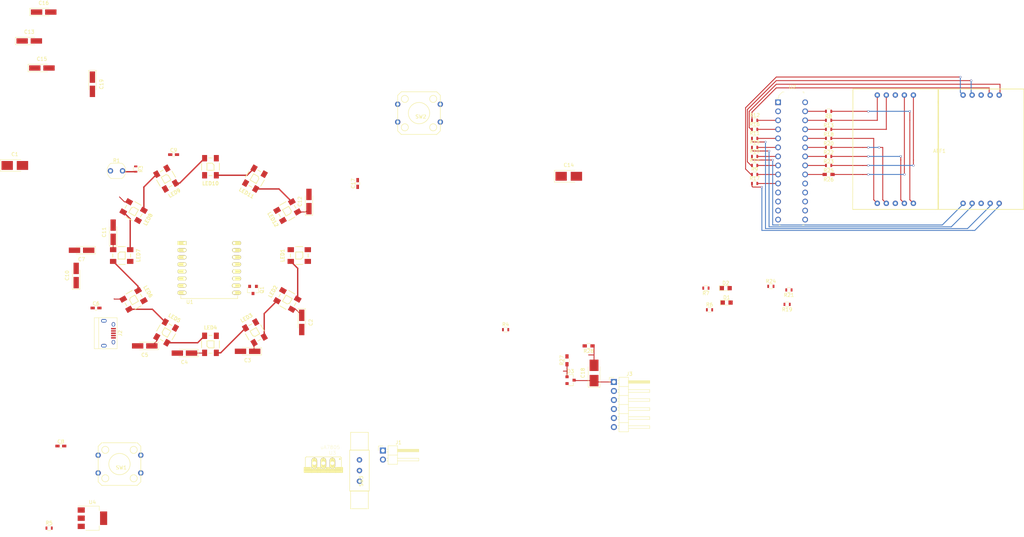
<source format=kicad_pcb>
(kicad_pcb (version 4) (host pcbnew 4.0.7)

  (general
    (links 137)
    (no_connects 84)
    (area 0 0 0 0)
    (thickness 1.6)
    (drawings 0)
    (tracks 190)
    (zones 0)
    (modules 73)
    (nets 97)
  )

  (page A4)
  (layers
    (0 F.Cu signal)
    (31 B.Cu signal)
    (32 B.Adhes user)
    (33 F.Adhes user)
    (34 B.Paste user)
    (35 F.Paste user)
    (36 B.SilkS user)
    (37 F.SilkS user)
    (38 B.Mask user)
    (39 F.Mask user)
    (40 Dwgs.User user)
    (41 Cmts.User user)
    (42 Eco1.User user)
    (43 Eco2.User user)
    (44 Edge.Cuts user)
    (45 Margin user)
    (46 B.CrtYd user)
    (47 F.CrtYd user)
    (48 B.Fab user)
    (49 F.Fab user)
  )

  (setup
    (last_trace_width 0.381)
    (user_trace_width 0.381)
    (trace_clearance 0.2)
    (zone_clearance 0.508)
    (zone_45_only no)
    (trace_min 0.2)
    (segment_width 0.2)
    (edge_width 0.15)
    (via_size 0.6)
    (via_drill 0.4)
    (via_min_size 0.4)
    (via_min_drill 0.3)
    (uvia_size 0.3)
    (uvia_drill 0.1)
    (uvias_allowed no)
    (uvia_min_size 0.2)
    (uvia_min_drill 0.1)
    (pcb_text_width 0.3)
    (pcb_text_size 1.5 1.5)
    (mod_edge_width 0.15)
    (mod_text_size 1 1)
    (mod_text_width 0.15)
    (pad_size 1.524 1.524)
    (pad_drill 0.762)
    (pad_to_mask_clearance 0.2)
    (aux_axis_origin 0 0)
    (grid_origin 196.596 87.376)
    (visible_elements FFFFF77F)
    (pcbplotparams
      (layerselection 0x00030_80000001)
      (usegerberextensions false)
      (excludeedgelayer true)
      (linewidth 0.100000)
      (plotframeref false)
      (viasonmask false)
      (mode 1)
      (useauxorigin false)
      (hpglpennumber 1)
      (hpglpenspeed 20)
      (hpglpendiameter 15)
      (hpglpenoverlay 2)
      (psnegative false)
      (psa4output false)
      (plotreference true)
      (plotvalue true)
      (plotinvisibletext false)
      (padsonsilk false)
      (subtractmaskfromsilk false)
      (outputformat 1)
      (mirror false)
      (drillshape 1)
      (scaleselection 1)
      (outputdirectory ""))
  )

  (net 0 "")
  (net 1 "Net-(AFF1-Pad10)")
  (net 2 "Net-(AFF1-Pad9)")
  (net 3 "Net-(AFF1-Pad8)")
  (net 4 "Net-(AFF1-Pad7)")
  (net 5 "Net-(AFF1-Pad6)")
  (net 6 "Net-(AFF1-Pad5)")
  (net 7 "Net-(AFF1-Pad4)")
  (net 8 "Net-(AFF1-Pad3)")
  (net 9 "Net-(AFF1-Pad2)")
  (net 10 "Net-(AFF1-Pad1)")
  (net 11 "Net-(C1-Pad1)")
  (net 12 GND)
  (net 13 "Net-(C2-Pad1)")
  (net 14 "Net-(C3-Pad1)")
  (net 15 "Net-(C4-Pad1)")
  (net 16 "Net-(C5-Pad1)")
  (net 17 Bt1)
  (net 18 "Net-(C7-Pad1)")
  (net 19 Bt2)
  (net 20 Bt3)
  (net 21 "Net-(C10-Pad1)")
  (net 22 "Net-(C11-Pad1)")
  (net 23 "Net-(C12-Pad1)")
  (net 24 "Net-(C13-Pad1)")
  (net 25 +5V)
  (net 26 CH_PD)
  (net 27 +3V3)
  (net 28 L2)
  (net 29 "Net-(D1-Pad1)")
  (net 30 L1)
  (net 31 "Net-(D2-Pad1)")
  (net 32 GPIO0)
  (net 33 "Net-(D3-Pad2)")
  (net 34 "Net-(J1-Pad2)")
  (net 35 "Net-(J2-Pad2)")
  (net 36 "Net-(J2-Pad3)")
  (net 37 "Net-(J2-Pad4)")
  (net 38 "Net-(J2-Pad6)")
  (net 39 TX)
  (net 40 RX)
  (net 41 "Net-(J3-Pad4)")
  (net 42 "Net-(J3-Pad5)")
  (net 43 "Net-(LED1-Pad2)")
  (net 44 DATA_LED_5V)
  (net 45 "Net-(LED2-Pad2)")
  (net 46 "Net-(LED3-Pad2)")
  (net 47 "Net-(LED5-Pad2)")
  (net 48 "Net-(LED7-Pad2)")
  (net 49 "Net-(LED10-Pad2)")
  (net 50 "Net-(LED10-Pad4)")
  (net 51 "Net-(LED11-Pad2)")
  (net 52 DATA_LED)
  (net 53 PHOTO)
  (net 54 "Net-(R8-Pad2)")
  (net 55 "Net-(R9-Pad2)")
  (net 56 "Net-(R10-Pad2)")
  (net 57 "Net-(R11-Pad2)")
  (net 58 "Net-(AFF1-Pad16)")
  (net 59 "Net-(R12-Pad2)")
  (net 60 "Net-(AFF1-Pad11)")
  (net 61 "Net-(R13-Pad2)")
  (net 62 "Net-(R14-Pad2)")
  (net 63 "Net-(AFF1-Pad12)")
  (net 64 "Net-(R15-Pad2)")
  (net 65 "Net-(R16-Pad2)")
  (net 66 "Net-(AFF1-Pad14)")
  (net 67 "Net-(R17-Pad2)")
  (net 68 "Net-(R22-Pad2)")
  (net 69 "Net-(AFF1-Pad13)")
  (net 70 "Net-(AFF1-Pad15)")
  (net 71 "Net-(R25-Pad2)")
  (net 72 BtR)
  (net 73 DIS_SDA)
  (net 74 DIS_SCL)
  (net 75 "Net-(U2-Pad2)")
  (net 76 "Net-(U2-Pad14)")
  (net 77 "Net-(U2-Pad17)")
  (net 78 "Net-(U2-Pad18)")
  (net 79 "Net-(U2-Pad19)")
  (net 80 "Net-(U2-Pad28)")
  (net 81 "Net-(C8-Pad1)")
  (net 82 "Net-(C9-Pad1)")
  (net 83 "Net-(C18-Pad1)")
  (net 84 "Net-(LED4-Pad2)")
  (net 85 "Net-(LED6-Pad2)")
  (net 86 "Net-(LED8-Pad2)")
  (net 87 "Net-(LED12-Pad2)")
  (net 88 "Net-(C6-Pad1)")
  (net 89 "Net-(R18-Pad2)")
  (net 90 "Net-(R19-Pad1)")
  (net 91 "Net-(R20-Pad2)")
  (net 92 "Net-(R21-Pad1)")
  (net 93 "Net-(R23-Pad2)")
  (net 94 "Net-(R24-Pad1)")
  (net 95 "Net-(R26-Pad2)")
  (net 96 "Net-(SW3-Pad1)")

  (net_class Default "This is the default net class."
    (clearance 0.2)
    (trace_width 0.25)
    (via_dia 0.6)
    (via_drill 0.4)
    (uvia_dia 0.3)
    (uvia_drill 0.1)
    (add_net +3V3)
    (add_net +5V)
    (add_net Bt1)
    (add_net Bt2)
    (add_net Bt3)
    (add_net BtR)
    (add_net CH_PD)
    (add_net DATA_LED)
    (add_net DATA_LED_5V)
    (add_net DIS_SCL)
    (add_net DIS_SDA)
    (add_net GND)
    (add_net GPIO0)
    (add_net L1)
    (add_net L2)
    (add_net "Net-(AFF1-Pad1)")
    (add_net "Net-(AFF1-Pad10)")
    (add_net "Net-(AFF1-Pad11)")
    (add_net "Net-(AFF1-Pad12)")
    (add_net "Net-(AFF1-Pad13)")
    (add_net "Net-(AFF1-Pad14)")
    (add_net "Net-(AFF1-Pad15)")
    (add_net "Net-(AFF1-Pad16)")
    (add_net "Net-(AFF1-Pad2)")
    (add_net "Net-(AFF1-Pad3)")
    (add_net "Net-(AFF1-Pad4)")
    (add_net "Net-(AFF1-Pad5)")
    (add_net "Net-(AFF1-Pad6)")
    (add_net "Net-(AFF1-Pad7)")
    (add_net "Net-(AFF1-Pad8)")
    (add_net "Net-(AFF1-Pad9)")
    (add_net "Net-(C1-Pad1)")
    (add_net "Net-(C10-Pad1)")
    (add_net "Net-(C11-Pad1)")
    (add_net "Net-(C12-Pad1)")
    (add_net "Net-(C13-Pad1)")
    (add_net "Net-(C18-Pad1)")
    (add_net "Net-(C2-Pad1)")
    (add_net "Net-(C3-Pad1)")
    (add_net "Net-(C4-Pad1)")
    (add_net "Net-(C5-Pad1)")
    (add_net "Net-(C6-Pad1)")
    (add_net "Net-(C7-Pad1)")
    (add_net "Net-(C8-Pad1)")
    (add_net "Net-(C9-Pad1)")
    (add_net "Net-(D1-Pad1)")
    (add_net "Net-(D2-Pad1)")
    (add_net "Net-(D3-Pad2)")
    (add_net "Net-(J1-Pad2)")
    (add_net "Net-(J2-Pad2)")
    (add_net "Net-(J2-Pad3)")
    (add_net "Net-(J2-Pad4)")
    (add_net "Net-(J2-Pad6)")
    (add_net "Net-(J3-Pad4)")
    (add_net "Net-(J3-Pad5)")
    (add_net "Net-(LED1-Pad2)")
    (add_net "Net-(LED10-Pad2)")
    (add_net "Net-(LED10-Pad4)")
    (add_net "Net-(LED11-Pad2)")
    (add_net "Net-(LED12-Pad2)")
    (add_net "Net-(LED2-Pad2)")
    (add_net "Net-(LED3-Pad2)")
    (add_net "Net-(LED4-Pad2)")
    (add_net "Net-(LED5-Pad2)")
    (add_net "Net-(LED6-Pad2)")
    (add_net "Net-(LED7-Pad2)")
    (add_net "Net-(LED8-Pad2)")
    (add_net "Net-(R10-Pad2)")
    (add_net "Net-(R11-Pad2)")
    (add_net "Net-(R12-Pad2)")
    (add_net "Net-(R13-Pad2)")
    (add_net "Net-(R14-Pad2)")
    (add_net "Net-(R15-Pad2)")
    (add_net "Net-(R16-Pad2)")
    (add_net "Net-(R17-Pad2)")
    (add_net "Net-(R18-Pad2)")
    (add_net "Net-(R19-Pad1)")
    (add_net "Net-(R20-Pad2)")
    (add_net "Net-(R21-Pad1)")
    (add_net "Net-(R22-Pad2)")
    (add_net "Net-(R23-Pad2)")
    (add_net "Net-(R24-Pad1)")
    (add_net "Net-(R25-Pad2)")
    (add_net "Net-(R26-Pad2)")
    (add_net "Net-(R8-Pad2)")
    (add_net "Net-(R9-Pad2)")
    (add_net "Net-(SW3-Pad1)")
    (add_net "Net-(U2-Pad14)")
    (add_net "Net-(U2-Pad17)")
    (add_net "Net-(U2-Pad18)")
    (add_net "Net-(U2-Pad19)")
    (add_net "Net-(U2-Pad2)")
    (add_net "Net-(U2-Pad28)")
    (add_net PHOTO)
    (add_net RX)
    (add_net TX)
  )

  (net_class power ""
    (clearance 0.2)
    (trace_width 0.381)
    (via_dia 0.6)
    (via_drill 0.4)
    (uvia_dia 0.3)
    (uvia_drill 0.1)
  )

  (module 7_segment:7segment_double (layer F.Cu) (tedit 5B0E63AE) (tstamp 5B15DACA)
    (at 256.54 60.96)
    (path /5AECB6A3)
    (fp_text reference AFF1 (at 0.2 0.5) (layer F.SilkS)
      (effects (font (size 1 1) (thickness 0.15)))
    )
    (fp_text value DC04-11 (at 0.2 -0.5) (layer F.Fab)
      (effects (font (size 1 1) (thickness 0.15)))
    )
    (fp_line (start 11.95 -16.95) (end 19.05 -16.95) (layer F.SilkS) (width 0.15))
    (fp_line (start 9.9 -16.95) (end 11.95 -16.95) (layer F.SilkS) (width 0.15))
    (fp_line (start 23.95 -12.35) (end 23.95 15.2) (layer F.SilkS) (width 0.15))
    (fp_line (start 23.95 -13.55) (end 23.95 -12.35) (layer F.SilkS) (width 0.15))
    (fp_line (start 23.95 -13.55) (end 23.95 -12.9) (layer F.SilkS) (width 0.15))
    (fp_line (start 23.95 -16.95) (end 23.95 -13.55) (layer F.SilkS) (width 0.15))
    (fp_line (start 19.05 -16.95) (end 23.95 -16.95) (layer F.SilkS) (width 0.15))
    (fp_line (start 23.95 16.95) (end -0.05 16.95) (layer F.SilkS) (width 0.15))
    (fp_line (start 23.95 15.2) (end 23.95 16.95) (layer F.SilkS) (width 0.15))
    (fp_line (start 0 -16.95) (end -0.05 16.95) (layer F.SilkS) (width 0.15))
    (fp_line (start 9.95 -16.95) (end 0 -16.95) (layer F.SilkS) (width 0.15))
    (fp_line (start 9.95 -16.95) (end 0 -16.95) (layer F.SilkS) (width 0.15))
    (fp_line (start 0 -16.95) (end -0.05 16.95) (layer F.SilkS) (width 0.15))
    (fp_line (start 23.95 15.2) (end 23.95 16.95) (layer F.SilkS) (width 0.15))
    (fp_line (start 23.95 16.95) (end -0.05 16.95) (layer F.SilkS) (width 0.15))
    (fp_line (start 19.05 -16.95) (end 23.95 -16.95) (layer F.SilkS) (width 0.15))
    (fp_line (start 23.95 -16.95) (end 23.95 -13.55) (layer F.SilkS) (width 0.15))
    (fp_line (start 23.95 -13.55) (end 23.95 -12.9) (layer F.SilkS) (width 0.15))
    (fp_line (start 23.95 -13.55) (end 23.95 -12.35) (layer F.SilkS) (width 0.15))
    (fp_line (start 23.95 -12.35) (end 23.95 15.2) (layer F.SilkS) (width 0.15))
    (fp_line (start 9.9 -16.95) (end 11.95 -16.95) (layer F.SilkS) (width 0.15))
    (fp_line (start 11.95 -16.95) (end 19.05 -16.95) (layer F.SilkS) (width 0.15))
    (fp_line (start -12.2 -16.95) (end -5.1 -16.95) (layer F.SilkS) (width 0.15))
    (fp_line (start -14.25 -16.95) (end -12.2 -16.95) (layer F.SilkS) (width 0.15))
    (fp_line (start -0.2 -12.35) (end -0.2 15.2) (layer F.SilkS) (width 0.15))
    (fp_line (start -0.2 -13.55) (end -0.2 -12.35) (layer F.SilkS) (width 0.15))
    (fp_line (start -0.2 -13.55) (end -0.2 -12.9) (layer F.SilkS) (width 0.15))
    (fp_line (start -0.2 -16.95) (end -0.2 -13.55) (layer F.SilkS) (width 0.15))
    (fp_line (start -5.1 -16.95) (end -0.2 -16.95) (layer F.SilkS) (width 0.15))
    (fp_line (start -0.2 16.95) (end -24.2 16.95) (layer F.SilkS) (width 0.15))
    (fp_line (start -0.2 15.2) (end -0.2 16.95) (layer F.SilkS) (width 0.15))
    (fp_line (start -24.15 -16.95) (end -24.2 16.95) (layer F.SilkS) (width 0.15))
    (fp_line (start -14.2 -16.95) (end -24.15 -16.95) (layer F.SilkS) (width 0.15))
    (fp_line (start -14.2 -16.95) (end -24.15 -16.95) (layer F.SilkS) (width 0.15))
    (fp_line (start -24.15 -16.95) (end -24.2 16.95) (layer F.SilkS) (width 0.15))
    (fp_line (start -0.2 15.2) (end -0.2 16.95) (layer F.SilkS) (width 0.15))
    (fp_line (start -0.2 16.95) (end -24.2 16.95) (layer F.SilkS) (width 0.15))
    (fp_line (start -5.1 -16.95) (end -0.2 -16.95) (layer F.SilkS) (width 0.15))
    (fp_line (start -0.2 -16.95) (end -0.2 -13.55) (layer F.SilkS) (width 0.15))
    (fp_line (start -0.2 -13.55) (end -0.2 -12.9) (layer F.SilkS) (width 0.15))
    (fp_line (start -0.2 -13.55) (end -0.2 -12.35) (layer F.SilkS) (width 0.15))
    (fp_line (start -0.2 -12.35) (end -0.2 15.2) (layer F.SilkS) (width 0.15))
    (fp_line (start -14.25 -16.95) (end -12.2 -16.95) (layer F.SilkS) (width 0.15))
    (fp_line (start -12.2 -16.95) (end -5.1 -16.95) (layer F.SilkS) (width 0.15))
    (pad 17 thru_hole circle (at 11.95 -15.25) (size 1.524 1.524) (drill 0.762) (layers *.Cu *.Mask))
    (pad 10 thru_hole circle (at 14.49 -15.24) (size 1.524 1.524) (drill 0.762) (layers *.Cu *.Mask)
      (net 1 "Net-(AFF1-Pad10)"))
    (pad 12 thru_hole circle (at 17.03 -15.24) (size 1.524 1.524) (drill 0.762) (layers *.Cu *.Mask)
      (net 63 "Net-(AFF1-Pad12)"))
    (pad 11 thru_hole circle (at 9.41 -15.24) (size 1.524 1.524) (drill 0.762) (layers *.Cu *.Mask)
      (net 60 "Net-(AFF1-Pad11)"))
    (pad 9 thru_hole circle (at 6.87 -15.24) (size 1.524 1.524) (drill 0.762) (layers *.Cu *.Mask)
      (net 2 "Net-(AFF1-Pad9)"))
    (pad 7 thru_hole circle (at 6.87 15.24) (size 1.524 1.524) (drill 0.762) (layers *.Cu *.Mask)
      (net 4 "Net-(AFF1-Pad7)"))
    (pad 6 thru_hole circle (at 9.41 15.24) (size 1.524 1.524) (drill 0.762) (layers *.Cu *.Mask)
      (net 5 "Net-(AFF1-Pad6)"))
    (pad 17 thru_hole circle (at 11.95 15.24) (size 1.524 1.524) (drill 0.762) (layers *.Cu *.Mask))
    (pad 8 thru_hole circle (at 14.49 15.24) (size 1.524 1.524) (drill 0.762) (layers *.Cu *.Mask)
      (net 3 "Net-(AFF1-Pad8)"))
    (pad 5 thru_hole circle (at 17.03 15.24) (size 1.524 1.524) (drill 0.762) (layers *.Cu *.Mask)
      (net 6 "Net-(AFF1-Pad5)"))
    (pad 17 thru_hole circle (at -12.2 -15.25) (size 1.524 1.524) (drill 0.762) (layers *.Cu *.Mask))
    (pad 15 thru_hole circle (at -9.66 -15.24) (size 1.524 1.524) (drill 0.762) (layers *.Cu *.Mask)
      (net 70 "Net-(AFF1-Pad15)"))
    (pad 13 thru_hole circle (at -7.12 -15.24) (size 1.524 1.524) (drill 0.762) (layers *.Cu *.Mask)
      (net 69 "Net-(AFF1-Pad13)"))
    (pad 14 thru_hole circle (at -14.74 -15.24) (size 1.524 1.524) (drill 0.762) (layers *.Cu *.Mask)
      (net 66 "Net-(AFF1-Pad14)"))
    (pad 16 thru_hole circle (at -17.28 -15.24) (size 1.524 1.524) (drill 0.762) (layers *.Cu *.Mask)
      (net 58 "Net-(AFF1-Pad16)"))
    (pad 2 thru_hole circle (at -17.28 15.24) (size 1.524 1.524) (drill 0.762) (layers *.Cu *.Mask)
      (net 9 "Net-(AFF1-Pad2)"))
    (pad 3 thru_hole circle (at -14.74 15.24) (size 1.524 1.524) (drill 0.762) (layers *.Cu *.Mask)
      (net 8 "Net-(AFF1-Pad3)"))
    (pad 17 thru_hole circle (at -12.2 15.24) (size 1.524 1.524) (drill 0.762) (layers *.Cu *.Mask))
    (pad 1 thru_hole circle (at -9.66 15.24) (size 1.524 1.524) (drill 0.762) (layers *.Cu *.Mask)
      (net 10 "Net-(AFF1-Pad1)"))
    (pad 4 thru_hole circle (at -7.12 15.24) (size 1.524 1.524) (drill 0.762) (layers *.Cu *.Mask)
      (net 7 "Net-(AFF1-Pad4)"))
  )

  (module Capacitors_Tantalum_SMD:CP_Tantalum_Case-B_EIA-3528-21_Hand (layer F.Cu) (tedit 58CC8C08) (tstamp 5B15DADE)
    (at -3.556 65.532)
    (descr "Tantalum capacitor, Case B, EIA 3528-21, 3.5x2.8x1.9mm, Hand soldering footprint")
    (tags "capacitor tantalum smd")
    (path /5B0302E6)
    (attr smd)
    (fp_text reference C1 (at 0 -3.15) (layer F.SilkS)
      (effects (font (size 1 1) (thickness 0.15)))
    )
    (fp_text value 100n (at 0 3.15) (layer F.Fab)
      (effects (font (size 1 1) (thickness 0.15)))
    )
    (fp_text user %R (at 0 0) (layer F.Fab)
      (effects (font (size 0.8 0.8) (thickness 0.12)))
    )
    (fp_line (start -4.15 -1.75) (end -4.15 1.75) (layer F.CrtYd) (width 0.05))
    (fp_line (start -4.15 1.75) (end 4.15 1.75) (layer F.CrtYd) (width 0.05))
    (fp_line (start 4.15 1.75) (end 4.15 -1.75) (layer F.CrtYd) (width 0.05))
    (fp_line (start 4.15 -1.75) (end -4.15 -1.75) (layer F.CrtYd) (width 0.05))
    (fp_line (start -1.75 -1.4) (end -1.75 1.4) (layer F.Fab) (width 0.1))
    (fp_line (start -1.75 1.4) (end 1.75 1.4) (layer F.Fab) (width 0.1))
    (fp_line (start 1.75 1.4) (end 1.75 -1.4) (layer F.Fab) (width 0.1))
    (fp_line (start 1.75 -1.4) (end -1.75 -1.4) (layer F.Fab) (width 0.1))
    (fp_line (start -1.4 -1.4) (end -1.4 1.4) (layer F.Fab) (width 0.1))
    (fp_line (start -1.225 -1.4) (end -1.225 1.4) (layer F.Fab) (width 0.1))
    (fp_line (start -4.05 -1.65) (end 1.75 -1.65) (layer F.SilkS) (width 0.12))
    (fp_line (start -4.05 1.65) (end 1.75 1.65) (layer F.SilkS) (width 0.12))
    (fp_line (start -4.05 -1.65) (end -4.05 1.65) (layer F.SilkS) (width 0.12))
    (pad 1 smd rect (at -2.15 0) (size 3.2 2.5) (layers F.Cu F.Paste F.Mask)
      (net 11 "Net-(C1-Pad1)"))
    (pad 2 smd rect (at 2.15 0) (size 3.2 2.5) (layers F.Cu F.Paste F.Mask)
      (net 12 GND))
    (model Capacitors_Tantalum_SMD.3dshapes/CP_Tantalum_Case-B_EIA-3528-21.wrl
      (at (xyz 0 0 0))
      (scale (xyz 1 1 1))
      (rotate (xyz 0 0 0))
    )
  )

  (module Capacitors_Tantalum_SMD:CP_Tantalum_Case-A_EIA-3216-18_Hand (layer F.Cu) (tedit 58CC8C08) (tstamp 5B15DAF2)
    (at 77.216 109.728 270)
    (descr "Tantalum capacitor, Case A, EIA 3216-18, 3.2x1.6x1.6mm, Hand soldering footprint")
    (tags "capacitor tantalum smd")
    (path /5B0301A0)
    (attr smd)
    (fp_text reference C2 (at 0 -2.55 270) (layer F.SilkS)
      (effects (font (size 1 1) (thickness 0.15)))
    )
    (fp_text value 100n (at 0 2.55 270) (layer F.Fab)
      (effects (font (size 1 1) (thickness 0.15)))
    )
    (fp_text user %R (at 0 0 270) (layer F.Fab)
      (effects (font (size 0.7 0.7) (thickness 0.105)))
    )
    (fp_line (start -4 -1.2) (end -4 1.2) (layer F.CrtYd) (width 0.05))
    (fp_line (start -4 1.2) (end 4 1.2) (layer F.CrtYd) (width 0.05))
    (fp_line (start 4 1.2) (end 4 -1.2) (layer F.CrtYd) (width 0.05))
    (fp_line (start 4 -1.2) (end -4 -1.2) (layer F.CrtYd) (width 0.05))
    (fp_line (start -1.6 -0.8) (end -1.6 0.8) (layer F.Fab) (width 0.1))
    (fp_line (start -1.6 0.8) (end 1.6 0.8) (layer F.Fab) (width 0.1))
    (fp_line (start 1.6 0.8) (end 1.6 -0.8) (layer F.Fab) (width 0.1))
    (fp_line (start 1.6 -0.8) (end -1.6 -0.8) (layer F.Fab) (width 0.1))
    (fp_line (start -1.28 -0.8) (end -1.28 0.8) (layer F.Fab) (width 0.1))
    (fp_line (start -1.12 -0.8) (end -1.12 0.8) (layer F.Fab) (width 0.1))
    (fp_line (start -3.9 -1.05) (end 1.6 -1.05) (layer F.SilkS) (width 0.12))
    (fp_line (start -3.9 1.05) (end 1.6 1.05) (layer F.SilkS) (width 0.12))
    (fp_line (start -3.9 -1.05) (end -3.9 1.05) (layer F.SilkS) (width 0.12))
    (pad 1 smd rect (at -2 0 270) (size 3.2 1.5) (layers F.Cu F.Paste F.Mask)
      (net 13 "Net-(C2-Pad1)"))
    (pad 2 smd rect (at 2 0 270) (size 3.2 1.5) (layers F.Cu F.Paste F.Mask)
      (net 12 GND))
    (model Capacitors_Tantalum_SMD.3dshapes/CP_Tantalum_Case-A_EIA-3216-18.wrl
      (at (xyz 0 0 0))
      (scale (xyz 1 1 1))
      (rotate (xyz 0 0 0))
    )
  )

  (module Capacitors_Tantalum_SMD:CP_Tantalum_Case-A_EIA-3216-18_Hand (layer F.Cu) (tedit 58CC8C08) (tstamp 5B15DB06)
    (at 61.976 117.856 180)
    (descr "Tantalum capacitor, Case A, EIA 3216-18, 3.2x1.6x1.6mm, Hand soldering footprint")
    (tags "capacitor tantalum smd")
    (path /5B0410B6)
    (attr smd)
    (fp_text reference C3 (at 0 -2.55 180) (layer F.SilkS)
      (effects (font (size 1 1) (thickness 0.15)))
    )
    (fp_text value 100n (at 0 2.55 180) (layer F.Fab)
      (effects (font (size 1 1) (thickness 0.15)))
    )
    (fp_text user %R (at 0 0 180) (layer F.Fab)
      (effects (font (size 0.7 0.7) (thickness 0.105)))
    )
    (fp_line (start -4 -1.2) (end -4 1.2) (layer F.CrtYd) (width 0.05))
    (fp_line (start -4 1.2) (end 4 1.2) (layer F.CrtYd) (width 0.05))
    (fp_line (start 4 1.2) (end 4 -1.2) (layer F.CrtYd) (width 0.05))
    (fp_line (start 4 -1.2) (end -4 -1.2) (layer F.CrtYd) (width 0.05))
    (fp_line (start -1.6 -0.8) (end -1.6 0.8) (layer F.Fab) (width 0.1))
    (fp_line (start -1.6 0.8) (end 1.6 0.8) (layer F.Fab) (width 0.1))
    (fp_line (start 1.6 0.8) (end 1.6 -0.8) (layer F.Fab) (width 0.1))
    (fp_line (start 1.6 -0.8) (end -1.6 -0.8) (layer F.Fab) (width 0.1))
    (fp_line (start -1.28 -0.8) (end -1.28 0.8) (layer F.Fab) (width 0.1))
    (fp_line (start -1.12 -0.8) (end -1.12 0.8) (layer F.Fab) (width 0.1))
    (fp_line (start -3.9 -1.05) (end 1.6 -1.05) (layer F.SilkS) (width 0.12))
    (fp_line (start -3.9 1.05) (end 1.6 1.05) (layer F.SilkS) (width 0.12))
    (fp_line (start -3.9 -1.05) (end -3.9 1.05) (layer F.SilkS) (width 0.12))
    (pad 1 smd rect (at -2 0 180) (size 3.2 1.5) (layers F.Cu F.Paste F.Mask)
      (net 14 "Net-(C3-Pad1)"))
    (pad 2 smd rect (at 2 0 180) (size 3.2 1.5) (layers F.Cu F.Paste F.Mask)
      (net 12 GND))
    (model Capacitors_Tantalum_SMD.3dshapes/CP_Tantalum_Case-A_EIA-3216-18.wrl
      (at (xyz 0 0 0))
      (scale (xyz 1 1 1))
      (rotate (xyz 0 0 0))
    )
  )

  (module Capacitors_Tantalum_SMD:CP_Tantalum_Case-A_EIA-3216-18_Hand (layer F.Cu) (tedit 58CC8C08) (tstamp 5B15DB1A)
    (at 44.196 118.364 180)
    (descr "Tantalum capacitor, Case A, EIA 3216-18, 3.2x1.6x1.6mm, Hand soldering footprint")
    (tags "capacitor tantalum smd")
    (path /5B0411C5)
    (attr smd)
    (fp_text reference C4 (at 0 -2.55 180) (layer F.SilkS)
      (effects (font (size 1 1) (thickness 0.15)))
    )
    (fp_text value 100n (at 0 2.55 180) (layer F.Fab)
      (effects (font (size 1 1) (thickness 0.15)))
    )
    (fp_text user %R (at 0 0 180) (layer F.Fab)
      (effects (font (size 0.7 0.7) (thickness 0.105)))
    )
    (fp_line (start -4 -1.2) (end -4 1.2) (layer F.CrtYd) (width 0.05))
    (fp_line (start -4 1.2) (end 4 1.2) (layer F.CrtYd) (width 0.05))
    (fp_line (start 4 1.2) (end 4 -1.2) (layer F.CrtYd) (width 0.05))
    (fp_line (start 4 -1.2) (end -4 -1.2) (layer F.CrtYd) (width 0.05))
    (fp_line (start -1.6 -0.8) (end -1.6 0.8) (layer F.Fab) (width 0.1))
    (fp_line (start -1.6 0.8) (end 1.6 0.8) (layer F.Fab) (width 0.1))
    (fp_line (start 1.6 0.8) (end 1.6 -0.8) (layer F.Fab) (width 0.1))
    (fp_line (start 1.6 -0.8) (end -1.6 -0.8) (layer F.Fab) (width 0.1))
    (fp_line (start -1.28 -0.8) (end -1.28 0.8) (layer F.Fab) (width 0.1))
    (fp_line (start -1.12 -0.8) (end -1.12 0.8) (layer F.Fab) (width 0.1))
    (fp_line (start -3.9 -1.05) (end 1.6 -1.05) (layer F.SilkS) (width 0.12))
    (fp_line (start -3.9 1.05) (end 1.6 1.05) (layer F.SilkS) (width 0.12))
    (fp_line (start -3.9 -1.05) (end -3.9 1.05) (layer F.SilkS) (width 0.12))
    (pad 1 smd rect (at -2 0 180) (size 3.2 1.5) (layers F.Cu F.Paste F.Mask)
      (net 15 "Net-(C4-Pad1)"))
    (pad 2 smd rect (at 2 0 180) (size 3.2 1.5) (layers F.Cu F.Paste F.Mask)
      (net 12 GND))
    (model Capacitors_Tantalum_SMD.3dshapes/CP_Tantalum_Case-A_EIA-3216-18.wrl
      (at (xyz 0 0 0))
      (scale (xyz 1 1 1))
      (rotate (xyz 0 0 0))
    )
  )

  (module Capacitors_Tantalum_SMD:CP_Tantalum_Case-A_EIA-3216-18_Hand (layer F.Cu) (tedit 58CC8C08) (tstamp 5B15DB2E)
    (at 33.02 116.332 180)
    (descr "Tantalum capacitor, Case A, EIA 3216-18, 3.2x1.6x1.6mm, Hand soldering footprint")
    (tags "capacitor tantalum smd")
    (path /5B0412D5)
    (attr smd)
    (fp_text reference C5 (at 0 -2.55 180) (layer F.SilkS)
      (effects (font (size 1 1) (thickness 0.15)))
    )
    (fp_text value 100n (at 0 2.55 180) (layer F.Fab)
      (effects (font (size 1 1) (thickness 0.15)))
    )
    (fp_text user %R (at 0 0 180) (layer F.Fab)
      (effects (font (size 0.7 0.7) (thickness 0.105)))
    )
    (fp_line (start -4 -1.2) (end -4 1.2) (layer F.CrtYd) (width 0.05))
    (fp_line (start -4 1.2) (end 4 1.2) (layer F.CrtYd) (width 0.05))
    (fp_line (start 4 1.2) (end 4 -1.2) (layer F.CrtYd) (width 0.05))
    (fp_line (start 4 -1.2) (end -4 -1.2) (layer F.CrtYd) (width 0.05))
    (fp_line (start -1.6 -0.8) (end -1.6 0.8) (layer F.Fab) (width 0.1))
    (fp_line (start -1.6 0.8) (end 1.6 0.8) (layer F.Fab) (width 0.1))
    (fp_line (start 1.6 0.8) (end 1.6 -0.8) (layer F.Fab) (width 0.1))
    (fp_line (start 1.6 -0.8) (end -1.6 -0.8) (layer F.Fab) (width 0.1))
    (fp_line (start -1.28 -0.8) (end -1.28 0.8) (layer F.Fab) (width 0.1))
    (fp_line (start -1.12 -0.8) (end -1.12 0.8) (layer F.Fab) (width 0.1))
    (fp_line (start -3.9 -1.05) (end 1.6 -1.05) (layer F.SilkS) (width 0.12))
    (fp_line (start -3.9 1.05) (end 1.6 1.05) (layer F.SilkS) (width 0.12))
    (fp_line (start -3.9 -1.05) (end -3.9 1.05) (layer F.SilkS) (width 0.12))
    (pad 1 smd rect (at -2 0 180) (size 3.2 1.5) (layers F.Cu F.Paste F.Mask)
      (net 16 "Net-(C5-Pad1)"))
    (pad 2 smd rect (at 2 0 180) (size 3.2 1.5) (layers F.Cu F.Paste F.Mask)
      (net 12 GND))
    (model Capacitors_Tantalum_SMD.3dshapes/CP_Tantalum_Case-A_EIA-3216-18.wrl
      (at (xyz 0 0 0))
      (scale (xyz 1 1 1))
      (rotate (xyz 0 0 0))
    )
  )

  (module Capacitors_SMD:C_0603_HandSoldering (layer F.Cu) (tedit 58AA848B) (tstamp 5B15DB3F)
    (at 19.304 105.664)
    (descr "Capacitor SMD 0603, hand soldering")
    (tags "capacitor 0603")
    (path /5B04143E)
    (attr smd)
    (fp_text reference C6 (at 0 -1.25) (layer F.SilkS)
      (effects (font (size 1 1) (thickness 0.15)))
    )
    (fp_text value 100n (at 0 1.5) (layer F.Fab)
      (effects (font (size 1 1) (thickness 0.15)))
    )
    (fp_text user %R (at 0 -1.25) (layer F.Fab)
      (effects (font (size 1 1) (thickness 0.15)))
    )
    (fp_line (start -0.8 0.4) (end -0.8 -0.4) (layer F.Fab) (width 0.1))
    (fp_line (start 0.8 0.4) (end -0.8 0.4) (layer F.Fab) (width 0.1))
    (fp_line (start 0.8 -0.4) (end 0.8 0.4) (layer F.Fab) (width 0.1))
    (fp_line (start -0.8 -0.4) (end 0.8 -0.4) (layer F.Fab) (width 0.1))
    (fp_line (start -0.35 -0.6) (end 0.35 -0.6) (layer F.SilkS) (width 0.12))
    (fp_line (start 0.35 0.6) (end -0.35 0.6) (layer F.SilkS) (width 0.12))
    (fp_line (start -1.8 -0.65) (end 1.8 -0.65) (layer F.CrtYd) (width 0.05))
    (fp_line (start -1.8 -0.65) (end -1.8 0.65) (layer F.CrtYd) (width 0.05))
    (fp_line (start 1.8 0.65) (end 1.8 -0.65) (layer F.CrtYd) (width 0.05))
    (fp_line (start 1.8 0.65) (end -1.8 0.65) (layer F.CrtYd) (width 0.05))
    (pad 1 smd rect (at -0.95 0) (size 1.2 0.75) (layers F.Cu F.Paste F.Mask)
      (net 88 "Net-(C6-Pad1)"))
    (pad 2 smd rect (at 0.95 0) (size 1.2 0.75) (layers F.Cu F.Paste F.Mask)
      (net 12 GND))
    (model Capacitors_SMD.3dshapes/C_0603.wrl
      (at (xyz 0 0 0))
      (scale (xyz 1 1 1))
      (rotate (xyz 0 0 0))
    )
  )

  (module Capacitors_Tantalum_SMD:CP_Tantalum_Case-A_EIA-3216-18_Hand (layer F.Cu) (tedit 58CC8C08) (tstamp 5B15DB53)
    (at 15.24 89.408 180)
    (descr "Tantalum capacitor, Case A, EIA 3216-18, 3.2x1.6x1.6mm, Hand soldering footprint")
    (tags "capacitor tantalum smd")
    (path /5B040D78)
    (attr smd)
    (fp_text reference C7 (at 0 -2.55 180) (layer F.SilkS)
      (effects (font (size 1 1) (thickness 0.15)))
    )
    (fp_text value 100n (at 0 2.55 180) (layer F.Fab)
      (effects (font (size 1 1) (thickness 0.15)))
    )
    (fp_text user %R (at 0 0 180) (layer F.Fab)
      (effects (font (size 0.7 0.7) (thickness 0.105)))
    )
    (fp_line (start -4 -1.2) (end -4 1.2) (layer F.CrtYd) (width 0.05))
    (fp_line (start -4 1.2) (end 4 1.2) (layer F.CrtYd) (width 0.05))
    (fp_line (start 4 1.2) (end 4 -1.2) (layer F.CrtYd) (width 0.05))
    (fp_line (start 4 -1.2) (end -4 -1.2) (layer F.CrtYd) (width 0.05))
    (fp_line (start -1.6 -0.8) (end -1.6 0.8) (layer F.Fab) (width 0.1))
    (fp_line (start -1.6 0.8) (end 1.6 0.8) (layer F.Fab) (width 0.1))
    (fp_line (start 1.6 0.8) (end 1.6 -0.8) (layer F.Fab) (width 0.1))
    (fp_line (start 1.6 -0.8) (end -1.6 -0.8) (layer F.Fab) (width 0.1))
    (fp_line (start -1.28 -0.8) (end -1.28 0.8) (layer F.Fab) (width 0.1))
    (fp_line (start -1.12 -0.8) (end -1.12 0.8) (layer F.Fab) (width 0.1))
    (fp_line (start -3.9 -1.05) (end 1.6 -1.05) (layer F.SilkS) (width 0.12))
    (fp_line (start -3.9 1.05) (end 1.6 1.05) (layer F.SilkS) (width 0.12))
    (fp_line (start -3.9 -1.05) (end -3.9 1.05) (layer F.SilkS) (width 0.12))
    (pad 1 smd rect (at -2 0 180) (size 3.2 1.5) (layers F.Cu F.Paste F.Mask)
      (net 18 "Net-(C7-Pad1)"))
    (pad 2 smd rect (at 2 0 180) (size 3.2 1.5) (layers F.Cu F.Paste F.Mask)
      (net 12 GND))
    (model Capacitors_Tantalum_SMD.3dshapes/CP_Tantalum_Case-A_EIA-3216-18.wrl
      (at (xyz 0 0 0))
      (scale (xyz 1 1 1))
      (rotate (xyz 0 0 0))
    )
  )

  (module Capacitors_SMD:C_0603_HandSoldering (layer F.Cu) (tedit 58AA848B) (tstamp 5B15DB64)
    (at 9.398 144.526)
    (descr "Capacitor SMD 0603, hand soldering")
    (tags "capacitor 0603")
    (path /5B040C6B)
    (attr smd)
    (fp_text reference C8 (at 0 -1.25) (layer F.SilkS)
      (effects (font (size 1 1) (thickness 0.15)))
    )
    (fp_text value 100n (at 0 1.5) (layer F.Fab)
      (effects (font (size 1 1) (thickness 0.15)))
    )
    (fp_text user %R (at 0 -1.25) (layer F.Fab)
      (effects (font (size 1 1) (thickness 0.15)))
    )
    (fp_line (start -0.8 0.4) (end -0.8 -0.4) (layer F.Fab) (width 0.1))
    (fp_line (start 0.8 0.4) (end -0.8 0.4) (layer F.Fab) (width 0.1))
    (fp_line (start 0.8 -0.4) (end 0.8 0.4) (layer F.Fab) (width 0.1))
    (fp_line (start -0.8 -0.4) (end 0.8 -0.4) (layer F.Fab) (width 0.1))
    (fp_line (start -0.35 -0.6) (end 0.35 -0.6) (layer F.SilkS) (width 0.12))
    (fp_line (start 0.35 0.6) (end -0.35 0.6) (layer F.SilkS) (width 0.12))
    (fp_line (start -1.8 -0.65) (end 1.8 -0.65) (layer F.CrtYd) (width 0.05))
    (fp_line (start -1.8 -0.65) (end -1.8 0.65) (layer F.CrtYd) (width 0.05))
    (fp_line (start 1.8 0.65) (end 1.8 -0.65) (layer F.CrtYd) (width 0.05))
    (fp_line (start 1.8 0.65) (end -1.8 0.65) (layer F.CrtYd) (width 0.05))
    (pad 1 smd rect (at -0.95 0) (size 1.2 0.75) (layers F.Cu F.Paste F.Mask)
      (net 81 "Net-(C8-Pad1)"))
    (pad 2 smd rect (at 0.95 0) (size 1.2 0.75) (layers F.Cu F.Paste F.Mask)
      (net 12 GND))
    (model Capacitors_SMD.3dshapes/C_0603.wrl
      (at (xyz 0 0 0))
      (scale (xyz 1 1 1))
      (rotate (xyz 0 0 0))
    )
  )

  (module Capacitors_SMD:C_0603_HandSoldering (layer F.Cu) (tedit 58AA848B) (tstamp 5B15DB75)
    (at 41.148 62.484)
    (descr "Capacitor SMD 0603, hand soldering")
    (tags "capacitor 0603")
    (path /5B0406EF)
    (attr smd)
    (fp_text reference C9 (at 0 -1.25) (layer F.SilkS)
      (effects (font (size 1 1) (thickness 0.15)))
    )
    (fp_text value 100n (at 0 1.5) (layer F.Fab)
      (effects (font (size 1 1) (thickness 0.15)))
    )
    (fp_text user %R (at 0 -1.25) (layer F.Fab)
      (effects (font (size 1 1) (thickness 0.15)))
    )
    (fp_line (start -0.8 0.4) (end -0.8 -0.4) (layer F.Fab) (width 0.1))
    (fp_line (start 0.8 0.4) (end -0.8 0.4) (layer F.Fab) (width 0.1))
    (fp_line (start 0.8 -0.4) (end 0.8 0.4) (layer F.Fab) (width 0.1))
    (fp_line (start -0.8 -0.4) (end 0.8 -0.4) (layer F.Fab) (width 0.1))
    (fp_line (start -0.35 -0.6) (end 0.35 -0.6) (layer F.SilkS) (width 0.12))
    (fp_line (start 0.35 0.6) (end -0.35 0.6) (layer F.SilkS) (width 0.12))
    (fp_line (start -1.8 -0.65) (end 1.8 -0.65) (layer F.CrtYd) (width 0.05))
    (fp_line (start -1.8 -0.65) (end -1.8 0.65) (layer F.CrtYd) (width 0.05))
    (fp_line (start 1.8 0.65) (end 1.8 -0.65) (layer F.CrtYd) (width 0.05))
    (fp_line (start 1.8 0.65) (end -1.8 0.65) (layer F.CrtYd) (width 0.05))
    (pad 1 smd rect (at -0.95 0) (size 1.2 0.75) (layers F.Cu F.Paste F.Mask)
      (net 82 "Net-(C9-Pad1)"))
    (pad 2 smd rect (at 0.95 0) (size 1.2 0.75) (layers F.Cu F.Paste F.Mask)
      (net 12 GND))
    (model Capacitors_SMD.3dshapes/C_0603.wrl
      (at (xyz 0 0 0))
      (scale (xyz 1 1 1))
      (rotate (xyz 0 0 0))
    )
  )

  (module Capacitors_Tantalum_SMD:CP_Tantalum_Case-A_EIA-3216-18_Hand (layer F.Cu) (tedit 58CC8C08) (tstamp 5B15DB89)
    (at 13.716 96.52 90)
    (descr "Tantalum capacitor, Case A, EIA 3216-18, 3.2x1.6x1.6mm, Hand soldering footprint")
    (tags "capacitor tantalum smd")
    (path /5B0405EE)
    (attr smd)
    (fp_text reference C10 (at 0 -2.55 90) (layer F.SilkS)
      (effects (font (size 1 1) (thickness 0.15)))
    )
    (fp_text value 100n (at 0 2.55 90) (layer F.Fab)
      (effects (font (size 1 1) (thickness 0.15)))
    )
    (fp_text user %R (at 0 0 90) (layer F.Fab)
      (effects (font (size 0.7 0.7) (thickness 0.105)))
    )
    (fp_line (start -4 -1.2) (end -4 1.2) (layer F.CrtYd) (width 0.05))
    (fp_line (start -4 1.2) (end 4 1.2) (layer F.CrtYd) (width 0.05))
    (fp_line (start 4 1.2) (end 4 -1.2) (layer F.CrtYd) (width 0.05))
    (fp_line (start 4 -1.2) (end -4 -1.2) (layer F.CrtYd) (width 0.05))
    (fp_line (start -1.6 -0.8) (end -1.6 0.8) (layer F.Fab) (width 0.1))
    (fp_line (start -1.6 0.8) (end 1.6 0.8) (layer F.Fab) (width 0.1))
    (fp_line (start 1.6 0.8) (end 1.6 -0.8) (layer F.Fab) (width 0.1))
    (fp_line (start 1.6 -0.8) (end -1.6 -0.8) (layer F.Fab) (width 0.1))
    (fp_line (start -1.28 -0.8) (end -1.28 0.8) (layer F.Fab) (width 0.1))
    (fp_line (start -1.12 -0.8) (end -1.12 0.8) (layer F.Fab) (width 0.1))
    (fp_line (start -3.9 -1.05) (end 1.6 -1.05) (layer F.SilkS) (width 0.12))
    (fp_line (start -3.9 1.05) (end 1.6 1.05) (layer F.SilkS) (width 0.12))
    (fp_line (start -3.9 -1.05) (end -3.9 1.05) (layer F.SilkS) (width 0.12))
    (pad 1 smd rect (at -2 0 90) (size 3.2 1.5) (layers F.Cu F.Paste F.Mask)
      (net 21 "Net-(C10-Pad1)"))
    (pad 2 smd rect (at 2 0 90) (size 3.2 1.5) (layers F.Cu F.Paste F.Mask)
      (net 12 GND))
    (model Capacitors_Tantalum_SMD.3dshapes/CP_Tantalum_Case-A_EIA-3216-18.wrl
      (at (xyz 0 0 0))
      (scale (xyz 1 1 1))
      (rotate (xyz 0 0 0))
    )
  )

  (module Capacitors_Tantalum_SMD:CP_Tantalum_Case-A_EIA-3216-18_Hand (layer F.Cu) (tedit 58CC8C08) (tstamp 5B15DB9D)
    (at 24.13 84.328 90)
    (descr "Tantalum capacitor, Case A, EIA 3216-18, 3.2x1.6x1.6mm, Hand soldering footprint")
    (tags "capacitor tantalum smd")
    (path /5B0404F4)
    (attr smd)
    (fp_text reference C11 (at 0 -2.55 90) (layer F.SilkS)
      (effects (font (size 1 1) (thickness 0.15)))
    )
    (fp_text value 100n (at 0 2.55 90) (layer F.Fab)
      (effects (font (size 1 1) (thickness 0.15)))
    )
    (fp_text user %R (at 0 0 90) (layer F.Fab)
      (effects (font (size 0.7 0.7) (thickness 0.105)))
    )
    (fp_line (start -4 -1.2) (end -4 1.2) (layer F.CrtYd) (width 0.05))
    (fp_line (start -4 1.2) (end 4 1.2) (layer F.CrtYd) (width 0.05))
    (fp_line (start 4 1.2) (end 4 -1.2) (layer F.CrtYd) (width 0.05))
    (fp_line (start 4 -1.2) (end -4 -1.2) (layer F.CrtYd) (width 0.05))
    (fp_line (start -1.6 -0.8) (end -1.6 0.8) (layer F.Fab) (width 0.1))
    (fp_line (start -1.6 0.8) (end 1.6 0.8) (layer F.Fab) (width 0.1))
    (fp_line (start 1.6 0.8) (end 1.6 -0.8) (layer F.Fab) (width 0.1))
    (fp_line (start 1.6 -0.8) (end -1.6 -0.8) (layer F.Fab) (width 0.1))
    (fp_line (start -1.28 -0.8) (end -1.28 0.8) (layer F.Fab) (width 0.1))
    (fp_line (start -1.12 -0.8) (end -1.12 0.8) (layer F.Fab) (width 0.1))
    (fp_line (start -3.9 -1.05) (end 1.6 -1.05) (layer F.SilkS) (width 0.12))
    (fp_line (start -3.9 1.05) (end 1.6 1.05) (layer F.SilkS) (width 0.12))
    (fp_line (start -3.9 -1.05) (end -3.9 1.05) (layer F.SilkS) (width 0.12))
    (pad 1 smd rect (at -2 0 90) (size 3.2 1.5) (layers F.Cu F.Paste F.Mask)
      (net 22 "Net-(C11-Pad1)"))
    (pad 2 smd rect (at 2 0 90) (size 3.2 1.5) (layers F.Cu F.Paste F.Mask)
      (net 12 GND))
    (model Capacitors_Tantalum_SMD.3dshapes/CP_Tantalum_Case-A_EIA-3216-18.wrl
      (at (xyz 0 0 0))
      (scale (xyz 1 1 1))
      (rotate (xyz 0 0 0))
    )
  )

  (module Capacitors_Tantalum_SMD:CP_Tantalum_Case-A_EIA-3216-18_Hand (layer F.Cu) (tedit 58CC8C08) (tstamp 5B15DBB1)
    (at 79.248 75.692 90)
    (descr "Tantalum capacitor, Case A, EIA 3216-18, 3.2x1.6x1.6mm, Hand soldering footprint")
    (tags "capacitor tantalum smd")
    (path /5B0403F5)
    (attr smd)
    (fp_text reference C12 (at 0 -2.55 90) (layer F.SilkS)
      (effects (font (size 1 1) (thickness 0.15)))
    )
    (fp_text value 100n (at 0 2.55 90) (layer F.Fab)
      (effects (font (size 1 1) (thickness 0.15)))
    )
    (fp_text user %R (at 0 0 90) (layer F.Fab)
      (effects (font (size 0.7 0.7) (thickness 0.105)))
    )
    (fp_line (start -4 -1.2) (end -4 1.2) (layer F.CrtYd) (width 0.05))
    (fp_line (start -4 1.2) (end 4 1.2) (layer F.CrtYd) (width 0.05))
    (fp_line (start 4 1.2) (end 4 -1.2) (layer F.CrtYd) (width 0.05))
    (fp_line (start 4 -1.2) (end -4 -1.2) (layer F.CrtYd) (width 0.05))
    (fp_line (start -1.6 -0.8) (end -1.6 0.8) (layer F.Fab) (width 0.1))
    (fp_line (start -1.6 0.8) (end 1.6 0.8) (layer F.Fab) (width 0.1))
    (fp_line (start 1.6 0.8) (end 1.6 -0.8) (layer F.Fab) (width 0.1))
    (fp_line (start 1.6 -0.8) (end -1.6 -0.8) (layer F.Fab) (width 0.1))
    (fp_line (start -1.28 -0.8) (end -1.28 0.8) (layer F.Fab) (width 0.1))
    (fp_line (start -1.12 -0.8) (end -1.12 0.8) (layer F.Fab) (width 0.1))
    (fp_line (start -3.9 -1.05) (end 1.6 -1.05) (layer F.SilkS) (width 0.12))
    (fp_line (start -3.9 1.05) (end 1.6 1.05) (layer F.SilkS) (width 0.12))
    (fp_line (start -3.9 -1.05) (end -3.9 1.05) (layer F.SilkS) (width 0.12))
    (pad 1 smd rect (at -2 0 90) (size 3.2 1.5) (layers F.Cu F.Paste F.Mask)
      (net 23 "Net-(C12-Pad1)"))
    (pad 2 smd rect (at 2 0 90) (size 3.2 1.5) (layers F.Cu F.Paste F.Mask)
      (net 12 GND))
    (model Capacitors_Tantalum_SMD.3dshapes/CP_Tantalum_Case-A_EIA-3216-18.wrl
      (at (xyz 0 0 0))
      (scale (xyz 1 1 1))
      (rotate (xyz 0 0 0))
    )
  )

  (module Capacitors_Tantalum_SMD:CP_Tantalum_Case-A_EIA-3216-18_Hand (layer F.Cu) (tedit 58CC8C08) (tstamp 5B15DBC5)
    (at 0.508 30.48)
    (descr "Tantalum capacitor, Case A, EIA 3216-18, 3.2x1.6x1.6mm, Hand soldering footprint")
    (tags "capacitor tantalum smd")
    (path /5B02ABE3)
    (attr smd)
    (fp_text reference C13 (at 0 -2.55) (layer F.SilkS)
      (effects (font (size 1 1) (thickness 0.15)))
    )
    (fp_text value 10u (at 0 2.55) (layer F.Fab)
      (effects (font (size 1 1) (thickness 0.15)))
    )
    (fp_text user %R (at 0 0) (layer F.Fab)
      (effects (font (size 0.7 0.7) (thickness 0.105)))
    )
    (fp_line (start -4 -1.2) (end -4 1.2) (layer F.CrtYd) (width 0.05))
    (fp_line (start -4 1.2) (end 4 1.2) (layer F.CrtYd) (width 0.05))
    (fp_line (start 4 1.2) (end 4 -1.2) (layer F.CrtYd) (width 0.05))
    (fp_line (start 4 -1.2) (end -4 -1.2) (layer F.CrtYd) (width 0.05))
    (fp_line (start -1.6 -0.8) (end -1.6 0.8) (layer F.Fab) (width 0.1))
    (fp_line (start -1.6 0.8) (end 1.6 0.8) (layer F.Fab) (width 0.1))
    (fp_line (start 1.6 0.8) (end 1.6 -0.8) (layer F.Fab) (width 0.1))
    (fp_line (start 1.6 -0.8) (end -1.6 -0.8) (layer F.Fab) (width 0.1))
    (fp_line (start -1.28 -0.8) (end -1.28 0.8) (layer F.Fab) (width 0.1))
    (fp_line (start -1.12 -0.8) (end -1.12 0.8) (layer F.Fab) (width 0.1))
    (fp_line (start -3.9 -1.05) (end 1.6 -1.05) (layer F.SilkS) (width 0.12))
    (fp_line (start -3.9 1.05) (end 1.6 1.05) (layer F.SilkS) (width 0.12))
    (fp_line (start -3.9 -1.05) (end -3.9 1.05) (layer F.SilkS) (width 0.12))
    (pad 1 smd rect (at -2 0) (size 3.2 1.5) (layers F.Cu F.Paste F.Mask)
      (net 24 "Net-(C13-Pad1)"))
    (pad 2 smd rect (at 2 0) (size 3.2 1.5) (layers F.Cu F.Paste F.Mask)
      (net 12 GND))
    (model Capacitors_Tantalum_SMD.3dshapes/CP_Tantalum_Case-A_EIA-3216-18.wrl
      (at (xyz 0 0 0))
      (scale (xyz 1 1 1))
      (rotate (xyz 0 0 0))
    )
  )

  (module Capacitors_Tantalum_SMD:CP_Tantalum_Case-B_EIA-3528-21_Hand (layer F.Cu) (tedit 58CC8C08) (tstamp 5B15DBD9)
    (at 152.4 68.58)
    (descr "Tantalum capacitor, Case B, EIA 3528-21, 3.5x2.8x1.9mm, Hand soldering footprint")
    (tags "capacitor tantalum smd")
    (path /5AFF72BA)
    (attr smd)
    (fp_text reference C14 (at 0 -3.15) (layer F.SilkS)
      (effects (font (size 1 1) (thickness 0.15)))
    )
    (fp_text value 100n (at 0 3.15) (layer F.Fab)
      (effects (font (size 1 1) (thickness 0.15)))
    )
    (fp_text user %R (at 0 0) (layer F.Fab)
      (effects (font (size 0.8 0.8) (thickness 0.12)))
    )
    (fp_line (start -4.15 -1.75) (end -4.15 1.75) (layer F.CrtYd) (width 0.05))
    (fp_line (start -4.15 1.75) (end 4.15 1.75) (layer F.CrtYd) (width 0.05))
    (fp_line (start 4.15 1.75) (end 4.15 -1.75) (layer F.CrtYd) (width 0.05))
    (fp_line (start 4.15 -1.75) (end -4.15 -1.75) (layer F.CrtYd) (width 0.05))
    (fp_line (start -1.75 -1.4) (end -1.75 1.4) (layer F.Fab) (width 0.1))
    (fp_line (start -1.75 1.4) (end 1.75 1.4) (layer F.Fab) (width 0.1))
    (fp_line (start 1.75 1.4) (end 1.75 -1.4) (layer F.Fab) (width 0.1))
    (fp_line (start 1.75 -1.4) (end -1.75 -1.4) (layer F.Fab) (width 0.1))
    (fp_line (start -1.4 -1.4) (end -1.4 1.4) (layer F.Fab) (width 0.1))
    (fp_line (start -1.225 -1.4) (end -1.225 1.4) (layer F.Fab) (width 0.1))
    (fp_line (start -4.05 -1.65) (end 1.75 -1.65) (layer F.SilkS) (width 0.12))
    (fp_line (start -4.05 1.65) (end 1.75 1.65) (layer F.SilkS) (width 0.12))
    (fp_line (start -4.05 -1.65) (end -4.05 1.65) (layer F.SilkS) (width 0.12))
    (pad 1 smd rect (at -2.15 0) (size 3.2 2.5) (layers F.Cu F.Paste F.Mask)
      (net 17 Bt1))
    (pad 2 smd rect (at 2.15 0) (size 3.2 2.5) (layers F.Cu F.Paste F.Mask)
      (net 12 GND))
    (model Capacitors_Tantalum_SMD.3dshapes/CP_Tantalum_Case-B_EIA-3528-21.wrl
      (at (xyz 0 0 0))
      (scale (xyz 1 1 1))
      (rotate (xyz 0 0 0))
    )
  )

  (module Capacitors_Tantalum_SMD:CP_Tantalum_Case-A_EIA-3216-18_Hand (layer F.Cu) (tedit 58CC8C08) (tstamp 5B15DBED)
    (at 4.064 38.1)
    (descr "Tantalum capacitor, Case A, EIA 3216-18, 3.2x1.6x1.6mm, Hand soldering footprint")
    (tags "capacitor tantalum smd")
    (path /5AFF760C)
    (attr smd)
    (fp_text reference C15 (at 0 -2.55) (layer F.SilkS)
      (effects (font (size 1 1) (thickness 0.15)))
    )
    (fp_text value 100n (at 0 2.55) (layer F.Fab)
      (effects (font (size 1 1) (thickness 0.15)))
    )
    (fp_text user %R (at 0 0) (layer F.Fab)
      (effects (font (size 0.7 0.7) (thickness 0.105)))
    )
    (fp_line (start -4 -1.2) (end -4 1.2) (layer F.CrtYd) (width 0.05))
    (fp_line (start -4 1.2) (end 4 1.2) (layer F.CrtYd) (width 0.05))
    (fp_line (start 4 1.2) (end 4 -1.2) (layer F.CrtYd) (width 0.05))
    (fp_line (start 4 -1.2) (end -4 -1.2) (layer F.CrtYd) (width 0.05))
    (fp_line (start -1.6 -0.8) (end -1.6 0.8) (layer F.Fab) (width 0.1))
    (fp_line (start -1.6 0.8) (end 1.6 0.8) (layer F.Fab) (width 0.1))
    (fp_line (start 1.6 0.8) (end 1.6 -0.8) (layer F.Fab) (width 0.1))
    (fp_line (start 1.6 -0.8) (end -1.6 -0.8) (layer F.Fab) (width 0.1))
    (fp_line (start -1.28 -0.8) (end -1.28 0.8) (layer F.Fab) (width 0.1))
    (fp_line (start -1.12 -0.8) (end -1.12 0.8) (layer F.Fab) (width 0.1))
    (fp_line (start -3.9 -1.05) (end 1.6 -1.05) (layer F.SilkS) (width 0.12))
    (fp_line (start -3.9 1.05) (end 1.6 1.05) (layer F.SilkS) (width 0.12))
    (fp_line (start -3.9 -1.05) (end -3.9 1.05) (layer F.SilkS) (width 0.12))
    (pad 1 smd rect (at -2 0) (size 3.2 1.5) (layers F.Cu F.Paste F.Mask)
      (net 19 Bt2))
    (pad 2 smd rect (at 2 0) (size 3.2 1.5) (layers F.Cu F.Paste F.Mask)
      (net 12 GND))
    (model Capacitors_Tantalum_SMD.3dshapes/CP_Tantalum_Case-A_EIA-3216-18.wrl
      (at (xyz 0 0 0))
      (scale (xyz 1 1 1))
      (rotate (xyz 0 0 0))
    )
  )

  (module Capacitors_Tantalum_SMD:CP_Tantalum_Case-A_EIA-3216-18_Hand (layer F.Cu) (tedit 58CC8C08) (tstamp 5B15DC01)
    (at 4.572 22.352)
    (descr "Tantalum capacitor, Case A, EIA 3216-18, 3.2x1.6x1.6mm, Hand soldering footprint")
    (tags "capacitor tantalum smd")
    (path /5AFF6185)
    (attr smd)
    (fp_text reference C16 (at 0 -2.55) (layer F.SilkS)
      (effects (font (size 1 1) (thickness 0.15)))
    )
    (fp_text value 100n (at 0 2.55) (layer F.Fab)
      (effects (font (size 1 1) (thickness 0.15)))
    )
    (fp_text user %R (at 0 0) (layer F.Fab)
      (effects (font (size 0.7 0.7) (thickness 0.105)))
    )
    (fp_line (start -4 -1.2) (end -4 1.2) (layer F.CrtYd) (width 0.05))
    (fp_line (start -4 1.2) (end 4 1.2) (layer F.CrtYd) (width 0.05))
    (fp_line (start 4 1.2) (end 4 -1.2) (layer F.CrtYd) (width 0.05))
    (fp_line (start 4 -1.2) (end -4 -1.2) (layer F.CrtYd) (width 0.05))
    (fp_line (start -1.6 -0.8) (end -1.6 0.8) (layer F.Fab) (width 0.1))
    (fp_line (start -1.6 0.8) (end 1.6 0.8) (layer F.Fab) (width 0.1))
    (fp_line (start 1.6 0.8) (end 1.6 -0.8) (layer F.Fab) (width 0.1))
    (fp_line (start 1.6 -0.8) (end -1.6 -0.8) (layer F.Fab) (width 0.1))
    (fp_line (start -1.28 -0.8) (end -1.28 0.8) (layer F.Fab) (width 0.1))
    (fp_line (start -1.12 -0.8) (end -1.12 0.8) (layer F.Fab) (width 0.1))
    (fp_line (start -3.9 -1.05) (end 1.6 -1.05) (layer F.SilkS) (width 0.12))
    (fp_line (start -3.9 1.05) (end 1.6 1.05) (layer F.SilkS) (width 0.12))
    (fp_line (start -3.9 -1.05) (end -3.9 1.05) (layer F.SilkS) (width 0.12))
    (pad 1 smd rect (at -2 0) (size 3.2 1.5) (layers F.Cu F.Paste F.Mask)
      (net 20 Bt3))
    (pad 2 smd rect (at 2 0) (size 3.2 1.5) (layers F.Cu F.Paste F.Mask)
      (net 12 GND))
    (model Capacitors_Tantalum_SMD.3dshapes/CP_Tantalum_Case-A_EIA-3216-18.wrl
      (at (xyz 0 0 0))
      (scale (xyz 1 1 1))
      (rotate (xyz 0 0 0))
    )
  )

  (module Capacitors_SMD:C_0603_HandSoldering (layer F.Cu) (tedit 58AA848B) (tstamp 5B15DC12)
    (at 92.964 70.612 90)
    (descr "Capacitor SMD 0603, hand soldering")
    (tags "capacitor 0603")
    (path /5AFDE1BE)
    (attr smd)
    (fp_text reference C17 (at 0 -1.25 90) (layer F.SilkS)
      (effects (font (size 1 1) (thickness 0.15)))
    )
    (fp_text value 10uF (at 0 1.5 90) (layer F.Fab)
      (effects (font (size 1 1) (thickness 0.15)))
    )
    (fp_text user %R (at 0 -1.25 90) (layer F.Fab)
      (effects (font (size 1 1) (thickness 0.15)))
    )
    (fp_line (start -0.8 0.4) (end -0.8 -0.4) (layer F.Fab) (width 0.1))
    (fp_line (start 0.8 0.4) (end -0.8 0.4) (layer F.Fab) (width 0.1))
    (fp_line (start 0.8 -0.4) (end 0.8 0.4) (layer F.Fab) (width 0.1))
    (fp_line (start -0.8 -0.4) (end 0.8 -0.4) (layer F.Fab) (width 0.1))
    (fp_line (start -0.35 -0.6) (end 0.35 -0.6) (layer F.SilkS) (width 0.12))
    (fp_line (start 0.35 0.6) (end -0.35 0.6) (layer F.SilkS) (width 0.12))
    (fp_line (start -1.8 -0.65) (end 1.8 -0.65) (layer F.CrtYd) (width 0.05))
    (fp_line (start -1.8 -0.65) (end -1.8 0.65) (layer F.CrtYd) (width 0.05))
    (fp_line (start 1.8 0.65) (end 1.8 -0.65) (layer F.CrtYd) (width 0.05))
    (fp_line (start 1.8 0.65) (end -1.8 0.65) (layer F.CrtYd) (width 0.05))
    (pad 1 smd rect (at -0.95 0 90) (size 1.2 0.75) (layers F.Cu F.Paste F.Mask)
      (net 25 +5V))
    (pad 2 smd rect (at 0.95 0 90) (size 1.2 0.75) (layers F.Cu F.Paste F.Mask)
      (net 12 GND))
    (model Capacitors_SMD.3dshapes/C_0603.wrl
      (at (xyz 0 0 0))
      (scale (xyz 1 1 1))
      (rotate (xyz 0 0 0))
    )
  )

  (module Capacitors_Tantalum_SMD:CP_Tantalum_Case-B_EIA-3528-21_Hand (layer F.Cu) (tedit 58CC8C08) (tstamp 5B15DC26)
    (at 159.512 123.952 90)
    (descr "Tantalum capacitor, Case B, EIA 3528-21, 3.5x2.8x1.9mm, Hand soldering footprint")
    (tags "capacitor tantalum smd")
    (path /5AFE0D6E)
    (attr smd)
    (fp_text reference C18 (at 0 -3.15 90) (layer F.SilkS)
      (effects (font (size 1 1) (thickness 0.15)))
    )
    (fp_text value 100n (at 0 3.15 90) (layer F.Fab)
      (effects (font (size 1 1) (thickness 0.15)))
    )
    (fp_text user %R (at 0 0 90) (layer F.Fab)
      (effects (font (size 0.8 0.8) (thickness 0.12)))
    )
    (fp_line (start -4.15 -1.75) (end -4.15 1.75) (layer F.CrtYd) (width 0.05))
    (fp_line (start -4.15 1.75) (end 4.15 1.75) (layer F.CrtYd) (width 0.05))
    (fp_line (start 4.15 1.75) (end 4.15 -1.75) (layer F.CrtYd) (width 0.05))
    (fp_line (start 4.15 -1.75) (end -4.15 -1.75) (layer F.CrtYd) (width 0.05))
    (fp_line (start -1.75 -1.4) (end -1.75 1.4) (layer F.Fab) (width 0.1))
    (fp_line (start -1.75 1.4) (end 1.75 1.4) (layer F.Fab) (width 0.1))
    (fp_line (start 1.75 1.4) (end 1.75 -1.4) (layer F.Fab) (width 0.1))
    (fp_line (start 1.75 -1.4) (end -1.75 -1.4) (layer F.Fab) (width 0.1))
    (fp_line (start -1.4 -1.4) (end -1.4 1.4) (layer F.Fab) (width 0.1))
    (fp_line (start -1.225 -1.4) (end -1.225 1.4) (layer F.Fab) (width 0.1))
    (fp_line (start -4.05 -1.65) (end 1.75 -1.65) (layer F.SilkS) (width 0.12))
    (fp_line (start -4.05 1.65) (end 1.75 1.65) (layer F.SilkS) (width 0.12))
    (fp_line (start -4.05 -1.65) (end -4.05 1.65) (layer F.SilkS) (width 0.12))
    (pad 1 smd rect (at -2.15 0 90) (size 3.2 2.5) (layers F.Cu F.Paste F.Mask)
      (net 83 "Net-(C18-Pad1)"))
    (pad 2 smd rect (at 2.15 0 90) (size 3.2 2.5) (layers F.Cu F.Paste F.Mask)
      (net 26 CH_PD))
    (model Capacitors_Tantalum_SMD.3dshapes/CP_Tantalum_Case-B_EIA-3528-21.wrl
      (at (xyz 0 0 0))
      (scale (xyz 1 1 1))
      (rotate (xyz 0 0 0))
    )
  )

  (module Capacitors_Tantalum_SMD:CP_Tantalum_Case-A_EIA-3216-18_Hand (layer F.Cu) (tedit 58CC8C08) (tstamp 5B15DC3A)
    (at 18.288 42.672 270)
    (descr "Tantalum capacitor, Case A, EIA 3216-18, 3.2x1.6x1.6mm, Hand soldering footprint")
    (tags "capacitor tantalum smd")
    (path /5AFDE425)
    (attr smd)
    (fp_text reference C19 (at 0 -2.55 270) (layer F.SilkS)
      (effects (font (size 1 1) (thickness 0.15)))
    )
    (fp_text value 10uF (at 0 2.55 270) (layer F.Fab)
      (effects (font (size 1 1) (thickness 0.15)))
    )
    (fp_text user %R (at 0 0 270) (layer F.Fab)
      (effects (font (size 0.7 0.7) (thickness 0.105)))
    )
    (fp_line (start -4 -1.2) (end -4 1.2) (layer F.CrtYd) (width 0.05))
    (fp_line (start -4 1.2) (end 4 1.2) (layer F.CrtYd) (width 0.05))
    (fp_line (start 4 1.2) (end 4 -1.2) (layer F.CrtYd) (width 0.05))
    (fp_line (start 4 -1.2) (end -4 -1.2) (layer F.CrtYd) (width 0.05))
    (fp_line (start -1.6 -0.8) (end -1.6 0.8) (layer F.Fab) (width 0.1))
    (fp_line (start -1.6 0.8) (end 1.6 0.8) (layer F.Fab) (width 0.1))
    (fp_line (start 1.6 0.8) (end 1.6 -0.8) (layer F.Fab) (width 0.1))
    (fp_line (start 1.6 -0.8) (end -1.6 -0.8) (layer F.Fab) (width 0.1))
    (fp_line (start -1.28 -0.8) (end -1.28 0.8) (layer F.Fab) (width 0.1))
    (fp_line (start -1.12 -0.8) (end -1.12 0.8) (layer F.Fab) (width 0.1))
    (fp_line (start -3.9 -1.05) (end 1.6 -1.05) (layer F.SilkS) (width 0.12))
    (fp_line (start -3.9 1.05) (end 1.6 1.05) (layer F.SilkS) (width 0.12))
    (fp_line (start -3.9 -1.05) (end -3.9 1.05) (layer F.SilkS) (width 0.12))
    (pad 1 smd rect (at -2 0 270) (size 3.2 1.5) (layers F.Cu F.Paste F.Mask)
      (net 27 +3V3))
    (pad 2 smd rect (at 2 0 270) (size 3.2 1.5) (layers F.Cu F.Paste F.Mask)
      (net 12 GND))
    (model Capacitors_Tantalum_SMD.3dshapes/CP_Tantalum_Case-A_EIA-3216-18.wrl
      (at (xyz 0 0 0))
      (scale (xyz 1 1 1))
      (rotate (xyz 0 0 0))
    )
  )

  (module LEDs:LED_0805 (layer F.Cu) (tedit 59959803) (tstamp 5B15DC50)
    (at 196.85 104.14)
    (descr "LED 0805 smd package")
    (tags "LED led 0805 SMD smd SMT smt smdled SMDLED smtled SMTLED")
    (path /5B00C751)
    (attr smd)
    (fp_text reference D1 (at 0 -1.45) (layer F.SilkS)
      (effects (font (size 1 1) (thickness 0.15)))
    )
    (fp_text value LED (at 0 1.55) (layer F.Fab)
      (effects (font (size 1 1) (thickness 0.15)))
    )
    (fp_line (start -1.8 -0.7) (end -1.8 0.7) (layer F.SilkS) (width 0.12))
    (fp_line (start -0.4 -0.4) (end -0.4 0.4) (layer F.Fab) (width 0.1))
    (fp_line (start -0.4 0) (end 0.2 -0.4) (layer F.Fab) (width 0.1))
    (fp_line (start 0.2 0.4) (end -0.4 0) (layer F.Fab) (width 0.1))
    (fp_line (start 0.2 -0.4) (end 0.2 0.4) (layer F.Fab) (width 0.1))
    (fp_line (start 1 0.6) (end -1 0.6) (layer F.Fab) (width 0.1))
    (fp_line (start 1 -0.6) (end 1 0.6) (layer F.Fab) (width 0.1))
    (fp_line (start -1 -0.6) (end 1 -0.6) (layer F.Fab) (width 0.1))
    (fp_line (start -1 0.6) (end -1 -0.6) (layer F.Fab) (width 0.1))
    (fp_line (start -1.8 0.7) (end 1 0.7) (layer F.SilkS) (width 0.12))
    (fp_line (start -1.8 -0.7) (end 1 -0.7) (layer F.SilkS) (width 0.12))
    (fp_line (start 1.95 -0.85) (end 1.95 0.85) (layer F.CrtYd) (width 0.05))
    (fp_line (start 1.95 0.85) (end -1.95 0.85) (layer F.CrtYd) (width 0.05))
    (fp_line (start -1.95 0.85) (end -1.95 -0.85) (layer F.CrtYd) (width 0.05))
    (fp_line (start -1.95 -0.85) (end 1.95 -0.85) (layer F.CrtYd) (width 0.05))
    (fp_text user %R (at 0 -1.25) (layer F.Fab)
      (effects (font (size 0.4 0.4) (thickness 0.1)))
    )
    (pad 2 smd rect (at 1.1 0 180) (size 1.2 1.2) (layers F.Cu F.Paste F.Mask)
      (net 28 L2))
    (pad 1 smd rect (at -1.1 0 180) (size 1.2 1.2) (layers F.Cu F.Paste F.Mask)
      (net 29 "Net-(D1-Pad1)"))
    (model ${KISYS3DMOD}/LEDs.3dshapes/LED_0805.wrl
      (at (xyz 0 0 0))
      (scale (xyz 1 1 1))
      (rotate (xyz 0 0 180))
    )
  )

  (module LEDs:LED_0805 (layer F.Cu) (tedit 59959803) (tstamp 5B15DC66)
    (at 196.596 100.076)
    (descr "LED 0805 smd package")
    (tags "LED led 0805 SMD smd SMT smt smdled SMDLED smtled SMTLED")
    (path /5B003D8B)
    (attr smd)
    (fp_text reference D2 (at 0 -1.45) (layer F.SilkS)
      (effects (font (size 1 1) (thickness 0.15)))
    )
    (fp_text value LED (at 0 1.55) (layer F.Fab)
      (effects (font (size 1 1) (thickness 0.15)))
    )
    (fp_line (start -1.8 -0.7) (end -1.8 0.7) (layer F.SilkS) (width 0.12))
    (fp_line (start -0.4 -0.4) (end -0.4 0.4) (layer F.Fab) (width 0.1))
    (fp_line (start -0.4 0) (end 0.2 -0.4) (layer F.Fab) (width 0.1))
    (fp_line (start 0.2 0.4) (end -0.4 0) (layer F.Fab) (width 0.1))
    (fp_line (start 0.2 -0.4) (end 0.2 0.4) (layer F.Fab) (width 0.1))
    (fp_line (start 1 0.6) (end -1 0.6) (layer F.Fab) (width 0.1))
    (fp_line (start 1 -0.6) (end 1 0.6) (layer F.Fab) (width 0.1))
    (fp_line (start -1 -0.6) (end 1 -0.6) (layer F.Fab) (width 0.1))
    (fp_line (start -1 0.6) (end -1 -0.6) (layer F.Fab) (width 0.1))
    (fp_line (start -1.8 0.7) (end 1 0.7) (layer F.SilkS) (width 0.12))
    (fp_line (start -1.8 -0.7) (end 1 -0.7) (layer F.SilkS) (width 0.12))
    (fp_line (start 1.95 -0.85) (end 1.95 0.85) (layer F.CrtYd) (width 0.05))
    (fp_line (start 1.95 0.85) (end -1.95 0.85) (layer F.CrtYd) (width 0.05))
    (fp_line (start -1.95 0.85) (end -1.95 -0.85) (layer F.CrtYd) (width 0.05))
    (fp_line (start -1.95 -0.85) (end 1.95 -0.85) (layer F.CrtYd) (width 0.05))
    (fp_text user %R (at 0 -1.25) (layer F.Fab)
      (effects (font (size 0.4 0.4) (thickness 0.1)))
    )
    (pad 2 smd rect (at 1.1 0 180) (size 1.2 1.2) (layers F.Cu F.Paste F.Mask)
      (net 30 L1))
    (pad 1 smd rect (at -1.1 0 180) (size 1.2 1.2) (layers F.Cu F.Paste F.Mask)
      (net 31 "Net-(D2-Pad1)"))
    (model ${KISYS3DMOD}/LEDs.3dshapes/LED_0805.wrl
      (at (xyz 0 0 0))
      (scale (xyz 1 1 1))
      (rotate (xyz 0 0 180))
    )
  )

  (module TO_SOT_Packages_SMD:SOT-23 (layer F.Cu) (tedit 58CE4E7E) (tstamp 5B15DC7B)
    (at 152.908 125.984)
    (descr "SOT-23, Standard")
    (tags SOT-23)
    (path /5AFE3742)
    (attr smd)
    (fp_text reference D3 (at 0 -2.5) (layer F.SilkS)
      (effects (font (size 1 1) (thickness 0.15)))
    )
    (fp_text value D_x2_KCom_AAK (at 0 2.5) (layer F.Fab)
      (effects (font (size 1 1) (thickness 0.15)))
    )
    (fp_text user %R (at 0 0 90) (layer F.Fab)
      (effects (font (size 0.5 0.5) (thickness 0.075)))
    )
    (fp_line (start -0.7 -0.95) (end -0.7 1.5) (layer F.Fab) (width 0.1))
    (fp_line (start -0.15 -1.52) (end 0.7 -1.52) (layer F.Fab) (width 0.1))
    (fp_line (start -0.7 -0.95) (end -0.15 -1.52) (layer F.Fab) (width 0.1))
    (fp_line (start 0.7 -1.52) (end 0.7 1.52) (layer F.Fab) (width 0.1))
    (fp_line (start -0.7 1.52) (end 0.7 1.52) (layer F.Fab) (width 0.1))
    (fp_line (start 0.76 1.58) (end 0.76 0.65) (layer F.SilkS) (width 0.12))
    (fp_line (start 0.76 -1.58) (end 0.76 -0.65) (layer F.SilkS) (width 0.12))
    (fp_line (start -1.7 -1.75) (end 1.7 -1.75) (layer F.CrtYd) (width 0.05))
    (fp_line (start 1.7 -1.75) (end 1.7 1.75) (layer F.CrtYd) (width 0.05))
    (fp_line (start 1.7 1.75) (end -1.7 1.75) (layer F.CrtYd) (width 0.05))
    (fp_line (start -1.7 1.75) (end -1.7 -1.75) (layer F.CrtYd) (width 0.05))
    (fp_line (start 0.76 -1.58) (end -1.4 -1.58) (layer F.SilkS) (width 0.12))
    (fp_line (start 0.76 1.58) (end -0.7 1.58) (layer F.SilkS) (width 0.12))
    (pad 1 smd rect (at -1 -0.95) (size 0.9 0.8) (layers F.Cu F.Paste F.Mask)
      (net 32 GPIO0))
    (pad 2 smd rect (at -1 0.95) (size 0.9 0.8) (layers F.Cu F.Paste F.Mask)
      (net 33 "Net-(D3-Pad2)"))
    (pad 3 smd rect (at 1 0) (size 0.9 0.8) (layers F.Cu F.Paste F.Mask)
      (net 83 "Net-(C18-Pad1)"))
    (model ${KISYS3DMOD}/TO_SOT_Packages_SMD.3dshapes/SOT-23.wrl
      (at (xyz 0 0 0))
      (scale (xyz 1 1 1))
      (rotate (xyz 0 0 0))
    )
  )

  (module Pin_Headers:Pin_Header_Angled_1x02_Pitch2.54mm (layer F.Cu) (tedit 59650532) (tstamp 5B15DCAE)
    (at 100.076 145.796)
    (descr "Through hole angled pin header, 1x02, 2.54mm pitch, 6mm pin length, single row")
    (tags "Through hole angled pin header THT 1x02 2.54mm single row")
    (path /5B004D3F)
    (fp_text reference J1 (at 4.385 -2.27) (layer F.SilkS)
      (effects (font (size 1 1) (thickness 0.15)))
    )
    (fp_text value Conn_01x02_Male (at 4.385 4.81) (layer F.Fab)
      (effects (font (size 1 1) (thickness 0.15)))
    )
    (fp_line (start 2.135 -1.27) (end 4.04 -1.27) (layer F.Fab) (width 0.1))
    (fp_line (start 4.04 -1.27) (end 4.04 3.81) (layer F.Fab) (width 0.1))
    (fp_line (start 4.04 3.81) (end 1.5 3.81) (layer F.Fab) (width 0.1))
    (fp_line (start 1.5 3.81) (end 1.5 -0.635) (layer F.Fab) (width 0.1))
    (fp_line (start 1.5 -0.635) (end 2.135 -1.27) (layer F.Fab) (width 0.1))
    (fp_line (start -0.32 -0.32) (end 1.5 -0.32) (layer F.Fab) (width 0.1))
    (fp_line (start -0.32 -0.32) (end -0.32 0.32) (layer F.Fab) (width 0.1))
    (fp_line (start -0.32 0.32) (end 1.5 0.32) (layer F.Fab) (width 0.1))
    (fp_line (start 4.04 -0.32) (end 10.04 -0.32) (layer F.Fab) (width 0.1))
    (fp_line (start 10.04 -0.32) (end 10.04 0.32) (layer F.Fab) (width 0.1))
    (fp_line (start 4.04 0.32) (end 10.04 0.32) (layer F.Fab) (width 0.1))
    (fp_line (start -0.32 2.22) (end 1.5 2.22) (layer F.Fab) (width 0.1))
    (fp_line (start -0.32 2.22) (end -0.32 2.86) (layer F.Fab) (width 0.1))
    (fp_line (start -0.32 2.86) (end 1.5 2.86) (layer F.Fab) (width 0.1))
    (fp_line (start 4.04 2.22) (end 10.04 2.22) (layer F.Fab) (width 0.1))
    (fp_line (start 10.04 2.22) (end 10.04 2.86) (layer F.Fab) (width 0.1))
    (fp_line (start 4.04 2.86) (end 10.04 2.86) (layer F.Fab) (width 0.1))
    (fp_line (start 1.44 -1.33) (end 1.44 3.87) (layer F.SilkS) (width 0.12))
    (fp_line (start 1.44 3.87) (end 4.1 3.87) (layer F.SilkS) (width 0.12))
    (fp_line (start 4.1 3.87) (end 4.1 -1.33) (layer F.SilkS) (width 0.12))
    (fp_line (start 4.1 -1.33) (end 1.44 -1.33) (layer F.SilkS) (width 0.12))
    (fp_line (start 4.1 -0.38) (end 10.1 -0.38) (layer F.SilkS) (width 0.12))
    (fp_line (start 10.1 -0.38) (end 10.1 0.38) (layer F.SilkS) (width 0.12))
    (fp_line (start 10.1 0.38) (end 4.1 0.38) (layer F.SilkS) (width 0.12))
    (fp_line (start 4.1 -0.32) (end 10.1 -0.32) (layer F.SilkS) (width 0.12))
    (fp_line (start 4.1 -0.2) (end 10.1 -0.2) (layer F.SilkS) (width 0.12))
    (fp_line (start 4.1 -0.08) (end 10.1 -0.08) (layer F.SilkS) (width 0.12))
    (fp_line (start 4.1 0.04) (end 10.1 0.04) (layer F.SilkS) (width 0.12))
    (fp_line (start 4.1 0.16) (end 10.1 0.16) (layer F.SilkS) (width 0.12))
    (fp_line (start 4.1 0.28) (end 10.1 0.28) (layer F.SilkS) (width 0.12))
    (fp_line (start 1.11 -0.38) (end 1.44 -0.38) (layer F.SilkS) (width 0.12))
    (fp_line (start 1.11 0.38) (end 1.44 0.38) (layer F.SilkS) (width 0.12))
    (fp_line (start 1.44 1.27) (end 4.1 1.27) (layer F.SilkS) (width 0.12))
    (fp_line (start 4.1 2.16) (end 10.1 2.16) (layer F.SilkS) (width 0.12))
    (fp_line (start 10.1 2.16) (end 10.1 2.92) (layer F.SilkS) (width 0.12))
    (fp_line (start 10.1 2.92) (end 4.1 2.92) (layer F.SilkS) (width 0.12))
    (fp_line (start 1.042929 2.16) (end 1.44 2.16) (layer F.SilkS) (width 0.12))
    (fp_line (start 1.042929 2.92) (end 1.44 2.92) (layer F.SilkS) (width 0.12))
    (fp_line (start -1.27 0) (end -1.27 -1.27) (layer F.SilkS) (width 0.12))
    (fp_line (start -1.27 -1.27) (end 0 -1.27) (layer F.SilkS) (width 0.12))
    (fp_line (start -1.8 -1.8) (end -1.8 4.35) (layer F.CrtYd) (width 0.05))
    (fp_line (start -1.8 4.35) (end 10.55 4.35) (layer F.CrtYd) (width 0.05))
    (fp_line (start 10.55 4.35) (end 10.55 -1.8) (layer F.CrtYd) (width 0.05))
    (fp_line (start 10.55 -1.8) (end -1.8 -1.8) (layer F.CrtYd) (width 0.05))
    (fp_text user %R (at 2.77 1.27 90) (layer F.Fab)
      (effects (font (size 1 1) (thickness 0.15)))
    )
    (pad 1 thru_hole rect (at 0 0) (size 1.7 1.7) (drill 1) (layers *.Cu *.Mask)
      (net 12 GND))
    (pad 2 thru_hole oval (at 0 2.54) (size 1.7 1.7) (drill 1) (layers *.Cu *.Mask)
      (net 34 "Net-(J1-Pad2)"))
    (model ${KISYS3DMOD}/Pin_Headers.3dshapes/Pin_Header_Angled_1x02_Pitch2.54mm.wrl
      (at (xyz 0 0 0))
      (scale (xyz 1 1 1))
      (rotate (xyz 0 0 0))
    )
  )

  (module Connectors:USB_Micro-B (layer F.Cu) (tedit 5543E447) (tstamp 5B15DCC4)
    (at 22.86 112.776 270)
    (descr "Micro USB Type B Receptacle")
    (tags "USB USB_B USB_micro USB_OTG")
    (path /5AFDBC00)
    (attr smd)
    (fp_text reference J2 (at 0 -3.24 270) (layer F.SilkS)
      (effects (font (size 1 1) (thickness 0.15)))
    )
    (fp_text value USB_OTG (at 0 5.01 270) (layer F.Fab)
      (effects (font (size 1 1) (thickness 0.15)))
    )
    (fp_line (start -4.6 -2.59) (end 4.6 -2.59) (layer F.CrtYd) (width 0.05))
    (fp_line (start 4.6 -2.59) (end 4.6 4.26) (layer F.CrtYd) (width 0.05))
    (fp_line (start 4.6 4.26) (end -4.6 4.26) (layer F.CrtYd) (width 0.05))
    (fp_line (start -4.6 4.26) (end -4.6 -2.59) (layer F.CrtYd) (width 0.05))
    (fp_line (start -4.35 4.03) (end 4.35 4.03) (layer F.SilkS) (width 0.12))
    (fp_line (start -4.35 -2.38) (end 4.35 -2.38) (layer F.SilkS) (width 0.12))
    (fp_line (start 4.35 -2.38) (end 4.35 4.03) (layer F.SilkS) (width 0.12))
    (fp_line (start 4.35 2.8) (end -4.35 2.8) (layer F.SilkS) (width 0.12))
    (fp_line (start -4.35 4.03) (end -4.35 -2.38) (layer F.SilkS) (width 0.12))
    (pad 1 smd rect (at -1.3 -1.35) (size 1.35 0.4) (layers F.Cu F.Paste F.Mask)
      (net 25 +5V))
    (pad 2 smd rect (at -0.65 -1.35) (size 1.35 0.4) (layers F.Cu F.Paste F.Mask)
      (net 35 "Net-(J2-Pad2)"))
    (pad 3 smd rect (at 0 -1.35) (size 1.35 0.4) (layers F.Cu F.Paste F.Mask)
      (net 36 "Net-(J2-Pad3)"))
    (pad 4 smd rect (at 0.65 -1.35) (size 1.35 0.4) (layers F.Cu F.Paste F.Mask)
      (net 37 "Net-(J2-Pad4)"))
    (pad 5 smd rect (at 1.3 -1.35) (size 1.35 0.4) (layers F.Cu F.Paste F.Mask)
      (net 12 GND))
    (pad 6 thru_hole oval (at -2.5 -1.35) (size 0.95 1.25) (drill oval 0.55 0.85) (layers *.Cu *.Mask)
      (net 38 "Net-(J2-Pad6)"))
    (pad 6 thru_hole oval (at 2.5 -1.35) (size 0.95 1.25) (drill oval 0.55 0.85) (layers *.Cu *.Mask)
      (net 38 "Net-(J2-Pad6)"))
    (pad 6 thru_hole oval (at -3.5 1.35) (size 1.55 1) (drill oval 1.15 0.5) (layers *.Cu *.Mask)
      (net 38 "Net-(J2-Pad6)"))
    (pad 6 thru_hole oval (at 3.5 1.35) (size 1.55 1) (drill oval 1.15 0.5) (layers *.Cu *.Mask)
      (net 38 "Net-(J2-Pad6)"))
  )

  (module Pin_Headers:Pin_Header_Angled_1x06_Pitch2.54mm (layer F.Cu) (tedit 59650532) (tstamp 5B15DD2B)
    (at 165.1 126.492)
    (descr "Through hole angled pin header, 1x06, 2.54mm pitch, 6mm pin length, single row")
    (tags "Through hole angled pin header THT 1x06 2.54mm single row")
    (path /5AFDC611)
    (fp_text reference J3 (at 4.385 -2.27) (layer F.SilkS)
      (effects (font (size 1 1) (thickness 0.15)))
    )
    (fp_text value FTDI (at 4.385 14.97) (layer F.Fab)
      (effects (font (size 1 1) (thickness 0.15)))
    )
    (fp_line (start 2.135 -1.27) (end 4.04 -1.27) (layer F.Fab) (width 0.1))
    (fp_line (start 4.04 -1.27) (end 4.04 13.97) (layer F.Fab) (width 0.1))
    (fp_line (start 4.04 13.97) (end 1.5 13.97) (layer F.Fab) (width 0.1))
    (fp_line (start 1.5 13.97) (end 1.5 -0.635) (layer F.Fab) (width 0.1))
    (fp_line (start 1.5 -0.635) (end 2.135 -1.27) (layer F.Fab) (width 0.1))
    (fp_line (start -0.32 -0.32) (end 1.5 -0.32) (layer F.Fab) (width 0.1))
    (fp_line (start -0.32 -0.32) (end -0.32 0.32) (layer F.Fab) (width 0.1))
    (fp_line (start -0.32 0.32) (end 1.5 0.32) (layer F.Fab) (width 0.1))
    (fp_line (start 4.04 -0.32) (end 10.04 -0.32) (layer F.Fab) (width 0.1))
    (fp_line (start 10.04 -0.32) (end 10.04 0.32) (layer F.Fab) (width 0.1))
    (fp_line (start 4.04 0.32) (end 10.04 0.32) (layer F.Fab) (width 0.1))
    (fp_line (start -0.32 2.22) (end 1.5 2.22) (layer F.Fab) (width 0.1))
    (fp_line (start -0.32 2.22) (end -0.32 2.86) (layer F.Fab) (width 0.1))
    (fp_line (start -0.32 2.86) (end 1.5 2.86) (layer F.Fab) (width 0.1))
    (fp_line (start 4.04 2.22) (end 10.04 2.22) (layer F.Fab) (width 0.1))
    (fp_line (start 10.04 2.22) (end 10.04 2.86) (layer F.Fab) (width 0.1))
    (fp_line (start 4.04 2.86) (end 10.04 2.86) (layer F.Fab) (width 0.1))
    (fp_line (start -0.32 4.76) (end 1.5 4.76) (layer F.Fab) (width 0.1))
    (fp_line (start -0.32 4.76) (end -0.32 5.4) (layer F.Fab) (width 0.1))
    (fp_line (start -0.32 5.4) (end 1.5 5.4) (layer F.Fab) (width 0.1))
    (fp_line (start 4.04 4.76) (end 10.04 4.76) (layer F.Fab) (width 0.1))
    (fp_line (start 10.04 4.76) (end 10.04 5.4) (layer F.Fab) (width 0.1))
    (fp_line (start 4.04 5.4) (end 10.04 5.4) (layer F.Fab) (width 0.1))
    (fp_line (start -0.32 7.3) (end 1.5 7.3) (layer F.Fab) (width 0.1))
    (fp_line (start -0.32 7.3) (end -0.32 7.94) (layer F.Fab) (width 0.1))
    (fp_line (start -0.32 7.94) (end 1.5 7.94) (layer F.Fab) (width 0.1))
    (fp_line (start 4.04 7.3) (end 10.04 7.3) (layer F.Fab) (width 0.1))
    (fp_line (start 10.04 7.3) (end 10.04 7.94) (layer F.Fab) (width 0.1))
    (fp_line (start 4.04 7.94) (end 10.04 7.94) (layer F.Fab) (width 0.1))
    (fp_line (start -0.32 9.84) (end 1.5 9.84) (layer F.Fab) (width 0.1))
    (fp_line (start -0.32 9.84) (end -0.32 10.48) (layer F.Fab) (width 0.1))
    (fp_line (start -0.32 10.48) (end 1.5 10.48) (layer F.Fab) (width 0.1))
    (fp_line (start 4.04 9.84) (end 10.04 9.84) (layer F.Fab) (width 0.1))
    (fp_line (start 10.04 9.84) (end 10.04 10.48) (layer F.Fab) (width 0.1))
    (fp_line (start 4.04 10.48) (end 10.04 10.48) (layer F.Fab) (width 0.1))
    (fp_line (start -0.32 12.38) (end 1.5 12.38) (layer F.Fab) (width 0.1))
    (fp_line (start -0.32 12.38) (end -0.32 13.02) (layer F.Fab) (width 0.1))
    (fp_line (start -0.32 13.02) (end 1.5 13.02) (layer F.Fab) (width 0.1))
    (fp_line (start 4.04 12.38) (end 10.04 12.38) (layer F.Fab) (width 0.1))
    (fp_line (start 10.04 12.38) (end 10.04 13.02) (layer F.Fab) (width 0.1))
    (fp_line (start 4.04 13.02) (end 10.04 13.02) (layer F.Fab) (width 0.1))
    (fp_line (start 1.44 -1.33) (end 1.44 14.03) (layer F.SilkS) (width 0.12))
    (fp_line (start 1.44 14.03) (end 4.1 14.03) (layer F.SilkS) (width 0.12))
    (fp_line (start 4.1 14.03) (end 4.1 -1.33) (layer F.SilkS) (width 0.12))
    (fp_line (start 4.1 -1.33) (end 1.44 -1.33) (layer F.SilkS) (width 0.12))
    (fp_line (start 4.1 -0.38) (end 10.1 -0.38) (layer F.SilkS) (width 0.12))
    (fp_line (start 10.1 -0.38) (end 10.1 0.38) (layer F.SilkS) (width 0.12))
    (fp_line (start 10.1 0.38) (end 4.1 0.38) (layer F.SilkS) (width 0.12))
    (fp_line (start 4.1 -0.32) (end 10.1 -0.32) (layer F.SilkS) (width 0.12))
    (fp_line (start 4.1 -0.2) (end 10.1 -0.2) (layer F.SilkS) (width 0.12))
    (fp_line (start 4.1 -0.08) (end 10.1 -0.08) (layer F.SilkS) (width 0.12))
    (fp_line (start 4.1 0.04) (end 10.1 0.04) (layer F.SilkS) (width 0.12))
    (fp_line (start 4.1 0.16) (end 10.1 0.16) (layer F.SilkS) (width 0.12))
    (fp_line (start 4.1 0.28) (end 10.1 0.28) (layer F.SilkS) (width 0.12))
    (fp_line (start 1.11 -0.38) (end 1.44 -0.38) (layer F.SilkS) (width 0.12))
    (fp_line (start 1.11 0.38) (end 1.44 0.38) (layer F.SilkS) (width 0.12))
    (fp_line (start 1.44 1.27) (end 4.1 1.27) (layer F.SilkS) (width 0.12))
    (fp_line (start 4.1 2.16) (end 10.1 2.16) (layer F.SilkS) (width 0.12))
    (fp_line (start 10.1 2.16) (end 10.1 2.92) (layer F.SilkS) (width 0.12))
    (fp_line (start 10.1 2.92) (end 4.1 2.92) (layer F.SilkS) (width 0.12))
    (fp_line (start 1.042929 2.16) (end 1.44 2.16) (layer F.SilkS) (width 0.12))
    (fp_line (start 1.042929 2.92) (end 1.44 2.92) (layer F.SilkS) (width 0.12))
    (fp_line (start 1.44 3.81) (end 4.1 3.81) (layer F.SilkS) (width 0.12))
    (fp_line (start 4.1 4.7) (end 10.1 4.7) (layer F.SilkS) (width 0.12))
    (fp_line (start 10.1 4.7) (end 10.1 5.46) (layer F.SilkS) (width 0.12))
    (fp_line (start 10.1 5.46) (end 4.1 5.46) (layer F.SilkS) (width 0.12))
    (fp_line (start 1.042929 4.7) (end 1.44 4.7) (layer F.SilkS) (width 0.12))
    (fp_line (start 1.042929 5.46) (end 1.44 5.46) (layer F.SilkS) (width 0.12))
    (fp_line (start 1.44 6.35) (end 4.1 6.35) (layer F.SilkS) (width 0.12))
    (fp_line (start 4.1 7.24) (end 10.1 7.24) (layer F.SilkS) (width 0.12))
    (fp_line (start 10.1 7.24) (end 10.1 8) (layer F.SilkS) (width 0.12))
    (fp_line (start 10.1 8) (end 4.1 8) (layer F.SilkS) (width 0.12))
    (fp_line (start 1.042929 7.24) (end 1.44 7.24) (layer F.SilkS) (width 0.12))
    (fp_line (start 1.042929 8) (end 1.44 8) (layer F.SilkS) (width 0.12))
    (fp_line (start 1.44 8.89) (end 4.1 8.89) (layer F.SilkS) (width 0.12))
    (fp_line (start 4.1 9.78) (end 10.1 9.78) (layer F.SilkS) (width 0.12))
    (fp_line (start 10.1 9.78) (end 10.1 10.54) (layer F.SilkS) (width 0.12))
    (fp_line (start 10.1 10.54) (end 4.1 10.54) (layer F.SilkS) (width 0.12))
    (fp_line (start 1.042929 9.78) (end 1.44 9.78) (layer F.SilkS) (width 0.12))
    (fp_line (start 1.042929 10.54) (end 1.44 10.54) (layer F.SilkS) (width 0.12))
    (fp_line (start 1.44 11.43) (end 4.1 11.43) (layer F.SilkS) (width 0.12))
    (fp_line (start 4.1 12.32) (end 10.1 12.32) (layer F.SilkS) (width 0.12))
    (fp_line (start 10.1 12.32) (end 10.1 13.08) (layer F.SilkS) (width 0.12))
    (fp_line (start 10.1 13.08) (end 4.1 13.08) (layer F.SilkS) (width 0.12))
    (fp_line (start 1.042929 12.32) (end 1.44 12.32) (layer F.SilkS) (width 0.12))
    (fp_line (start 1.042929 13.08) (end 1.44 13.08) (layer F.SilkS) (width 0.12))
    (fp_line (start -1.27 0) (end -1.27 -1.27) (layer F.SilkS) (width 0.12))
    (fp_line (start -1.27 -1.27) (end 0 -1.27) (layer F.SilkS) (width 0.12))
    (fp_line (start -1.8 -1.8) (end -1.8 14.5) (layer F.CrtYd) (width 0.05))
    (fp_line (start -1.8 14.5) (end 10.55 14.5) (layer F.CrtYd) (width 0.05))
    (fp_line (start 10.55 14.5) (end 10.55 -1.8) (layer F.CrtYd) (width 0.05))
    (fp_line (start 10.55 -1.8) (end -1.8 -1.8) (layer F.CrtYd) (width 0.05))
    (fp_text user %R (at 2.77 6.35 90) (layer F.Fab)
      (effects (font (size 1 1) (thickness 0.15)))
    )
    (pad 1 thru_hole rect (at 0 0) (size 1.7 1.7) (drill 1) (layers *.Cu *.Mask)
      (net 83 "Net-(C18-Pad1)"))
    (pad 2 thru_hole oval (at 0 2.54) (size 1.7 1.7) (drill 1) (layers *.Cu *.Mask)
      (net 39 TX))
    (pad 3 thru_hole oval (at 0 5.08) (size 1.7 1.7) (drill 1) (layers *.Cu *.Mask)
      (net 40 RX))
    (pad 4 thru_hole oval (at 0 7.62) (size 1.7 1.7) (drill 1) (layers *.Cu *.Mask)
      (net 41 "Net-(J3-Pad4)"))
    (pad 5 thru_hole oval (at 0 10.16) (size 1.7 1.7) (drill 1) (layers *.Cu *.Mask)
      (net 42 "Net-(J3-Pad5)"))
    (pad 6 thru_hole oval (at 0 12.7) (size 1.7 1.7) (drill 1) (layers *.Cu *.Mask)
      (net 12 GND))
    (model ${KISYS3DMOD}/Pin_Headers.3dshapes/Pin_Header_Angled_1x06_Pitch2.54mm.wrl
      (at (xyz 0 0 0))
      (scale (xyz 1 1 1))
      (rotate (xyz 0 0 0))
    )
  )

  (module WS2812B:WS2812B (layer F.Cu) (tedit 53BEE615) (tstamp 5B15DD54)
    (at 76.524 90.894 90)
    (path /5B0066E0)
    (fp_text reference LED1 (at 0 -4.7 90) (layer F.SilkS)
      (effects (font (size 1 1) (thickness 0.2)))
    )
    (fp_text value WS2812B (at 0 4.8 90) (layer F.SilkS) hide
      (effects (font (size 1 1) (thickness 0.2)))
    )
    (fp_line (start -1 -1) (end 1 -1) (layer F.SilkS) (width 0.2))
    (fp_line (start 1 -1) (end 1 1) (layer F.SilkS) (width 0.2))
    (fp_line (start 1 1) (end -0.5 1) (layer F.SilkS) (width 0.2))
    (fp_line (start -0.5 1) (end -1 0.5) (layer F.SilkS) (width 0.2))
    (fp_line (start -1 0.5) (end -1 -1) (layer F.SilkS) (width 0.2))
    (fp_line (start -2.5 -1) (end -2.5 1) (layer F.SilkS) (width 0.2))
    (fp_line (start -0.5 2.5) (end 0.5 2.5) (layer F.SilkS) (width 0.2))
    (fp_line (start 2.5 -1) (end 2.5 1) (layer F.SilkS) (width 0.2))
    (fp_line (start -0.5 -2.5) (end 0.5 -2.5) (layer F.SilkS) (width 0.2))
    (fp_line (start 2.1 2.5) (end 2.5 2.5) (layer Dwgs.User) (width 0.2))
    (fp_line (start -1.2 2.5) (end 1.2 2.5) (layer Dwgs.User) (width 0.2))
    (fp_line (start -2.5 2.5) (end -2.1 2.5) (layer Dwgs.User) (width 0.2))
    (fp_line (start 2.1 -2.5) (end 2.5 -2.5) (layer Dwgs.User) (width 0.2))
    (fp_line (start -1.2 -2.5) (end 1.2 -2.5) (layer Dwgs.User) (width 0.2))
    (fp_line (start -2.5 -2.5) (end -2.1 -2.5) (layer Dwgs.User) (width 0.2))
    (fp_line (start -2.1 -2.7) (end -1.2 -2.7) (layer Dwgs.User) (width 0.2))
    (fp_line (start -1.2 -2.7) (end -1.2 -1.8) (layer Dwgs.User) (width 0.2))
    (fp_line (start -1.2 -1.8) (end -2.1 -1.8) (layer Dwgs.User) (width 0.2))
    (fp_line (start -2.1 -1.8) (end -2.1 -2.7) (layer Dwgs.User) (width 0.2))
    (fp_line (start 2.1 -2.7) (end 1.2 -2.7) (layer Dwgs.User) (width 0.2))
    (fp_line (start 1.2 -2.7) (end 1.2 -1.8) (layer Dwgs.User) (width 0.2))
    (fp_line (start 1.2 -1.8) (end 2.1 -1.8) (layer Dwgs.User) (width 0.2))
    (fp_line (start 2.1 -1.8) (end 2.1 -2.7) (layer Dwgs.User) (width 0.2))
    (fp_line (start -2.1 2.7) (end -2.1 1.8) (layer Dwgs.User) (width 0.2))
    (fp_line (start -2.1 1.8) (end -1.2 1.8) (layer Dwgs.User) (width 0.2))
    (fp_line (start -1.2 1.8) (end -1.2 2.7) (layer Dwgs.User) (width 0.2))
    (fp_line (start -1.2 2.7) (end -2.1 2.7) (layer Dwgs.User) (width 0.2))
    (fp_line (start 1.2 2.7) (end 1.2 1.8) (layer Dwgs.User) (width 0.2))
    (fp_line (start 1.2 1.8) (end 2.1 1.8) (layer Dwgs.User) (width 0.2))
    (fp_line (start 2.1 1.8) (end 2.1 2.7) (layer Dwgs.User) (width 0.2))
    (fp_line (start 2.1 2.7) (end 1.2 2.7) (layer Dwgs.User) (width 0.2))
    (fp_line (start 2.5 -2.5) (end 2.5 2.5) (layer Dwgs.User) (width 0.2))
    (fp_line (start -2.49936 2.49936) (end -2.49936 -2.49936) (layer Dwgs.User) (width 0.2))
    (pad 1 smd rect (at 1.65 -2.4 90) (size 1.4 1.8) (layers F.Cu F.Paste F.Mask)
      (net 25 +5V))
    (pad 2 smd rect (at -1.65 -2.4 90) (size 1.4 1.8) (layers F.Cu F.Paste F.Mask)
      (net 43 "Net-(LED1-Pad2)"))
    (pad 3 smd rect (at -1.65 2.4 90) (size 1.4 1.8) (layers F.Cu F.Paste F.Mask)
      (net 11 "Net-(C1-Pad1)"))
    (pad 4 smd rect (at 1.65 2.4 90) (size 1.4 1.8) (layers F.Cu F.Paste F.Mask)
      (net 44 DATA_LED_5V))
  )

  (module WS2812B:WS2812B (layer F.Cu) (tedit 53BEE615) (tstamp 5B15DD7D)
    (at 73.174635 103.394 60)
    (path /5B035638)
    (fp_text reference LED2 (at 0 -4.7 60) (layer F.SilkS)
      (effects (font (size 1 1) (thickness 0.2)))
    )
    (fp_text value WS2812B (at 0 4.8 60) (layer F.SilkS) hide
      (effects (font (size 1 1) (thickness 0.2)))
    )
    (fp_line (start -1 -1) (end 1 -1) (layer F.SilkS) (width 0.2))
    (fp_line (start 1 -1) (end 1 1) (layer F.SilkS) (width 0.2))
    (fp_line (start 1 1) (end -0.5 1) (layer F.SilkS) (width 0.2))
    (fp_line (start -0.5 1) (end -1 0.5) (layer F.SilkS) (width 0.2))
    (fp_line (start -1 0.5) (end -1 -1) (layer F.SilkS) (width 0.2))
    (fp_line (start -2.5 -1) (end -2.5 1) (layer F.SilkS) (width 0.2))
    (fp_line (start -0.5 2.5) (end 0.5 2.5) (layer F.SilkS) (width 0.2))
    (fp_line (start 2.5 -1) (end 2.5 1) (layer F.SilkS) (width 0.2))
    (fp_line (start -0.5 -2.5) (end 0.5 -2.5) (layer F.SilkS) (width 0.2))
    (fp_line (start 2.1 2.5) (end 2.5 2.5) (layer Dwgs.User) (width 0.2))
    (fp_line (start -1.2 2.5) (end 1.2 2.5) (layer Dwgs.User) (width 0.2))
    (fp_line (start -2.5 2.5) (end -2.1 2.5) (layer Dwgs.User) (width 0.2))
    (fp_line (start 2.1 -2.5) (end 2.5 -2.5) (layer Dwgs.User) (width 0.2))
    (fp_line (start -1.2 -2.5) (end 1.2 -2.5) (layer Dwgs.User) (width 0.2))
    (fp_line (start -2.5 -2.5) (end -2.1 -2.5) (layer Dwgs.User) (width 0.2))
    (fp_line (start -2.1 -2.7) (end -1.2 -2.7) (layer Dwgs.User) (width 0.2))
    (fp_line (start -1.2 -2.7) (end -1.2 -1.8) (layer Dwgs.User) (width 0.2))
    (fp_line (start -1.2 -1.8) (end -2.1 -1.8) (layer Dwgs.User) (width 0.2))
    (fp_line (start -2.1 -1.8) (end -2.1 -2.7) (layer Dwgs.User) (width 0.2))
    (fp_line (start 2.1 -2.7) (end 1.2 -2.7) (layer Dwgs.User) (width 0.2))
    (fp_line (start 1.2 -2.7) (end 1.2 -1.8) (layer Dwgs.User) (width 0.2))
    (fp_line (start 1.2 -1.8) (end 2.1 -1.8) (layer Dwgs.User) (width 0.2))
    (fp_line (start 2.1 -1.8) (end 2.1 -2.7) (layer Dwgs.User) (width 0.2))
    (fp_line (start -2.1 2.7) (end -2.1 1.8) (layer Dwgs.User) (width 0.2))
    (fp_line (start -2.1 1.8) (end -1.2 1.8) (layer Dwgs.User) (width 0.2))
    (fp_line (start -1.2 1.8) (end -1.2 2.7) (layer Dwgs.User) (width 0.2))
    (fp_line (start -1.2 2.7) (end -2.1 2.7) (layer Dwgs.User) (width 0.2))
    (fp_line (start 1.2 2.7) (end 1.2 1.8) (layer Dwgs.User) (width 0.2))
    (fp_line (start 1.2 1.8) (end 2.1 1.8) (layer Dwgs.User) (width 0.2))
    (fp_line (start 2.1 1.8) (end 2.1 2.7) (layer Dwgs.User) (width 0.2))
    (fp_line (start 2.1 2.7) (end 1.2 2.7) (layer Dwgs.User) (width 0.2))
    (fp_line (start 2.5 -2.5) (end 2.5 2.5) (layer Dwgs.User) (width 0.2))
    (fp_line (start -2.49936 2.49936) (end -2.49936 -2.49936) (layer Dwgs.User) (width 0.2))
    (pad 1 smd rect (at 1.65 -2.4 60) (size 1.4 1.8) (layers F.Cu F.Paste F.Mask)
      (net 25 +5V))
    (pad 2 smd rect (at -1.65 -2.4 60) (size 1.4 1.8) (layers F.Cu F.Paste F.Mask)
      (net 45 "Net-(LED2-Pad2)"))
    (pad 3 smd rect (at -1.65 2.4 60) (size 1.4 1.8) (layers F.Cu F.Paste F.Mask)
      (net 13 "Net-(C2-Pad1)"))
    (pad 4 smd rect (at 1.65 2.4 60) (size 1.4 1.8) (layers F.Cu F.Paste F.Mask)
      (net 43 "Net-(LED1-Pad2)"))
  )

  (module WS2812B:WS2812B (layer F.Cu) (tedit 53BEE615) (tstamp 5B15DDA6)
    (at 64.024 112.544635 30)
    (path /5B035732)
    (fp_text reference LED3 (at 0 -4.7 30) (layer F.SilkS)
      (effects (font (size 1 1) (thickness 0.2)))
    )
    (fp_text value WS2812B (at 0 4.8 30) (layer F.SilkS) hide
      (effects (font (size 1 1) (thickness 0.2)))
    )
    (fp_line (start -1 -1) (end 1 -1) (layer F.SilkS) (width 0.2))
    (fp_line (start 1 -1) (end 1 1) (layer F.SilkS) (width 0.2))
    (fp_line (start 1 1) (end -0.5 1) (layer F.SilkS) (width 0.2))
    (fp_line (start -0.5 1) (end -1 0.5) (layer F.SilkS) (width 0.2))
    (fp_line (start -1 0.5) (end -1 -1) (layer F.SilkS) (width 0.2))
    (fp_line (start -2.5 -1) (end -2.5 1) (layer F.SilkS) (width 0.2))
    (fp_line (start -0.5 2.5) (end 0.5 2.5) (layer F.SilkS) (width 0.2))
    (fp_line (start 2.5 -1) (end 2.5 1) (layer F.SilkS) (width 0.2))
    (fp_line (start -0.5 -2.5) (end 0.5 -2.5) (layer F.SilkS) (width 0.2))
    (fp_line (start 2.1 2.5) (end 2.5 2.5) (layer Dwgs.User) (width 0.2))
    (fp_line (start -1.2 2.5) (end 1.2 2.5) (layer Dwgs.User) (width 0.2))
    (fp_line (start -2.5 2.5) (end -2.1 2.5) (layer Dwgs.User) (width 0.2))
    (fp_line (start 2.1 -2.5) (end 2.5 -2.5) (layer Dwgs.User) (width 0.2))
    (fp_line (start -1.2 -2.5) (end 1.2 -2.5) (layer Dwgs.User) (width 0.2))
    (fp_line (start -2.5 -2.5) (end -2.1 -2.5) (layer Dwgs.User) (width 0.2))
    (fp_line (start -2.1 -2.7) (end -1.2 -2.7) (layer Dwgs.User) (width 0.2))
    (fp_line (start -1.2 -2.7) (end -1.2 -1.8) (layer Dwgs.User) (width 0.2))
    (fp_line (start -1.2 -1.8) (end -2.1 -1.8) (layer Dwgs.User) (width 0.2))
    (fp_line (start -2.1 -1.8) (end -2.1 -2.7) (layer Dwgs.User) (width 0.2))
    (fp_line (start 2.1 -2.7) (end 1.2 -2.7) (layer Dwgs.User) (width 0.2))
    (fp_line (start 1.2 -2.7) (end 1.2 -1.8) (layer Dwgs.User) (width 0.2))
    (fp_line (start 1.2 -1.8) (end 2.1 -1.8) (layer Dwgs.User) (width 0.2))
    (fp_line (start 2.1 -1.8) (end 2.1 -2.7) (layer Dwgs.User) (width 0.2))
    (fp_line (start -2.1 2.7) (end -2.1 1.8) (layer Dwgs.User) (width 0.2))
    (fp_line (start -2.1 1.8) (end -1.2 1.8) (layer Dwgs.User) (width 0.2))
    (fp_line (start -1.2 1.8) (end -1.2 2.7) (layer Dwgs.User) (width 0.2))
    (fp_line (start -1.2 2.7) (end -2.1 2.7) (layer Dwgs.User) (width 0.2))
    (fp_line (start 1.2 2.7) (end 1.2 1.8) (layer Dwgs.User) (width 0.2))
    (fp_line (start 1.2 1.8) (end 2.1 1.8) (layer Dwgs.User) (width 0.2))
    (fp_line (start 2.1 1.8) (end 2.1 2.7) (layer Dwgs.User) (width 0.2))
    (fp_line (start 2.1 2.7) (end 1.2 2.7) (layer Dwgs.User) (width 0.2))
    (fp_line (start 2.5 -2.5) (end 2.5 2.5) (layer Dwgs.User) (width 0.2))
    (fp_line (start -2.49936 2.49936) (end -2.49936 -2.49936) (layer Dwgs.User) (width 0.2))
    (pad 1 smd rect (at 1.65 -2.4 30) (size 1.4 1.8) (layers F.Cu F.Paste F.Mask)
      (net 25 +5V))
    (pad 2 smd rect (at -1.65 -2.4 30) (size 1.4 1.8) (layers F.Cu F.Paste F.Mask)
      (net 46 "Net-(LED3-Pad2)"))
    (pad 3 smd rect (at -1.65 2.4 30) (size 1.4 1.8) (layers F.Cu F.Paste F.Mask)
      (net 14 "Net-(C3-Pad1)"))
    (pad 4 smd rect (at 1.65 2.4 30) (size 1.4 1.8) (layers F.Cu F.Paste F.Mask)
      (net 45 "Net-(LED2-Pad2)"))
  )

  (module WS2812B:WS2812B (layer F.Cu) (tedit 53BEE615) (tstamp 5B15DDCF)
    (at 51.524 115.894)
    (path /5B03583D)
    (fp_text reference LED4 (at 0 -4.7) (layer F.SilkS)
      (effects (font (size 1 1) (thickness 0.2)))
    )
    (fp_text value WS2812B (at 0 4.8) (layer F.SilkS) hide
      (effects (font (size 1 1) (thickness 0.2)))
    )
    (fp_line (start -1 -1) (end 1 -1) (layer F.SilkS) (width 0.2))
    (fp_line (start 1 -1) (end 1 1) (layer F.SilkS) (width 0.2))
    (fp_line (start 1 1) (end -0.5 1) (layer F.SilkS) (width 0.2))
    (fp_line (start -0.5 1) (end -1 0.5) (layer F.SilkS) (width 0.2))
    (fp_line (start -1 0.5) (end -1 -1) (layer F.SilkS) (width 0.2))
    (fp_line (start -2.5 -1) (end -2.5 1) (layer F.SilkS) (width 0.2))
    (fp_line (start -0.5 2.5) (end 0.5 2.5) (layer F.SilkS) (width 0.2))
    (fp_line (start 2.5 -1) (end 2.5 1) (layer F.SilkS) (width 0.2))
    (fp_line (start -0.5 -2.5) (end 0.5 -2.5) (layer F.SilkS) (width 0.2))
    (fp_line (start 2.1 2.5) (end 2.5 2.5) (layer Dwgs.User) (width 0.2))
    (fp_line (start -1.2 2.5) (end 1.2 2.5) (layer Dwgs.User) (width 0.2))
    (fp_line (start -2.5 2.5) (end -2.1 2.5) (layer Dwgs.User) (width 0.2))
    (fp_line (start 2.1 -2.5) (end 2.5 -2.5) (layer Dwgs.User) (width 0.2))
    (fp_line (start -1.2 -2.5) (end 1.2 -2.5) (layer Dwgs.User) (width 0.2))
    (fp_line (start -2.5 -2.5) (end -2.1 -2.5) (layer Dwgs.User) (width 0.2))
    (fp_line (start -2.1 -2.7) (end -1.2 -2.7) (layer Dwgs.User) (width 0.2))
    (fp_line (start -1.2 -2.7) (end -1.2 -1.8) (layer Dwgs.User) (width 0.2))
    (fp_line (start -1.2 -1.8) (end -2.1 -1.8) (layer Dwgs.User) (width 0.2))
    (fp_line (start -2.1 -1.8) (end -2.1 -2.7) (layer Dwgs.User) (width 0.2))
    (fp_line (start 2.1 -2.7) (end 1.2 -2.7) (layer Dwgs.User) (width 0.2))
    (fp_line (start 1.2 -2.7) (end 1.2 -1.8) (layer Dwgs.User) (width 0.2))
    (fp_line (start 1.2 -1.8) (end 2.1 -1.8) (layer Dwgs.User) (width 0.2))
    (fp_line (start 2.1 -1.8) (end 2.1 -2.7) (layer Dwgs.User) (width 0.2))
    (fp_line (start -2.1 2.7) (end -2.1 1.8) (layer Dwgs.User) (width 0.2))
    (fp_line (start -2.1 1.8) (end -1.2 1.8) (layer Dwgs.User) (width 0.2))
    (fp_line (start -1.2 1.8) (end -1.2 2.7) (layer Dwgs.User) (width 0.2))
    (fp_line (start -1.2 2.7) (end -2.1 2.7) (layer Dwgs.User) (width 0.2))
    (fp_line (start 1.2 2.7) (end 1.2 1.8) (layer Dwgs.User) (width 0.2))
    (fp_line (start 1.2 1.8) (end 2.1 1.8) (layer Dwgs.User) (width 0.2))
    (fp_line (start 2.1 1.8) (end 2.1 2.7) (layer Dwgs.User) (width 0.2))
    (fp_line (start 2.1 2.7) (end 1.2 2.7) (layer Dwgs.User) (width 0.2))
    (fp_line (start 2.5 -2.5) (end 2.5 2.5) (layer Dwgs.User) (width 0.2))
    (fp_line (start -2.49936 2.49936) (end -2.49936 -2.49936) (layer Dwgs.User) (width 0.2))
    (pad 1 smd rect (at 1.65 -2.4) (size 1.4 1.8) (layers F.Cu F.Paste F.Mask)
      (net 25 +5V))
    (pad 2 smd rect (at -1.65 -2.4) (size 1.4 1.8) (layers F.Cu F.Paste F.Mask)
      (net 84 "Net-(LED4-Pad2)"))
    (pad 3 smd rect (at -1.65 2.4) (size 1.4 1.8) (layers F.Cu F.Paste F.Mask)
      (net 15 "Net-(C4-Pad1)"))
    (pad 4 smd rect (at 1.65 2.4) (size 1.4 1.8) (layers F.Cu F.Paste F.Mask)
      (net 46 "Net-(LED3-Pad2)"))
  )

  (module WS2812B:WS2812B (layer F.Cu) (tedit 53BEE615) (tstamp 5B15DDF8)
    (at 39.024 112.544635 330)
    (path /5B035945)
    (fp_text reference LED5 (at 0 -4.7 330) (layer F.SilkS)
      (effects (font (size 1 1) (thickness 0.2)))
    )
    (fp_text value WS2812B (at 0 4.8 330) (layer F.SilkS) hide
      (effects (font (size 1 1) (thickness 0.2)))
    )
    (fp_line (start -1 -1) (end 1 -1) (layer F.SilkS) (width 0.2))
    (fp_line (start 1 -1) (end 1 1) (layer F.SilkS) (width 0.2))
    (fp_line (start 1 1) (end -0.5 1) (layer F.SilkS) (width 0.2))
    (fp_line (start -0.5 1) (end -1 0.5) (layer F.SilkS) (width 0.2))
    (fp_line (start -1 0.5) (end -1 -1) (layer F.SilkS) (width 0.2))
    (fp_line (start -2.5 -1) (end -2.5 1) (layer F.SilkS) (width 0.2))
    (fp_line (start -0.5 2.5) (end 0.5 2.5) (layer F.SilkS) (width 0.2))
    (fp_line (start 2.5 -1) (end 2.5 1) (layer F.SilkS) (width 0.2))
    (fp_line (start -0.5 -2.5) (end 0.5 -2.5) (layer F.SilkS) (width 0.2))
    (fp_line (start 2.1 2.5) (end 2.5 2.5) (layer Dwgs.User) (width 0.2))
    (fp_line (start -1.2 2.5) (end 1.2 2.5) (layer Dwgs.User) (width 0.2))
    (fp_line (start -2.5 2.5) (end -2.1 2.5) (layer Dwgs.User) (width 0.2))
    (fp_line (start 2.1 -2.5) (end 2.5 -2.5) (layer Dwgs.User) (width 0.2))
    (fp_line (start -1.2 -2.5) (end 1.2 -2.5) (layer Dwgs.User) (width 0.2))
    (fp_line (start -2.5 -2.5) (end -2.1 -2.5) (layer Dwgs.User) (width 0.2))
    (fp_line (start -2.1 -2.7) (end -1.2 -2.7) (layer Dwgs.User) (width 0.2))
    (fp_line (start -1.2 -2.7) (end -1.2 -1.8) (layer Dwgs.User) (width 0.2))
    (fp_line (start -1.2 -1.8) (end -2.1 -1.8) (layer Dwgs.User) (width 0.2))
    (fp_line (start -2.1 -1.8) (end -2.1 -2.7) (layer Dwgs.User) (width 0.2))
    (fp_line (start 2.1 -2.7) (end 1.2 -2.7) (layer Dwgs.User) (width 0.2))
    (fp_line (start 1.2 -2.7) (end 1.2 -1.8) (layer Dwgs.User) (width 0.2))
    (fp_line (start 1.2 -1.8) (end 2.1 -1.8) (layer Dwgs.User) (width 0.2))
    (fp_line (start 2.1 -1.8) (end 2.1 -2.7) (layer Dwgs.User) (width 0.2))
    (fp_line (start -2.1 2.7) (end -2.1 1.8) (layer Dwgs.User) (width 0.2))
    (fp_line (start -2.1 1.8) (end -1.2 1.8) (layer Dwgs.User) (width 0.2))
    (fp_line (start -1.2 1.8) (end -1.2 2.7) (layer Dwgs.User) (width 0.2))
    (fp_line (start -1.2 2.7) (end -2.1 2.7) (layer Dwgs.User) (width 0.2))
    (fp_line (start 1.2 2.7) (end 1.2 1.8) (layer Dwgs.User) (width 0.2))
    (fp_line (start 1.2 1.8) (end 2.1 1.8) (layer Dwgs.User) (width 0.2))
    (fp_line (start 2.1 1.8) (end 2.1 2.7) (layer Dwgs.User) (width 0.2))
    (fp_line (start 2.1 2.7) (end 1.2 2.7) (layer Dwgs.User) (width 0.2))
    (fp_line (start 2.5 -2.5) (end 2.5 2.5) (layer Dwgs.User) (width 0.2))
    (fp_line (start -2.49936 2.49936) (end -2.49936 -2.49936) (layer Dwgs.User) (width 0.2))
    (pad 1 smd rect (at 1.65 -2.4 330) (size 1.4 1.8) (layers F.Cu F.Paste F.Mask)
      (net 25 +5V))
    (pad 2 smd rect (at -1.65 -2.4 330) (size 1.4 1.8) (layers F.Cu F.Paste F.Mask)
      (net 47 "Net-(LED5-Pad2)"))
    (pad 3 smd rect (at -1.65 2.4 330) (size 1.4 1.8) (layers F.Cu F.Paste F.Mask)
      (net 16 "Net-(C5-Pad1)"))
    (pad 4 smd rect (at 1.65 2.4 330) (size 1.4 1.8) (layers F.Cu F.Paste F.Mask)
      (net 84 "Net-(LED4-Pad2)"))
  )

  (module WS2812B:WS2812B (layer F.Cu) (tedit 53BEE615) (tstamp 5B15DE21)
    (at 29.873364 103.394 300)
    (path /5B035A4E)
    (fp_text reference LED6 (at 0 -4.7 300) (layer F.SilkS)
      (effects (font (size 1 1) (thickness 0.2)))
    )
    (fp_text value WS2812B (at 0 4.8 300) (layer F.SilkS) hide
      (effects (font (size 1 1) (thickness 0.2)))
    )
    (fp_line (start -1 -1) (end 1 -1) (layer F.SilkS) (width 0.2))
    (fp_line (start 1 -1) (end 1 1) (layer F.SilkS) (width 0.2))
    (fp_line (start 1 1) (end -0.5 1) (layer F.SilkS) (width 0.2))
    (fp_line (start -0.5 1) (end -1 0.5) (layer F.SilkS) (width 0.2))
    (fp_line (start -1 0.5) (end -1 -1) (layer F.SilkS) (width 0.2))
    (fp_line (start -2.5 -1) (end -2.5 1) (layer F.SilkS) (width 0.2))
    (fp_line (start -0.5 2.5) (end 0.5 2.5) (layer F.SilkS) (width 0.2))
    (fp_line (start 2.5 -1) (end 2.5 1) (layer F.SilkS) (width 0.2))
    (fp_line (start -0.5 -2.5) (end 0.5 -2.5) (layer F.SilkS) (width 0.2))
    (fp_line (start 2.1 2.5) (end 2.5 2.5) (layer Dwgs.User) (width 0.2))
    (fp_line (start -1.2 2.5) (end 1.2 2.5) (layer Dwgs.User) (width 0.2))
    (fp_line (start -2.5 2.5) (end -2.1 2.5) (layer Dwgs.User) (width 0.2))
    (fp_line (start 2.1 -2.5) (end 2.5 -2.5) (layer Dwgs.User) (width 0.2))
    (fp_line (start -1.2 -2.5) (end 1.2 -2.5) (layer Dwgs.User) (width 0.2))
    (fp_line (start -2.5 -2.5) (end -2.1 -2.5) (layer Dwgs.User) (width 0.2))
    (fp_line (start -2.1 -2.7) (end -1.2 -2.7) (layer Dwgs.User) (width 0.2))
    (fp_line (start -1.2 -2.7) (end -1.2 -1.8) (layer Dwgs.User) (width 0.2))
    (fp_line (start -1.2 -1.8) (end -2.1 -1.8) (layer Dwgs.User) (width 0.2))
    (fp_line (start -2.1 -1.8) (end -2.1 -2.7) (layer Dwgs.User) (width 0.2))
    (fp_line (start 2.1 -2.7) (end 1.2 -2.7) (layer Dwgs.User) (width 0.2))
    (fp_line (start 1.2 -2.7) (end 1.2 -1.8) (layer Dwgs.User) (width 0.2))
    (fp_line (start 1.2 -1.8) (end 2.1 -1.8) (layer Dwgs.User) (width 0.2))
    (fp_line (start 2.1 -1.8) (end 2.1 -2.7) (layer Dwgs.User) (width 0.2))
    (fp_line (start -2.1 2.7) (end -2.1 1.8) (layer Dwgs.User) (width 0.2))
    (fp_line (start -2.1 1.8) (end -1.2 1.8) (layer Dwgs.User) (width 0.2))
    (fp_line (start -1.2 1.8) (end -1.2 2.7) (layer Dwgs.User) (width 0.2))
    (fp_line (start -1.2 2.7) (end -2.1 2.7) (layer Dwgs.User) (width 0.2))
    (fp_line (start 1.2 2.7) (end 1.2 1.8) (layer Dwgs.User) (width 0.2))
    (fp_line (start 1.2 1.8) (end 2.1 1.8) (layer Dwgs.User) (width 0.2))
    (fp_line (start 2.1 1.8) (end 2.1 2.7) (layer Dwgs.User) (width 0.2))
    (fp_line (start 2.1 2.7) (end 1.2 2.7) (layer Dwgs.User) (width 0.2))
    (fp_line (start 2.5 -2.5) (end 2.5 2.5) (layer Dwgs.User) (width 0.2))
    (fp_line (start -2.49936 2.49936) (end -2.49936 -2.49936) (layer Dwgs.User) (width 0.2))
    (pad 1 smd rect (at 1.65 -2.4 300) (size 1.4 1.8) (layers F.Cu F.Paste F.Mask)
      (net 25 +5V))
    (pad 2 smd rect (at -1.65 -2.4 300) (size 1.4 1.8) (layers F.Cu F.Paste F.Mask)
      (net 85 "Net-(LED6-Pad2)"))
    (pad 3 smd rect (at -1.65 2.4 300) (size 1.4 1.8) (layers F.Cu F.Paste F.Mask)
      (net 88 "Net-(C6-Pad1)"))
    (pad 4 smd rect (at 1.65 2.4 300) (size 1.4 1.8) (layers F.Cu F.Paste F.Mask)
      (net 47 "Net-(LED5-Pad2)"))
  )

  (module WS2812B:WS2812B (layer F.Cu) (tedit 53BEE615) (tstamp 5B15DE4A)
    (at 26.524 90.894 270)
    (path /5B0074C5)
    (fp_text reference LED7 (at 0 -4.7 270) (layer F.SilkS)
      (effects (font (size 1 1) (thickness 0.2)))
    )
    (fp_text value WS2812B (at 0 4.8 270) (layer F.SilkS) hide
      (effects (font (size 1 1) (thickness 0.2)))
    )
    (fp_line (start -1 -1) (end 1 -1) (layer F.SilkS) (width 0.2))
    (fp_line (start 1 -1) (end 1 1) (layer F.SilkS) (width 0.2))
    (fp_line (start 1 1) (end -0.5 1) (layer F.SilkS) (width 0.2))
    (fp_line (start -0.5 1) (end -1 0.5) (layer F.SilkS) (width 0.2))
    (fp_line (start -1 0.5) (end -1 -1) (layer F.SilkS) (width 0.2))
    (fp_line (start -2.5 -1) (end -2.5 1) (layer F.SilkS) (width 0.2))
    (fp_line (start -0.5 2.5) (end 0.5 2.5) (layer F.SilkS) (width 0.2))
    (fp_line (start 2.5 -1) (end 2.5 1) (layer F.SilkS) (width 0.2))
    (fp_line (start -0.5 -2.5) (end 0.5 -2.5) (layer F.SilkS) (width 0.2))
    (fp_line (start 2.1 2.5) (end 2.5 2.5) (layer Dwgs.User) (width 0.2))
    (fp_line (start -1.2 2.5) (end 1.2 2.5) (layer Dwgs.User) (width 0.2))
    (fp_line (start -2.5 2.5) (end -2.1 2.5) (layer Dwgs.User) (width 0.2))
    (fp_line (start 2.1 -2.5) (end 2.5 -2.5) (layer Dwgs.User) (width 0.2))
    (fp_line (start -1.2 -2.5) (end 1.2 -2.5) (layer Dwgs.User) (width 0.2))
    (fp_line (start -2.5 -2.5) (end -2.1 -2.5) (layer Dwgs.User) (width 0.2))
    (fp_line (start -2.1 -2.7) (end -1.2 -2.7) (layer Dwgs.User) (width 0.2))
    (fp_line (start -1.2 -2.7) (end -1.2 -1.8) (layer Dwgs.User) (width 0.2))
    (fp_line (start -1.2 -1.8) (end -2.1 -1.8) (layer Dwgs.User) (width 0.2))
    (fp_line (start -2.1 -1.8) (end -2.1 -2.7) (layer Dwgs.User) (width 0.2))
    (fp_line (start 2.1 -2.7) (end 1.2 -2.7) (layer Dwgs.User) (width 0.2))
    (fp_line (start 1.2 -2.7) (end 1.2 -1.8) (layer Dwgs.User) (width 0.2))
    (fp_line (start 1.2 -1.8) (end 2.1 -1.8) (layer Dwgs.User) (width 0.2))
    (fp_line (start 2.1 -1.8) (end 2.1 -2.7) (layer Dwgs.User) (width 0.2))
    (fp_line (start -2.1 2.7) (end -2.1 1.8) (layer Dwgs.User) (width 0.2))
    (fp_line (start -2.1 1.8) (end -1.2 1.8) (layer Dwgs.User) (width 0.2))
    (fp_line (start -1.2 1.8) (end -1.2 2.7) (layer Dwgs.User) (width 0.2))
    (fp_line (start -1.2 2.7) (end -2.1 2.7) (layer Dwgs.User) (width 0.2))
    (fp_line (start 1.2 2.7) (end 1.2 1.8) (layer Dwgs.User) (width 0.2))
    (fp_line (start 1.2 1.8) (end 2.1 1.8) (layer Dwgs.User) (width 0.2))
    (fp_line (start 2.1 1.8) (end 2.1 2.7) (layer Dwgs.User) (width 0.2))
    (fp_line (start 2.1 2.7) (end 1.2 2.7) (layer Dwgs.User) (width 0.2))
    (fp_line (start 2.5 -2.5) (end 2.5 2.5) (layer Dwgs.User) (width 0.2))
    (fp_line (start -2.49936 2.49936) (end -2.49936 -2.49936) (layer Dwgs.User) (width 0.2))
    (pad 1 smd rect (at 1.65 -2.4 270) (size 1.4 1.8) (layers F.Cu F.Paste F.Mask)
      (net 25 +5V))
    (pad 2 smd rect (at -1.65 -2.4 270) (size 1.4 1.8) (layers F.Cu F.Paste F.Mask)
      (net 48 "Net-(LED7-Pad2)"))
    (pad 3 smd rect (at -1.65 2.4 270) (size 1.4 1.8) (layers F.Cu F.Paste F.Mask)
      (net 18 "Net-(C7-Pad1)"))
    (pad 4 smd rect (at 1.65 2.4 270) (size 1.4 1.8) (layers F.Cu F.Paste F.Mask)
      (net 85 "Net-(LED6-Pad2)"))
  )

  (module WS2812B:WS2812B (layer F.Cu) (tedit 53BEE615) (tstamp 5B15DE73)
    (at 29.873364 78.394 240)
    (path /5B007423)
    (fp_text reference LED8 (at 0 -4.7 240) (layer F.SilkS)
      (effects (font (size 1 1) (thickness 0.2)))
    )
    (fp_text value WS2812B (at 0 4.8 240) (layer F.SilkS) hide
      (effects (font (size 1 1) (thickness 0.2)))
    )
    (fp_line (start -1 -1) (end 1 -1) (layer F.SilkS) (width 0.2))
    (fp_line (start 1 -1) (end 1 1) (layer F.SilkS) (width 0.2))
    (fp_line (start 1 1) (end -0.5 1) (layer F.SilkS) (width 0.2))
    (fp_line (start -0.5 1) (end -1 0.5) (layer F.SilkS) (width 0.2))
    (fp_line (start -1 0.5) (end -1 -1) (layer F.SilkS) (width 0.2))
    (fp_line (start -2.5 -1) (end -2.5 1) (layer F.SilkS) (width 0.2))
    (fp_line (start -0.5 2.5) (end 0.5 2.5) (layer F.SilkS) (width 0.2))
    (fp_line (start 2.5 -1) (end 2.5 1) (layer F.SilkS) (width 0.2))
    (fp_line (start -0.5 -2.5) (end 0.5 -2.5) (layer F.SilkS) (width 0.2))
    (fp_line (start 2.1 2.5) (end 2.5 2.5) (layer Dwgs.User) (width 0.2))
    (fp_line (start -1.2 2.5) (end 1.2 2.5) (layer Dwgs.User) (width 0.2))
    (fp_line (start -2.5 2.5) (end -2.1 2.5) (layer Dwgs.User) (width 0.2))
    (fp_line (start 2.1 -2.5) (end 2.5 -2.5) (layer Dwgs.User) (width 0.2))
    (fp_line (start -1.2 -2.5) (end 1.2 -2.5) (layer Dwgs.User) (width 0.2))
    (fp_line (start -2.5 -2.5) (end -2.1 -2.5) (layer Dwgs.User) (width 0.2))
    (fp_line (start -2.1 -2.7) (end -1.2 -2.7) (layer Dwgs.User) (width 0.2))
    (fp_line (start -1.2 -2.7) (end -1.2 -1.8) (layer Dwgs.User) (width 0.2))
    (fp_line (start -1.2 -1.8) (end -2.1 -1.8) (layer Dwgs.User) (width 0.2))
    (fp_line (start -2.1 -1.8) (end -2.1 -2.7) (layer Dwgs.User) (width 0.2))
    (fp_line (start 2.1 -2.7) (end 1.2 -2.7) (layer Dwgs.User) (width 0.2))
    (fp_line (start 1.2 -2.7) (end 1.2 -1.8) (layer Dwgs.User) (width 0.2))
    (fp_line (start 1.2 -1.8) (end 2.1 -1.8) (layer Dwgs.User) (width 0.2))
    (fp_line (start 2.1 -1.8) (end 2.1 -2.7) (layer Dwgs.User) (width 0.2))
    (fp_line (start -2.1 2.7) (end -2.1 1.8) (layer Dwgs.User) (width 0.2))
    (fp_line (start -2.1 1.8) (end -1.2 1.8) (layer Dwgs.User) (width 0.2))
    (fp_line (start -1.2 1.8) (end -1.2 2.7) (layer Dwgs.User) (width 0.2))
    (fp_line (start -1.2 2.7) (end -2.1 2.7) (layer Dwgs.User) (width 0.2))
    (fp_line (start 1.2 2.7) (end 1.2 1.8) (layer Dwgs.User) (width 0.2))
    (fp_line (start 1.2 1.8) (end 2.1 1.8) (layer Dwgs.User) (width 0.2))
    (fp_line (start 2.1 1.8) (end 2.1 2.7) (layer Dwgs.User) (width 0.2))
    (fp_line (start 2.1 2.7) (end 1.2 2.7) (layer Dwgs.User) (width 0.2))
    (fp_line (start 2.5 -2.5) (end 2.5 2.5) (layer Dwgs.User) (width 0.2))
    (fp_line (start -2.49936 2.49936) (end -2.49936 -2.49936) (layer Dwgs.User) (width 0.2))
    (pad 1 smd rect (at 1.65 -2.4 240) (size 1.4 1.8) (layers F.Cu F.Paste F.Mask)
      (net 25 +5V))
    (pad 2 smd rect (at -1.65 -2.4 240) (size 1.4 1.8) (layers F.Cu F.Paste F.Mask)
      (net 86 "Net-(LED8-Pad2)"))
    (pad 3 smd rect (at -1.65 2.4 240) (size 1.4 1.8) (layers F.Cu F.Paste F.Mask)
      (net 81 "Net-(C8-Pad1)"))
    (pad 4 smd rect (at 1.65 2.4 240) (size 1.4 1.8) (layers F.Cu F.Paste F.Mask)
      (net 48 "Net-(LED7-Pad2)"))
  )

  (module WS2812B:WS2812B (layer F.Cu) (tedit 53BEE615) (tstamp 5B15DE9C)
    (at 39.023999 69.243364 210)
    (path /5B007386)
    (fp_text reference LED9 (at 0 -4.7 210) (layer F.SilkS)
      (effects (font (size 1 1) (thickness 0.2)))
    )
    (fp_text value WS2812B (at 0 4.8 210) (layer F.SilkS) hide
      (effects (font (size 1 1) (thickness 0.2)))
    )
    (fp_line (start -1 -1) (end 1 -1) (layer F.SilkS) (width 0.2))
    (fp_line (start 1 -1) (end 1 1) (layer F.SilkS) (width 0.2))
    (fp_line (start 1 1) (end -0.5 1) (layer F.SilkS) (width 0.2))
    (fp_line (start -0.5 1) (end -1 0.5) (layer F.SilkS) (width 0.2))
    (fp_line (start -1 0.5) (end -1 -1) (layer F.SilkS) (width 0.2))
    (fp_line (start -2.5 -1) (end -2.5 1) (layer F.SilkS) (width 0.2))
    (fp_line (start -0.5 2.5) (end 0.5 2.5) (layer F.SilkS) (width 0.2))
    (fp_line (start 2.5 -1) (end 2.5 1) (layer F.SilkS) (width 0.2))
    (fp_line (start -0.5 -2.5) (end 0.5 -2.5) (layer F.SilkS) (width 0.2))
    (fp_line (start 2.1 2.5) (end 2.5 2.5) (layer Dwgs.User) (width 0.2))
    (fp_line (start -1.2 2.5) (end 1.2 2.5) (layer Dwgs.User) (width 0.2))
    (fp_line (start -2.5 2.5) (end -2.1 2.5) (layer Dwgs.User) (width 0.2))
    (fp_line (start 2.1 -2.5) (end 2.5 -2.5) (layer Dwgs.User) (width 0.2))
    (fp_line (start -1.2 -2.5) (end 1.2 -2.5) (layer Dwgs.User) (width 0.2))
    (fp_line (start -2.5 -2.5) (end -2.1 -2.5) (layer Dwgs.User) (width 0.2))
    (fp_line (start -2.1 -2.7) (end -1.2 -2.7) (layer Dwgs.User) (width 0.2))
    (fp_line (start -1.2 -2.7) (end -1.2 -1.8) (layer Dwgs.User) (width 0.2))
    (fp_line (start -1.2 -1.8) (end -2.1 -1.8) (layer Dwgs.User) (width 0.2))
    (fp_line (start -2.1 -1.8) (end -2.1 -2.7) (layer Dwgs.User) (width 0.2))
    (fp_line (start 2.1 -2.7) (end 1.2 -2.7) (layer Dwgs.User) (width 0.2))
    (fp_line (start 1.2 -2.7) (end 1.2 -1.8) (layer Dwgs.User) (width 0.2))
    (fp_line (start 1.2 -1.8) (end 2.1 -1.8) (layer Dwgs.User) (width 0.2))
    (fp_line (start 2.1 -1.8) (end 2.1 -2.7) (layer Dwgs.User) (width 0.2))
    (fp_line (start -2.1 2.7) (end -2.1 1.8) (layer Dwgs.User) (width 0.2))
    (fp_line (start -2.1 1.8) (end -1.2 1.8) (layer Dwgs.User) (width 0.2))
    (fp_line (start -1.2 1.8) (end -1.2 2.7) (layer Dwgs.User) (width 0.2))
    (fp_line (start -1.2 2.7) (end -2.1 2.7) (layer Dwgs.User) (width 0.2))
    (fp_line (start 1.2 2.7) (end 1.2 1.8) (layer Dwgs.User) (width 0.2))
    (fp_line (start 1.2 1.8) (end 2.1 1.8) (layer Dwgs.User) (width 0.2))
    (fp_line (start 2.1 1.8) (end 2.1 2.7) (layer Dwgs.User) (width 0.2))
    (fp_line (start 2.1 2.7) (end 1.2 2.7) (layer Dwgs.User) (width 0.2))
    (fp_line (start 2.5 -2.5) (end 2.5 2.5) (layer Dwgs.User) (width 0.2))
    (fp_line (start -2.49936 2.49936) (end -2.49936 -2.49936) (layer Dwgs.User) (width 0.2))
    (pad 1 smd rect (at 1.65 -2.4 210) (size 1.4 1.8) (layers F.Cu F.Paste F.Mask)
      (net 25 +5V))
    (pad 2 smd rect (at -1.65 -2.4 210) (size 1.4 1.8) (layers F.Cu F.Paste F.Mask)
      (net 50 "Net-(LED10-Pad4)"))
    (pad 3 smd rect (at -1.65 2.4 210) (size 1.4 1.8) (layers F.Cu F.Paste F.Mask)
      (net 82 "Net-(C9-Pad1)"))
    (pad 4 smd rect (at 1.65 2.4 210) (size 1.4 1.8) (layers F.Cu F.Paste F.Mask)
      (net 86 "Net-(LED8-Pad2)"))
  )

  (module WS2812B:WS2812B (layer F.Cu) (tedit 53BEE615) (tstamp 5B15DEC5)
    (at 51.523999 65.894 180)
    (path /5B0072DC)
    (fp_text reference LED10 (at 0 -4.7 180) (layer F.SilkS)
      (effects (font (size 1 1) (thickness 0.2)))
    )
    (fp_text value WS2812B (at 0 4.8 180) (layer F.SilkS) hide
      (effects (font (size 1 1) (thickness 0.2)))
    )
    (fp_line (start -1 -1) (end 1 -1) (layer F.SilkS) (width 0.2))
    (fp_line (start 1 -1) (end 1 1) (layer F.SilkS) (width 0.2))
    (fp_line (start 1 1) (end -0.5 1) (layer F.SilkS) (width 0.2))
    (fp_line (start -0.5 1) (end -1 0.5) (layer F.SilkS) (width 0.2))
    (fp_line (start -1 0.5) (end -1 -1) (layer F.SilkS) (width 0.2))
    (fp_line (start -2.5 -1) (end -2.5 1) (layer F.SilkS) (width 0.2))
    (fp_line (start -0.5 2.5) (end 0.5 2.5) (layer F.SilkS) (width 0.2))
    (fp_line (start 2.5 -1) (end 2.5 1) (layer F.SilkS) (width 0.2))
    (fp_line (start -0.5 -2.5) (end 0.5 -2.5) (layer F.SilkS) (width 0.2))
    (fp_line (start 2.1 2.5) (end 2.5 2.5) (layer Dwgs.User) (width 0.2))
    (fp_line (start -1.2 2.5) (end 1.2 2.5) (layer Dwgs.User) (width 0.2))
    (fp_line (start -2.5 2.5) (end -2.1 2.5) (layer Dwgs.User) (width 0.2))
    (fp_line (start 2.1 -2.5) (end 2.5 -2.5) (layer Dwgs.User) (width 0.2))
    (fp_line (start -1.2 -2.5) (end 1.2 -2.5) (layer Dwgs.User) (width 0.2))
    (fp_line (start -2.5 -2.5) (end -2.1 -2.5) (layer Dwgs.User) (width 0.2))
    (fp_line (start -2.1 -2.7) (end -1.2 -2.7) (layer Dwgs.User) (width 0.2))
    (fp_line (start -1.2 -2.7) (end -1.2 -1.8) (layer Dwgs.User) (width 0.2))
    (fp_line (start -1.2 -1.8) (end -2.1 -1.8) (layer Dwgs.User) (width 0.2))
    (fp_line (start -2.1 -1.8) (end -2.1 -2.7) (layer Dwgs.User) (width 0.2))
    (fp_line (start 2.1 -2.7) (end 1.2 -2.7) (layer Dwgs.User) (width 0.2))
    (fp_line (start 1.2 -2.7) (end 1.2 -1.8) (layer Dwgs.User) (width 0.2))
    (fp_line (start 1.2 -1.8) (end 2.1 -1.8) (layer Dwgs.User) (width 0.2))
    (fp_line (start 2.1 -1.8) (end 2.1 -2.7) (layer Dwgs.User) (width 0.2))
    (fp_line (start -2.1 2.7) (end -2.1 1.8) (layer Dwgs.User) (width 0.2))
    (fp_line (start -2.1 1.8) (end -1.2 1.8) (layer Dwgs.User) (width 0.2))
    (fp_line (start -1.2 1.8) (end -1.2 2.7) (layer Dwgs.User) (width 0.2))
    (fp_line (start -1.2 2.7) (end -2.1 2.7) (layer Dwgs.User) (width 0.2))
    (fp_line (start 1.2 2.7) (end 1.2 1.8) (layer Dwgs.User) (width 0.2))
    (fp_line (start 1.2 1.8) (end 2.1 1.8) (layer Dwgs.User) (width 0.2))
    (fp_line (start 2.1 1.8) (end 2.1 2.7) (layer Dwgs.User) (width 0.2))
    (fp_line (start 2.1 2.7) (end 1.2 2.7) (layer Dwgs.User) (width 0.2))
    (fp_line (start 2.5 -2.5) (end 2.5 2.5) (layer Dwgs.User) (width 0.2))
    (fp_line (start -2.49936 2.49936) (end -2.49936 -2.49936) (layer Dwgs.User) (width 0.2))
    (pad 1 smd rect (at 1.65 -2.4 180) (size 1.4 1.8) (layers F.Cu F.Paste F.Mask)
      (net 25 +5V))
    (pad 2 smd rect (at -1.65 -2.4 180) (size 1.4 1.8) (layers F.Cu F.Paste F.Mask)
      (net 49 "Net-(LED10-Pad2)"))
    (pad 3 smd rect (at -1.65 2.4 180) (size 1.4 1.8) (layers F.Cu F.Paste F.Mask)
      (net 21 "Net-(C10-Pad1)"))
    (pad 4 smd rect (at 1.65 2.4 180) (size 1.4 1.8) (layers F.Cu F.Paste F.Mask)
      (net 50 "Net-(LED10-Pad4)"))
  )

  (module WS2812B:WS2812B (layer F.Cu) (tedit 53BEE615) (tstamp 5B15DEEE)
    (at 64.023999 69.243364 150)
    (path /5B00723B)
    (fp_text reference LED11 (at 0 -4.7 150) (layer F.SilkS)
      (effects (font (size 1 1) (thickness 0.2)))
    )
    (fp_text value WS2812B (at 0 4.8 150) (layer F.SilkS) hide
      (effects (font (size 1 1) (thickness 0.2)))
    )
    (fp_line (start -1 -1) (end 1 -1) (layer F.SilkS) (width 0.2))
    (fp_line (start 1 -1) (end 1 1) (layer F.SilkS) (width 0.2))
    (fp_line (start 1 1) (end -0.5 1) (layer F.SilkS) (width 0.2))
    (fp_line (start -0.5 1) (end -1 0.5) (layer F.SilkS) (width 0.2))
    (fp_line (start -1 0.5) (end -1 -1) (layer F.SilkS) (width 0.2))
    (fp_line (start -2.5 -1) (end -2.5 1) (layer F.SilkS) (width 0.2))
    (fp_line (start -0.5 2.5) (end 0.5 2.5) (layer F.SilkS) (width 0.2))
    (fp_line (start 2.5 -1) (end 2.5 1) (layer F.SilkS) (width 0.2))
    (fp_line (start -0.5 -2.5) (end 0.5 -2.5) (layer F.SilkS) (width 0.2))
    (fp_line (start 2.1 2.5) (end 2.5 2.5) (layer Dwgs.User) (width 0.2))
    (fp_line (start -1.2 2.5) (end 1.2 2.5) (layer Dwgs.User) (width 0.2))
    (fp_line (start -2.5 2.5) (end -2.1 2.5) (layer Dwgs.User) (width 0.2))
    (fp_line (start 2.1 -2.5) (end 2.5 -2.5) (layer Dwgs.User) (width 0.2))
    (fp_line (start -1.2 -2.5) (end 1.2 -2.5) (layer Dwgs.User) (width 0.2))
    (fp_line (start -2.5 -2.5) (end -2.1 -2.5) (layer Dwgs.User) (width 0.2))
    (fp_line (start -2.1 -2.7) (end -1.2 -2.7) (layer Dwgs.User) (width 0.2))
    (fp_line (start -1.2 -2.7) (end -1.2 -1.8) (layer Dwgs.User) (width 0.2))
    (fp_line (start -1.2 -1.8) (end -2.1 -1.8) (layer Dwgs.User) (width 0.2))
    (fp_line (start -2.1 -1.8) (end -2.1 -2.7) (layer Dwgs.User) (width 0.2))
    (fp_line (start 2.1 -2.7) (end 1.2 -2.7) (layer Dwgs.User) (width 0.2))
    (fp_line (start 1.2 -2.7) (end 1.2 -1.8) (layer Dwgs.User) (width 0.2))
    (fp_line (start 1.2 -1.8) (end 2.1 -1.8) (layer Dwgs.User) (width 0.2))
    (fp_line (start 2.1 -1.8) (end 2.1 -2.7) (layer Dwgs.User) (width 0.2))
    (fp_line (start -2.1 2.7) (end -2.1 1.8) (layer Dwgs.User) (width 0.2))
    (fp_line (start -2.1 1.8) (end -1.2 1.8) (layer Dwgs.User) (width 0.2))
    (fp_line (start -1.2 1.8) (end -1.2 2.7) (layer Dwgs.User) (width 0.2))
    (fp_line (start -1.2 2.7) (end -2.1 2.7) (layer Dwgs.User) (width 0.2))
    (fp_line (start 1.2 2.7) (end 1.2 1.8) (layer Dwgs.User) (width 0.2))
    (fp_line (start 1.2 1.8) (end 2.1 1.8) (layer Dwgs.User) (width 0.2))
    (fp_line (start 2.1 1.8) (end 2.1 2.7) (layer Dwgs.User) (width 0.2))
    (fp_line (start 2.1 2.7) (end 1.2 2.7) (layer Dwgs.User) (width 0.2))
    (fp_line (start 2.5 -2.5) (end 2.5 2.5) (layer Dwgs.User) (width 0.2))
    (fp_line (start -2.49936 2.49936) (end -2.49936 -2.49936) (layer Dwgs.User) (width 0.2))
    (pad 1 smd rect (at 1.65 -2.4 150) (size 1.4 1.8) (layers F.Cu F.Paste F.Mask)
      (net 25 +5V))
    (pad 2 smd rect (at -1.65 -2.4 150) (size 1.4 1.8) (layers F.Cu F.Paste F.Mask)
      (net 51 "Net-(LED11-Pad2)"))
    (pad 3 smd rect (at -1.65 2.4 150) (size 1.4 1.8) (layers F.Cu F.Paste F.Mask)
      (net 22 "Net-(C11-Pad1)"))
    (pad 4 smd rect (at 1.65 2.4 150) (size 1.4 1.8) (layers F.Cu F.Paste F.Mask)
      (net 49 "Net-(LED10-Pad2)"))
  )

  (module WS2812B:WS2812B (layer F.Cu) (tedit 53BEE615) (tstamp 5B15DF17)
    (at 73.174635 78.393999 120)
    (path /5B0068F8)
    (fp_text reference LED12 (at 0 -4.7 120) (layer F.SilkS)
      (effects (font (size 1 1) (thickness 0.2)))
    )
    (fp_text value WS2812B (at 0 4.8 120) (layer F.SilkS) hide
      (effects (font (size 1 1) (thickness 0.2)))
    )
    (fp_line (start -1 -1) (end 1 -1) (layer F.SilkS) (width 0.2))
    (fp_line (start 1 -1) (end 1 1) (layer F.SilkS) (width 0.2))
    (fp_line (start 1 1) (end -0.5 1) (layer F.SilkS) (width 0.2))
    (fp_line (start -0.5 1) (end -1 0.5) (layer F.SilkS) (width 0.2))
    (fp_line (start -1 0.5) (end -1 -1) (layer F.SilkS) (width 0.2))
    (fp_line (start -2.5 -1) (end -2.5 1) (layer F.SilkS) (width 0.2))
    (fp_line (start -0.5 2.5) (end 0.5 2.5) (layer F.SilkS) (width 0.2))
    (fp_line (start 2.5 -1) (end 2.5 1) (layer F.SilkS) (width 0.2))
    (fp_line (start -0.5 -2.5) (end 0.5 -2.5) (layer F.SilkS) (width 0.2))
    (fp_line (start 2.1 2.5) (end 2.5 2.5) (layer Dwgs.User) (width 0.2))
    (fp_line (start -1.2 2.5) (end 1.2 2.5) (layer Dwgs.User) (width 0.2))
    (fp_line (start -2.5 2.5) (end -2.1 2.5) (layer Dwgs.User) (width 0.2))
    (fp_line (start 2.1 -2.5) (end 2.5 -2.5) (layer Dwgs.User) (width 0.2))
    (fp_line (start -1.2 -2.5) (end 1.2 -2.5) (layer Dwgs.User) (width 0.2))
    (fp_line (start -2.5 -2.5) (end -2.1 -2.5) (layer Dwgs.User) (width 0.2))
    (fp_line (start -2.1 -2.7) (end -1.2 -2.7) (layer Dwgs.User) (width 0.2))
    (fp_line (start -1.2 -2.7) (end -1.2 -1.8) (layer Dwgs.User) (width 0.2))
    (fp_line (start -1.2 -1.8) (end -2.1 -1.8) (layer Dwgs.User) (width 0.2))
    (fp_line (start -2.1 -1.8) (end -2.1 -2.7) (layer Dwgs.User) (width 0.2))
    (fp_line (start 2.1 -2.7) (end 1.2 -2.7) (layer Dwgs.User) (width 0.2))
    (fp_line (start 1.2 -2.7) (end 1.2 -1.8) (layer Dwgs.User) (width 0.2))
    (fp_line (start 1.2 -1.8) (end 2.1 -1.8) (layer Dwgs.User) (width 0.2))
    (fp_line (start 2.1 -1.8) (end 2.1 -2.7) (layer Dwgs.User) (width 0.2))
    (fp_line (start -2.1 2.7) (end -2.1 1.8) (layer Dwgs.User) (width 0.2))
    (fp_line (start -2.1 1.8) (end -1.2 1.8) (layer Dwgs.User) (width 0.2))
    (fp_line (start -1.2 1.8) (end -1.2 2.7) (layer Dwgs.User) (width 0.2))
    (fp_line (start -1.2 2.7) (end -2.1 2.7) (layer Dwgs.User) (width 0.2))
    (fp_line (start 1.2 2.7) (end 1.2 1.8) (layer Dwgs.User) (width 0.2))
    (fp_line (start 1.2 1.8) (end 2.1 1.8) (layer Dwgs.User) (width 0.2))
    (fp_line (start 2.1 1.8) (end 2.1 2.7) (layer Dwgs.User) (width 0.2))
    (fp_line (start 2.1 2.7) (end 1.2 2.7) (layer Dwgs.User) (width 0.2))
    (fp_line (start 2.5 -2.5) (end 2.5 2.5) (layer Dwgs.User) (width 0.2))
    (fp_line (start -2.49936 2.49936) (end -2.49936 -2.49936) (layer Dwgs.User) (width 0.2))
    (pad 1 smd rect (at 1.65 -2.4 120) (size 1.4 1.8) (layers F.Cu F.Paste F.Mask)
      (net 25 +5V))
    (pad 2 smd rect (at -1.65 -2.4 120) (size 1.4 1.8) (layers F.Cu F.Paste F.Mask)
      (net 87 "Net-(LED12-Pad2)"))
    (pad 3 smd rect (at -1.65 2.4 120) (size 1.4 1.8) (layers F.Cu F.Paste F.Mask)
      (net 23 "Net-(C12-Pad1)"))
    (pad 4 smd rect (at 1.65 2.4 120) (size 1.4 1.8) (layers F.Cu F.Paste F.Mask)
      (net 51 "Net-(LED11-Pad2)"))
  )

  (module TO_SOT_Packages_SMD:SOT-23 (layer F.Cu) (tedit 58CE4E7E) (tstamp 5B15DF2C)
    (at 63.5 100.584 270)
    (descr "SOT-23, Standard")
    (tags SOT-23)
    (path /5AFFF9AE)
    (attr smd)
    (fp_text reference Q1 (at 0 -2.5 270) (layer F.SilkS)
      (effects (font (size 1 1) (thickness 0.15)))
    )
    (fp_text value BSS138 (at 0 2.5 270) (layer F.Fab)
      (effects (font (size 1 1) (thickness 0.15)))
    )
    (fp_text user %R (at 0 0 360) (layer F.Fab)
      (effects (font (size 0.5 0.5) (thickness 0.075)))
    )
    (fp_line (start -0.7 -0.95) (end -0.7 1.5) (layer F.Fab) (width 0.1))
    (fp_line (start -0.15 -1.52) (end 0.7 -1.52) (layer F.Fab) (width 0.1))
    (fp_line (start -0.7 -0.95) (end -0.15 -1.52) (layer F.Fab) (width 0.1))
    (fp_line (start 0.7 -1.52) (end 0.7 1.52) (layer F.Fab) (width 0.1))
    (fp_line (start -0.7 1.52) (end 0.7 1.52) (layer F.Fab) (width 0.1))
    (fp_line (start 0.76 1.58) (end 0.76 0.65) (layer F.SilkS) (width 0.12))
    (fp_line (start 0.76 -1.58) (end 0.76 -0.65) (layer F.SilkS) (width 0.12))
    (fp_line (start -1.7 -1.75) (end 1.7 -1.75) (layer F.CrtYd) (width 0.05))
    (fp_line (start 1.7 -1.75) (end 1.7 1.75) (layer F.CrtYd) (width 0.05))
    (fp_line (start 1.7 1.75) (end -1.7 1.75) (layer F.CrtYd) (width 0.05))
    (fp_line (start -1.7 1.75) (end -1.7 -1.75) (layer F.CrtYd) (width 0.05))
    (fp_line (start 0.76 -1.58) (end -1.4 -1.58) (layer F.SilkS) (width 0.12))
    (fp_line (start 0.76 1.58) (end -0.7 1.58) (layer F.SilkS) (width 0.12))
    (pad 1 smd rect (at -1 -0.95 270) (size 0.9 0.8) (layers F.Cu F.Paste F.Mask)
      (net 27 +3V3))
    (pad 2 smd rect (at -1 0.95 270) (size 0.9 0.8) (layers F.Cu F.Paste F.Mask)
      (net 52 DATA_LED))
    (pad 3 smd rect (at 1 0 270) (size 0.9 0.8) (layers F.Cu F.Paste F.Mask)
      (net 44 DATA_LED_5V))
    (model ${KISYS3DMOD}/TO_SOT_Packages_SMD.3dshapes/SOT-23.wrl
      (at (xyz 0 0 0))
      (scale (xyz 1 1 1))
      (rotate (xyz 0 0 0))
    )
  )

  (module Opto-Devices:Resistor_LDR_5.1x4.3_RM3.4 (layer F.Cu) (tedit 588BCF70) (tstamp 5B15DF4B)
    (at 23.368 67.056)
    (descr "Resistor, LDR 5.1x3.4mm")
    (tags "Resistor LDR5.1x3.4mm")
    (path /5AFFD9D4)
    (fp_text reference R1 (at 1.7 -2.9) (layer F.SilkS)
      (effects (font (size 1 1) (thickness 0.15)))
    )
    (fp_text value R_PHOTO (at 1.5 3) (layer F.Fab)
      (effects (font (size 1 1) (thickness 0.15)))
    )
    (fp_line (start 0.15 2.15) (end 3.2 2.15) (layer F.SilkS) (width 0.12))
    (fp_line (start 0.15 -2.15) (end 3.2 -2.15) (layer F.SilkS) (width 0.12))
    (fp_line (start 1 0) (end 2.3 0) (layer F.Fab) (width 0.1))
    (fp_line (start 2.3 0) (end 2.3 -0.6) (layer F.Fab) (width 0.1))
    (fp_line (start 2.3 -0.6) (end 0.8 -0.6) (layer F.Fab) (width 0.1))
    (fp_line (start 2.6 0.6) (end 1 0.6) (layer F.Fab) (width 0.1))
    (fp_line (start 0.8 -1.8) (end 2.6 -1.8) (layer F.Fab) (width 0.1))
    (fp_line (start 2.6 -1.8) (end 2.6 -1.2) (layer F.Fab) (width 0.1))
    (fp_line (start 2.6 -1.2) (end 0.8 -1.2) (layer F.Fab) (width 0.1))
    (fp_line (start 0.8 -1.2) (end 0.8 -0.6) (layer F.Fab) (width 0.1))
    (fp_line (start 1 0) (end 1 0.6) (layer F.Fab) (width 0.1))
    (fp_line (start 2.6 0.6) (end 2.6 1.2) (layer F.Fab) (width 0.1))
    (fp_line (start 2.6 1.2) (end 0.8 1.2) (layer F.Fab) (width 0.1))
    (fp_line (start 0.8 1.2) (end 0.8 1.8) (layer F.Fab) (width 0.1))
    (fp_line (start 0.8 1.8) (end 2.6 1.8) (layer F.Fab) (width 0.1))
    (fp_line (start 3.2 2.1) (end 0.2 2.1) (layer F.Fab) (width 0.1))
    (fp_line (start 0.2 -2.1) (end 3.2 -2.1) (layer F.Fab) (width 0.1))
    (fp_line (start -1.13 -2.35) (end 4.53 -2.35) (layer F.CrtYd) (width 0.05))
    (fp_line (start -1.13 -2.35) (end -1.13 2.35) (layer F.CrtYd) (width 0.05))
    (fp_line (start 4.53 2.35) (end 4.53 -2.35) (layer F.CrtYd) (width 0.05))
    (fp_line (start 4.53 2.35) (end -1.13 2.35) (layer F.CrtYd) (width 0.05))
    (fp_arc (start 1.7 0) (end 0.15 2.15) (angle 109) (layer F.SilkS) (width 0.12))
    (fp_arc (start 1.7 0) (end 3.2 -2.15) (angle 109) (layer F.SilkS) (width 0.12))
    (fp_arc (start 1.7 0) (end 3.2 -2.1) (angle 109) (layer F.Fab) (width 0.1))
    (fp_arc (start 1.7 0) (end 0.2 2.1) (angle 109) (layer F.Fab) (width 0.1))
    (pad 1 thru_hole circle (at 0 0) (size 1.5 1.5) (drill 0.8) (layers *.Cu *.Mask)
      (net 27 +3V3))
    (pad 2 thru_hole circle (at 3.4 0) (size 1.5 1.5) (drill 0.8) (layers *.Cu *.Mask)
      (net 53 PHOTO))
  )

  (module Resistors_SMD:R_0603 (layer F.Cu) (tedit 58E0A804) (tstamp 5B15DF6D)
    (at 30.48 66.548 270)
    (descr "Resistor SMD 0603, reflow soldering, Vishay (see dcrcw.pdf)")
    (tags "resistor 0603")
    (path /5AFFF15F)
    (attr smd)
    (fp_text reference R3 (at 0 -1.45 270) (layer F.SilkS)
      (effects (font (size 1 1) (thickness 0.15)))
    )
    (fp_text value 300R (at 0 1.5 270) (layer F.Fab)
      (effects (font (size 1 1) (thickness 0.15)))
    )
    (fp_text user %R (at 0 0 270) (layer F.Fab)
      (effects (font (size 0.4 0.4) (thickness 0.075)))
    )
    (fp_line (start -0.8 0.4) (end -0.8 -0.4) (layer F.Fab) (width 0.1))
    (fp_line (start 0.8 0.4) (end -0.8 0.4) (layer F.Fab) (width 0.1))
    (fp_line (start 0.8 -0.4) (end 0.8 0.4) (layer F.Fab) (width 0.1))
    (fp_line (start -0.8 -0.4) (end 0.8 -0.4) (layer F.Fab) (width 0.1))
    (fp_line (start 0.5 0.68) (end -0.5 0.68) (layer F.SilkS) (width 0.12))
    (fp_line (start -0.5 -0.68) (end 0.5 -0.68) (layer F.SilkS) (width 0.12))
    (fp_line (start -1.25 -0.7) (end 1.25 -0.7) (layer F.CrtYd) (width 0.05))
    (fp_line (start -1.25 -0.7) (end -1.25 0.7) (layer F.CrtYd) (width 0.05))
    (fp_line (start 1.25 0.7) (end 1.25 -0.7) (layer F.CrtYd) (width 0.05))
    (fp_line (start 1.25 0.7) (end -1.25 0.7) (layer F.CrtYd) (width 0.05))
    (pad 1 smd rect (at -0.75 0 270) (size 0.5 0.9) (layers F.Cu F.Paste F.Mask)
      (net 12 GND))
    (pad 2 smd rect (at 0.75 0 270) (size 0.5 0.9) (layers F.Cu F.Paste F.Mask)
      (net 53 PHOTO))
    (model ${KISYS3DMOD}/Resistors_SMD.3dshapes/R_0603.wrl
      (at (xyz 0 0 0))
      (scale (xyz 1 1 1))
      (rotate (xyz 0 0 0))
    )
  )

  (module Resistors_SMD:R_0603 (layer F.Cu) (tedit 58E0A804) (tstamp 5B15DF7E)
    (at 134.62 111.76)
    (descr "Resistor SMD 0603, reflow soldering, Vishay (see dcrcw.pdf)")
    (tags "resistor 0603")
    (path /5B000845)
    (attr smd)
    (fp_text reference R4 (at 0 -1.45) (layer F.SilkS)
      (effects (font (size 1 1) (thickness 0.15)))
    )
    (fp_text value 10k (at 0 1.5) (layer F.Fab)
      (effects (font (size 1 1) (thickness 0.15)))
    )
    (fp_text user %R (at 0 0) (layer F.Fab)
      (effects (font (size 0.4 0.4) (thickness 0.075)))
    )
    (fp_line (start -0.8 0.4) (end -0.8 -0.4) (layer F.Fab) (width 0.1))
    (fp_line (start 0.8 0.4) (end -0.8 0.4) (layer F.Fab) (width 0.1))
    (fp_line (start 0.8 -0.4) (end 0.8 0.4) (layer F.Fab) (width 0.1))
    (fp_line (start -0.8 -0.4) (end 0.8 -0.4) (layer F.Fab) (width 0.1))
    (fp_line (start 0.5 0.68) (end -0.5 0.68) (layer F.SilkS) (width 0.12))
    (fp_line (start -0.5 -0.68) (end 0.5 -0.68) (layer F.SilkS) (width 0.12))
    (fp_line (start -1.25 -0.7) (end 1.25 -0.7) (layer F.CrtYd) (width 0.05))
    (fp_line (start -1.25 -0.7) (end -1.25 0.7) (layer F.CrtYd) (width 0.05))
    (fp_line (start 1.25 0.7) (end 1.25 -0.7) (layer F.CrtYd) (width 0.05))
    (fp_line (start 1.25 0.7) (end -1.25 0.7) (layer F.CrtYd) (width 0.05))
    (pad 1 smd rect (at -0.75 0) (size 0.5 0.9) (layers F.Cu F.Paste F.Mask)
      (net 52 DATA_LED))
    (pad 2 smd rect (at 0.75 0) (size 0.5 0.9) (layers F.Cu F.Paste F.Mask)
      (net 27 +3V3))
    (model ${KISYS3DMOD}/Resistors_SMD.3dshapes/R_0603.wrl
      (at (xyz 0 0 0))
      (scale (xyz 1 1 1))
      (rotate (xyz 0 0 0))
    )
  )

  (module Resistors_SMD:R_0603 (layer F.Cu) (tedit 58E0A804) (tstamp 5B15DF8F)
    (at 6.096 167.64)
    (descr "Resistor SMD 0603, reflow soldering, Vishay (see dcrcw.pdf)")
    (tags "resistor 0603")
    (path /5B000A48)
    (attr smd)
    (fp_text reference R5 (at 0 -1.45) (layer F.SilkS)
      (effects (font (size 1 1) (thickness 0.15)))
    )
    (fp_text value 10k (at 0 1.5) (layer F.Fab)
      (effects (font (size 1 1) (thickness 0.15)))
    )
    (fp_text user %R (at 0 0) (layer F.Fab)
      (effects (font (size 0.4 0.4) (thickness 0.075)))
    )
    (fp_line (start -0.8 0.4) (end -0.8 -0.4) (layer F.Fab) (width 0.1))
    (fp_line (start 0.8 0.4) (end -0.8 0.4) (layer F.Fab) (width 0.1))
    (fp_line (start 0.8 -0.4) (end 0.8 0.4) (layer F.Fab) (width 0.1))
    (fp_line (start -0.8 -0.4) (end 0.8 -0.4) (layer F.Fab) (width 0.1))
    (fp_line (start 0.5 0.68) (end -0.5 0.68) (layer F.SilkS) (width 0.12))
    (fp_line (start -0.5 -0.68) (end 0.5 -0.68) (layer F.SilkS) (width 0.12))
    (fp_line (start -1.25 -0.7) (end 1.25 -0.7) (layer F.CrtYd) (width 0.05))
    (fp_line (start -1.25 -0.7) (end -1.25 0.7) (layer F.CrtYd) (width 0.05))
    (fp_line (start 1.25 0.7) (end 1.25 -0.7) (layer F.CrtYd) (width 0.05))
    (fp_line (start 1.25 0.7) (end -1.25 0.7) (layer F.CrtYd) (width 0.05))
    (pad 1 smd rect (at -0.75 0) (size 0.5 0.9) (layers F.Cu F.Paste F.Mask)
      (net 44 DATA_LED_5V))
    (pad 2 smd rect (at 0.75 0) (size 0.5 0.9) (layers F.Cu F.Paste F.Mask)
      (net 25 +5V))
    (model ${KISYS3DMOD}/Resistors_SMD.3dshapes/R_0603.wrl
      (at (xyz 0 0 0))
      (scale (xyz 1 1 1))
      (rotate (xyz 0 0 0))
    )
  )

  (module Resistors_SMD:R_0603 (layer F.Cu) (tedit 58E0A804) (tstamp 5B15DFA0)
    (at 192.024 106.172)
    (descr "Resistor SMD 0603, reflow soldering, Vishay (see dcrcw.pdf)")
    (tags "resistor 0603")
    (path /5B00C757)
    (attr smd)
    (fp_text reference R6 (at 0 -1.45) (layer F.SilkS)
      (effects (font (size 1 1) (thickness 0.15)))
    )
    (fp_text value 150R (at 0 1.5) (layer F.Fab)
      (effects (font (size 1 1) (thickness 0.15)))
    )
    (fp_text user %R (at 0 0) (layer F.Fab)
      (effects (font (size 0.4 0.4) (thickness 0.075)))
    )
    (fp_line (start -0.8 0.4) (end -0.8 -0.4) (layer F.Fab) (width 0.1))
    (fp_line (start 0.8 0.4) (end -0.8 0.4) (layer F.Fab) (width 0.1))
    (fp_line (start 0.8 -0.4) (end 0.8 0.4) (layer F.Fab) (width 0.1))
    (fp_line (start -0.8 -0.4) (end 0.8 -0.4) (layer F.Fab) (width 0.1))
    (fp_line (start 0.5 0.68) (end -0.5 0.68) (layer F.SilkS) (width 0.12))
    (fp_line (start -0.5 -0.68) (end 0.5 -0.68) (layer F.SilkS) (width 0.12))
    (fp_line (start -1.25 -0.7) (end 1.25 -0.7) (layer F.CrtYd) (width 0.05))
    (fp_line (start -1.25 -0.7) (end -1.25 0.7) (layer F.CrtYd) (width 0.05))
    (fp_line (start 1.25 0.7) (end 1.25 -0.7) (layer F.CrtYd) (width 0.05))
    (fp_line (start 1.25 0.7) (end -1.25 0.7) (layer F.CrtYd) (width 0.05))
    (pad 1 smd rect (at -0.75 0) (size 0.5 0.9) (layers F.Cu F.Paste F.Mask)
      (net 29 "Net-(D1-Pad1)"))
    (pad 2 smd rect (at 0.75 0) (size 0.5 0.9) (layers F.Cu F.Paste F.Mask)
      (net 12 GND))
    (model ${KISYS3DMOD}/Resistors_SMD.3dshapes/R_0603.wrl
      (at (xyz 0 0 0))
      (scale (xyz 1 1 1))
      (rotate (xyz 0 0 0))
    )
  )

  (module Resistors_SMD:R_0603 (layer F.Cu) (tedit 58E0A804) (tstamp 5B15DFB1)
    (at 191.008 100.076 180)
    (descr "Resistor SMD 0603, reflow soldering, Vishay (see dcrcw.pdf)")
    (tags "resistor 0603")
    (path /5B004397)
    (attr smd)
    (fp_text reference R7 (at 0 -1.45 180) (layer F.SilkS)
      (effects (font (size 1 1) (thickness 0.15)))
    )
    (fp_text value 150R (at 0 1.5 180) (layer F.Fab)
      (effects (font (size 1 1) (thickness 0.15)))
    )
    (fp_text user %R (at 0 0 180) (layer F.Fab)
      (effects (font (size 0.4 0.4) (thickness 0.075)))
    )
    (fp_line (start -0.8 0.4) (end -0.8 -0.4) (layer F.Fab) (width 0.1))
    (fp_line (start 0.8 0.4) (end -0.8 0.4) (layer F.Fab) (width 0.1))
    (fp_line (start 0.8 -0.4) (end 0.8 0.4) (layer F.Fab) (width 0.1))
    (fp_line (start -0.8 -0.4) (end 0.8 -0.4) (layer F.Fab) (width 0.1))
    (fp_line (start 0.5 0.68) (end -0.5 0.68) (layer F.SilkS) (width 0.12))
    (fp_line (start -0.5 -0.68) (end 0.5 -0.68) (layer F.SilkS) (width 0.12))
    (fp_line (start -1.25 -0.7) (end 1.25 -0.7) (layer F.CrtYd) (width 0.05))
    (fp_line (start -1.25 -0.7) (end -1.25 0.7) (layer F.CrtYd) (width 0.05))
    (fp_line (start 1.25 0.7) (end 1.25 -0.7) (layer F.CrtYd) (width 0.05))
    (fp_line (start 1.25 0.7) (end -1.25 0.7) (layer F.CrtYd) (width 0.05))
    (pad 1 smd rect (at -0.75 0 180) (size 0.5 0.9) (layers F.Cu F.Paste F.Mask)
      (net 31 "Net-(D2-Pad1)"))
    (pad 2 smd rect (at 0.75 0 180) (size 0.5 0.9) (layers F.Cu F.Paste F.Mask)
      (net 12 GND))
    (model ${KISYS3DMOD}/Resistors_SMD.3dshapes/R_0603.wrl
      (at (xyz 0 0 0))
      (scale (xyz 1 1 1))
      (rotate (xyz 0 0 0))
    )
  )

  (module Resistors_SMD:R_0603 (layer F.Cu) (tedit 58E0A804) (tstamp 5B15DFC2)
    (at 225.552 50.292 180)
    (descr "Resistor SMD 0603, reflow soldering, Vishay (see dcrcw.pdf)")
    (tags "resistor 0603")
    (path /5B004B51)
    (attr smd)
    (fp_text reference R8 (at 0 -1.45 180) (layer F.SilkS)
      (effects (font (size 1 1) (thickness 0.15)))
    )
    (fp_text value 100R (at 0 1.5 180) (layer F.Fab)
      (effects (font (size 1 1) (thickness 0.15)))
    )
    (fp_text user %R (at 0 0 180) (layer F.Fab)
      (effects (font (size 0.4 0.4) (thickness 0.075)))
    )
    (fp_line (start -0.8 0.4) (end -0.8 -0.4) (layer F.Fab) (width 0.1))
    (fp_line (start 0.8 0.4) (end -0.8 0.4) (layer F.Fab) (width 0.1))
    (fp_line (start 0.8 -0.4) (end 0.8 0.4) (layer F.Fab) (width 0.1))
    (fp_line (start -0.8 -0.4) (end 0.8 -0.4) (layer F.Fab) (width 0.1))
    (fp_line (start 0.5 0.68) (end -0.5 0.68) (layer F.SilkS) (width 0.12))
    (fp_line (start -0.5 -0.68) (end 0.5 -0.68) (layer F.SilkS) (width 0.12))
    (fp_line (start -1.25 -0.7) (end 1.25 -0.7) (layer F.CrtYd) (width 0.05))
    (fp_line (start -1.25 -0.7) (end -1.25 0.7) (layer F.CrtYd) (width 0.05))
    (fp_line (start 1.25 0.7) (end 1.25 -0.7) (layer F.CrtYd) (width 0.05))
    (fp_line (start 1.25 0.7) (end -1.25 0.7) (layer F.CrtYd) (width 0.05))
    (pad 1 smd rect (at -0.75 0 180) (size 0.5 0.9) (layers F.Cu F.Paste F.Mask)
      (net 7 "Net-(AFF1-Pad4)"))
    (pad 2 smd rect (at 0.75 0 180) (size 0.5 0.9) (layers F.Cu F.Paste F.Mask)
      (net 54 "Net-(R8-Pad2)"))
    (model ${KISYS3DMOD}/Resistors_SMD.3dshapes/R_0603.wrl
      (at (xyz 0 0 0))
      (scale (xyz 1 1 1))
      (rotate (xyz 0 0 0))
    )
  )

  (module Resistors_SMD:R_0603 (layer F.Cu) (tedit 58E0A804) (tstamp 5B15DFD3)
    (at 204.724 68.072)
    (descr "Resistor SMD 0603, reflow soldering, Vishay (see dcrcw.pdf)")
    (tags "resistor 0603")
    (path /5B005DAF)
    (attr smd)
    (fp_text reference R9 (at 0 -1.45) (layer F.SilkS)
      (effects (font (size 1 1) (thickness 0.15)))
    )
    (fp_text value 100R (at 0 1.5) (layer F.Fab)
      (effects (font (size 1 1) (thickness 0.15)))
    )
    (fp_text user %R (at 0 0) (layer F.Fab)
      (effects (font (size 0.4 0.4) (thickness 0.075)))
    )
    (fp_line (start -0.8 0.4) (end -0.8 -0.4) (layer F.Fab) (width 0.1))
    (fp_line (start 0.8 0.4) (end -0.8 0.4) (layer F.Fab) (width 0.1))
    (fp_line (start 0.8 -0.4) (end 0.8 0.4) (layer F.Fab) (width 0.1))
    (fp_line (start -0.8 -0.4) (end 0.8 -0.4) (layer F.Fab) (width 0.1))
    (fp_line (start 0.5 0.68) (end -0.5 0.68) (layer F.SilkS) (width 0.12))
    (fp_line (start -0.5 -0.68) (end 0.5 -0.68) (layer F.SilkS) (width 0.12))
    (fp_line (start -1.25 -0.7) (end 1.25 -0.7) (layer F.CrtYd) (width 0.05))
    (fp_line (start -1.25 -0.7) (end -1.25 0.7) (layer F.CrtYd) (width 0.05))
    (fp_line (start 1.25 0.7) (end 1.25 -0.7) (layer F.CrtYd) (width 0.05))
    (fp_line (start 1.25 0.7) (end -1.25 0.7) (layer F.CrtYd) (width 0.05))
    (pad 1 smd rect (at -0.75 0) (size 0.5 0.9) (layers F.Cu F.Paste F.Mask)
      (net 2 "Net-(AFF1-Pad9)"))
    (pad 2 smd rect (at 0.75 0) (size 0.5 0.9) (layers F.Cu F.Paste F.Mask)
      (net 55 "Net-(R9-Pad2)"))
    (model ${KISYS3DMOD}/Resistors_SMD.3dshapes/R_0603.wrl
      (at (xyz 0 0 0))
      (scale (xyz 1 1 1))
      (rotate (xyz 0 0 0))
    )
  )

  (module Resistors_SMD:R_0603 (layer F.Cu) (tedit 58E0A804) (tstamp 5B15DFE4)
    (at 204.724 62.992)
    (descr "Resistor SMD 0603, reflow soldering, Vishay (see dcrcw.pdf)")
    (tags "resistor 0603")
    (path /5B005F2D)
    (attr smd)
    (fp_text reference R10 (at 0 -1.45) (layer F.SilkS)
      (effects (font (size 1 1) (thickness 0.15)))
    )
    (fp_text value 100R (at 0 1.5) (layer F.Fab)
      (effects (font (size 1 1) (thickness 0.15)))
    )
    (fp_text user %R (at 0 0) (layer F.Fab)
      (effects (font (size 0.4 0.4) (thickness 0.075)))
    )
    (fp_line (start -0.8 0.4) (end -0.8 -0.4) (layer F.Fab) (width 0.1))
    (fp_line (start 0.8 0.4) (end -0.8 0.4) (layer F.Fab) (width 0.1))
    (fp_line (start 0.8 -0.4) (end 0.8 0.4) (layer F.Fab) (width 0.1))
    (fp_line (start -0.8 -0.4) (end 0.8 -0.4) (layer F.Fab) (width 0.1))
    (fp_line (start 0.5 0.68) (end -0.5 0.68) (layer F.SilkS) (width 0.12))
    (fp_line (start -0.5 -0.68) (end 0.5 -0.68) (layer F.SilkS) (width 0.12))
    (fp_line (start -1.25 -0.7) (end 1.25 -0.7) (layer F.CrtYd) (width 0.05))
    (fp_line (start -1.25 -0.7) (end -1.25 0.7) (layer F.CrtYd) (width 0.05))
    (fp_line (start 1.25 0.7) (end 1.25 -0.7) (layer F.CrtYd) (width 0.05))
    (fp_line (start 1.25 0.7) (end -1.25 0.7) (layer F.CrtYd) (width 0.05))
    (pad 1 smd rect (at -0.75 0) (size 0.5 0.9) (layers F.Cu F.Paste F.Mask)
      (net 4 "Net-(AFF1-Pad7)"))
    (pad 2 smd rect (at 0.75 0) (size 0.5 0.9) (layers F.Cu F.Paste F.Mask)
      (net 56 "Net-(R10-Pad2)"))
    (model ${KISYS3DMOD}/Resistors_SMD.3dshapes/R_0603.wrl
      (at (xyz 0 0 0))
      (scale (xyz 1 1 1))
      (rotate (xyz 0 0 0))
    )
  )

  (module Resistors_SMD:R_0603 (layer F.Cu) (tedit 58E0A804) (tstamp 5B15DFF5)
    (at 204.724 57.912)
    (descr "Resistor SMD 0603, reflow soldering, Vishay (see dcrcw.pdf)")
    (tags "resistor 0603")
    (path /5B00608C)
    (attr smd)
    (fp_text reference R11 (at 0 -1.45) (layer F.SilkS)
      (effects (font (size 1 1) (thickness 0.15)))
    )
    (fp_text value 100R (at 0 1.5) (layer F.Fab)
      (effects (font (size 1 1) (thickness 0.15)))
    )
    (fp_text user %R (at 0 0) (layer F.Fab)
      (effects (font (size 0.4 0.4) (thickness 0.075)))
    )
    (fp_line (start -0.8 0.4) (end -0.8 -0.4) (layer F.Fab) (width 0.1))
    (fp_line (start 0.8 0.4) (end -0.8 0.4) (layer F.Fab) (width 0.1))
    (fp_line (start 0.8 -0.4) (end 0.8 0.4) (layer F.Fab) (width 0.1))
    (fp_line (start -0.8 -0.4) (end 0.8 -0.4) (layer F.Fab) (width 0.1))
    (fp_line (start 0.5 0.68) (end -0.5 0.68) (layer F.SilkS) (width 0.12))
    (fp_line (start -0.5 -0.68) (end 0.5 -0.68) (layer F.SilkS) (width 0.12))
    (fp_line (start -1.25 -0.7) (end 1.25 -0.7) (layer F.CrtYd) (width 0.05))
    (fp_line (start -1.25 -0.7) (end -1.25 0.7) (layer F.CrtYd) (width 0.05))
    (fp_line (start 1.25 0.7) (end 1.25 -0.7) (layer F.CrtYd) (width 0.05))
    (fp_line (start 1.25 0.7) (end -1.25 0.7) (layer F.CrtYd) (width 0.05))
    (pad 1 smd rect (at -0.75 0) (size 0.5 0.9) (layers F.Cu F.Paste F.Mask)
      (net 3 "Net-(AFF1-Pad8)"))
    (pad 2 smd rect (at 0.75 0) (size 0.5 0.9) (layers F.Cu F.Paste F.Mask)
      (net 57 "Net-(R11-Pad2)"))
    (model ${KISYS3DMOD}/Resistors_SMD.3dshapes/R_0603.wrl
      (at (xyz 0 0 0))
      (scale (xyz 1 1 1))
      (rotate (xyz 0 0 0))
    )
  )

  (module Resistors_SMD:R_0603 (layer F.Cu) (tedit 58E0A804) (tstamp 5B15E006)
    (at 204.724 52.832)
    (descr "Resistor SMD 0603, reflow soldering, Vishay (see dcrcw.pdf)")
    (tags "resistor 0603")
    (path /5B0061F5)
    (attr smd)
    (fp_text reference R12 (at 0 -1.45) (layer F.SilkS)
      (effects (font (size 1 1) (thickness 0.15)))
    )
    (fp_text value 100R (at 0 1.5) (layer F.Fab)
      (effects (font (size 1 1) (thickness 0.15)))
    )
    (fp_text user %R (at 0 0) (layer F.Fab)
      (effects (font (size 0.4 0.4) (thickness 0.075)))
    )
    (fp_line (start -0.8 0.4) (end -0.8 -0.4) (layer F.Fab) (width 0.1))
    (fp_line (start 0.8 0.4) (end -0.8 0.4) (layer F.Fab) (width 0.1))
    (fp_line (start 0.8 -0.4) (end 0.8 0.4) (layer F.Fab) (width 0.1))
    (fp_line (start -0.8 -0.4) (end 0.8 -0.4) (layer F.Fab) (width 0.1))
    (fp_line (start 0.5 0.68) (end -0.5 0.68) (layer F.SilkS) (width 0.12))
    (fp_line (start -0.5 -0.68) (end 0.5 -0.68) (layer F.SilkS) (width 0.12))
    (fp_line (start -1.25 -0.7) (end 1.25 -0.7) (layer F.CrtYd) (width 0.05))
    (fp_line (start -1.25 -0.7) (end -1.25 0.7) (layer F.CrtYd) (width 0.05))
    (fp_line (start 1.25 0.7) (end 1.25 -0.7) (layer F.CrtYd) (width 0.05))
    (fp_line (start 1.25 0.7) (end -1.25 0.7) (layer F.CrtYd) (width 0.05))
    (pad 1 smd rect (at -0.75 0) (size 0.5 0.9) (layers F.Cu F.Paste F.Mask)
      (net 1 "Net-(AFF1-Pad10)"))
    (pad 2 smd rect (at 0.75 0) (size 0.5 0.9) (layers F.Cu F.Paste F.Mask)
      (net 59 "Net-(R12-Pad2)"))
    (model ${KISYS3DMOD}/Resistors_SMD.3dshapes/R_0603.wrl
      (at (xyz 0 0 0))
      (scale (xyz 1 1 1))
      (rotate (xyz 0 0 0))
    )
  )

  (module Resistors_SMD:R_0603 (layer F.Cu) (tedit 58E0A804) (tstamp 5B15E017)
    (at 225.552 52.832 180)
    (descr "Resistor SMD 0603, reflow soldering, Vishay (see dcrcw.pdf)")
    (tags "resistor 0603")
    (path /5B006F6F)
    (attr smd)
    (fp_text reference R13 (at 0 -1.45 180) (layer F.SilkS)
      (effects (font (size 1 1) (thickness 0.15)))
    )
    (fp_text value 100R (at 0 1.5 180) (layer F.Fab)
      (effects (font (size 1 1) (thickness 0.15)))
    )
    (fp_text user %R (at 0 0 180) (layer F.Fab)
      (effects (font (size 0.4 0.4) (thickness 0.075)))
    )
    (fp_line (start -0.8 0.4) (end -0.8 -0.4) (layer F.Fab) (width 0.1))
    (fp_line (start 0.8 0.4) (end -0.8 0.4) (layer F.Fab) (width 0.1))
    (fp_line (start 0.8 -0.4) (end 0.8 0.4) (layer F.Fab) (width 0.1))
    (fp_line (start -0.8 -0.4) (end 0.8 -0.4) (layer F.Fab) (width 0.1))
    (fp_line (start 0.5 0.68) (end -0.5 0.68) (layer F.SilkS) (width 0.12))
    (fp_line (start -0.5 -0.68) (end 0.5 -0.68) (layer F.SilkS) (width 0.12))
    (fp_line (start -1.25 -0.7) (end 1.25 -0.7) (layer F.CrtYd) (width 0.05))
    (fp_line (start -1.25 -0.7) (end -1.25 0.7) (layer F.CrtYd) (width 0.05))
    (fp_line (start 1.25 0.7) (end 1.25 -0.7) (layer F.CrtYd) (width 0.05))
    (fp_line (start 1.25 0.7) (end -1.25 0.7) (layer F.CrtYd) (width 0.05))
    (pad 1 smd rect (at -0.75 0 180) (size 0.5 0.9) (layers F.Cu F.Paste F.Mask)
      (net 58 "Net-(AFF1-Pad16)"))
    (pad 2 smd rect (at 0.75 0 180) (size 0.5 0.9) (layers F.Cu F.Paste F.Mask)
      (net 61 "Net-(R13-Pad2)"))
    (model ${KISYS3DMOD}/Resistors_SMD.3dshapes/R_0603.wrl
      (at (xyz 0 0 0))
      (scale (xyz 1 1 1))
      (rotate (xyz 0 0 0))
    )
  )

  (module Resistors_SMD:R_0603 (layer F.Cu) (tedit 58E0A804) (tstamp 5B15E028)
    (at 204.724 65.532)
    (descr "Resistor SMD 0603, reflow soldering, Vishay (see dcrcw.pdf)")
    (tags "resistor 0603")
    (path /5B005E83)
    (attr smd)
    (fp_text reference R14 (at 0 -1.45) (layer F.SilkS)
      (effects (font (size 1 1) (thickness 0.15)))
    )
    (fp_text value 100R (at 0 1.5) (layer F.Fab)
      (effects (font (size 1 1) (thickness 0.15)))
    )
    (fp_text user %R (at 0 0) (layer F.Fab)
      (effects (font (size 0.4 0.4) (thickness 0.075)))
    )
    (fp_line (start -0.8 0.4) (end -0.8 -0.4) (layer F.Fab) (width 0.1))
    (fp_line (start 0.8 0.4) (end -0.8 0.4) (layer F.Fab) (width 0.1))
    (fp_line (start 0.8 -0.4) (end 0.8 0.4) (layer F.Fab) (width 0.1))
    (fp_line (start -0.8 -0.4) (end 0.8 -0.4) (layer F.Fab) (width 0.1))
    (fp_line (start 0.5 0.68) (end -0.5 0.68) (layer F.SilkS) (width 0.12))
    (fp_line (start -0.5 -0.68) (end 0.5 -0.68) (layer F.SilkS) (width 0.12))
    (fp_line (start -1.25 -0.7) (end 1.25 -0.7) (layer F.CrtYd) (width 0.05))
    (fp_line (start -1.25 -0.7) (end -1.25 0.7) (layer F.CrtYd) (width 0.05))
    (fp_line (start 1.25 0.7) (end 1.25 -0.7) (layer F.CrtYd) (width 0.05))
    (fp_line (start 1.25 0.7) (end -1.25 0.7) (layer F.CrtYd) (width 0.05))
    (pad 1 smd rect (at -0.75 0) (size 0.5 0.9) (layers F.Cu F.Paste F.Mask)
      (net 60 "Net-(AFF1-Pad11)"))
    (pad 2 smd rect (at 0.75 0) (size 0.5 0.9) (layers F.Cu F.Paste F.Mask)
      (net 62 "Net-(R14-Pad2)"))
    (model ${KISYS3DMOD}/Resistors_SMD.3dshapes/R_0603.wrl
      (at (xyz 0 0 0))
      (scale (xyz 1 1 1))
      (rotate (xyz 0 0 0))
    )
  )

  (module Resistors_SMD:R_0603 (layer F.Cu) (tedit 58E0A804) (tstamp 5B15E039)
    (at 204.724 60.452)
    (descr "Resistor SMD 0603, reflow soldering, Vishay (see dcrcw.pdf)")
    (tags "resistor 0603")
    (path /5B005FD8)
    (attr smd)
    (fp_text reference R15 (at 0 -1.45) (layer F.SilkS)
      (effects (font (size 1 1) (thickness 0.15)))
    )
    (fp_text value 100R (at 0 1.5) (layer F.Fab)
      (effects (font (size 1 1) (thickness 0.15)))
    )
    (fp_text user %R (at 0 0) (layer F.Fab)
      (effects (font (size 0.4 0.4) (thickness 0.075)))
    )
    (fp_line (start -0.8 0.4) (end -0.8 -0.4) (layer F.Fab) (width 0.1))
    (fp_line (start 0.8 0.4) (end -0.8 0.4) (layer F.Fab) (width 0.1))
    (fp_line (start 0.8 -0.4) (end 0.8 0.4) (layer F.Fab) (width 0.1))
    (fp_line (start -0.8 -0.4) (end 0.8 -0.4) (layer F.Fab) (width 0.1))
    (fp_line (start 0.5 0.68) (end -0.5 0.68) (layer F.SilkS) (width 0.12))
    (fp_line (start -0.5 -0.68) (end 0.5 -0.68) (layer F.SilkS) (width 0.12))
    (fp_line (start -1.25 -0.7) (end 1.25 -0.7) (layer F.CrtYd) (width 0.05))
    (fp_line (start -1.25 -0.7) (end -1.25 0.7) (layer F.CrtYd) (width 0.05))
    (fp_line (start 1.25 0.7) (end 1.25 -0.7) (layer F.CrtYd) (width 0.05))
    (fp_line (start 1.25 0.7) (end -1.25 0.7) (layer F.CrtYd) (width 0.05))
    (pad 1 smd rect (at -0.75 0) (size 0.5 0.9) (layers F.Cu F.Paste F.Mask)
      (net 5 "Net-(AFF1-Pad6)"))
    (pad 2 smd rect (at 0.75 0) (size 0.5 0.9) (layers F.Cu F.Paste F.Mask)
      (net 64 "Net-(R15-Pad2)"))
    (model ${KISYS3DMOD}/Resistors_SMD.3dshapes/R_0603.wrl
      (at (xyz 0 0 0))
      (scale (xyz 1 1 1))
      (rotate (xyz 0 0 0))
    )
  )

  (module Resistors_SMD:R_0603 (layer F.Cu) (tedit 58E0A804) (tstamp 5B15E04A)
    (at 204.724 55.372)
    (descr "Resistor SMD 0603, reflow soldering, Vishay (see dcrcw.pdf)")
    (tags "resistor 0603")
    (path /5B00613F)
    (attr smd)
    (fp_text reference R16 (at 0 -1.45) (layer F.SilkS)
      (effects (font (size 1 1) (thickness 0.15)))
    )
    (fp_text value 100R (at 0 1.5) (layer F.Fab)
      (effects (font (size 1 1) (thickness 0.15)))
    )
    (fp_text user %R (at 0 0) (layer F.Fab)
      (effects (font (size 0.4 0.4) (thickness 0.075)))
    )
    (fp_line (start -0.8 0.4) (end -0.8 -0.4) (layer F.Fab) (width 0.1))
    (fp_line (start 0.8 0.4) (end -0.8 0.4) (layer F.Fab) (width 0.1))
    (fp_line (start 0.8 -0.4) (end 0.8 0.4) (layer F.Fab) (width 0.1))
    (fp_line (start -0.8 -0.4) (end 0.8 -0.4) (layer F.Fab) (width 0.1))
    (fp_line (start 0.5 0.68) (end -0.5 0.68) (layer F.SilkS) (width 0.12))
    (fp_line (start -0.5 -0.68) (end 0.5 -0.68) (layer F.SilkS) (width 0.12))
    (fp_line (start -1.25 -0.7) (end 1.25 -0.7) (layer F.CrtYd) (width 0.05))
    (fp_line (start -1.25 -0.7) (end -1.25 0.7) (layer F.CrtYd) (width 0.05))
    (fp_line (start 1.25 0.7) (end 1.25 -0.7) (layer F.CrtYd) (width 0.05))
    (fp_line (start 1.25 0.7) (end -1.25 0.7) (layer F.CrtYd) (width 0.05))
    (pad 1 smd rect (at -0.75 0) (size 0.5 0.9) (layers F.Cu F.Paste F.Mask)
      (net 63 "Net-(AFF1-Pad12)"))
    (pad 2 smd rect (at 0.75 0) (size 0.5 0.9) (layers F.Cu F.Paste F.Mask)
      (net 65 "Net-(R16-Pad2)"))
    (model ${KISYS3DMOD}/Resistors_SMD.3dshapes/R_0603.wrl
      (at (xyz 0 0 0))
      (scale (xyz 1 1 1))
      (rotate (xyz 0 0 0))
    )
  )

  (module Resistors_SMD:R_0603 (layer F.Cu) (tedit 58E0A804) (tstamp 5B15E05B)
    (at 204.724 70.612)
    (descr "Resistor SMD 0603, reflow soldering, Vishay (see dcrcw.pdf)")
    (tags "resistor 0603")
    (path /5B0062AC)
    (attr smd)
    (fp_text reference R17 (at 0 -1.45) (layer F.SilkS)
      (effects (font (size 1 1) (thickness 0.15)))
    )
    (fp_text value 100R (at 0 1.5) (layer F.Fab)
      (effects (font (size 1 1) (thickness 0.15)))
    )
    (fp_text user %R (at 0 0) (layer F.Fab)
      (effects (font (size 0.4 0.4) (thickness 0.075)))
    )
    (fp_line (start -0.8 0.4) (end -0.8 -0.4) (layer F.Fab) (width 0.1))
    (fp_line (start 0.8 0.4) (end -0.8 0.4) (layer F.Fab) (width 0.1))
    (fp_line (start 0.8 -0.4) (end 0.8 0.4) (layer F.Fab) (width 0.1))
    (fp_line (start -0.8 -0.4) (end 0.8 -0.4) (layer F.Fab) (width 0.1))
    (fp_line (start 0.5 0.68) (end -0.5 0.68) (layer F.SilkS) (width 0.12))
    (fp_line (start -0.5 -0.68) (end 0.5 -0.68) (layer F.SilkS) (width 0.12))
    (fp_line (start -1.25 -0.7) (end 1.25 -0.7) (layer F.CrtYd) (width 0.05))
    (fp_line (start -1.25 -0.7) (end -1.25 0.7) (layer F.CrtYd) (width 0.05))
    (fp_line (start 1.25 0.7) (end 1.25 -0.7) (layer F.CrtYd) (width 0.05))
    (fp_line (start 1.25 0.7) (end -1.25 0.7) (layer F.CrtYd) (width 0.05))
    (pad 1 smd rect (at -0.75 0) (size 0.5 0.9) (layers F.Cu F.Paste F.Mask)
      (net 6 "Net-(AFF1-Pad5)"))
    (pad 2 smd rect (at 0.75 0) (size 0.5 0.9) (layers F.Cu F.Paste F.Mask)
      (net 67 "Net-(R17-Pad2)"))
    (model ${KISYS3DMOD}/Resistors_SMD.3dshapes/R_0603.wrl
      (at (xyz 0 0 0))
      (scale (xyz 1 1 1))
      (rotate (xyz 0 0 0))
    )
  )

  (module Resistors_SMD:R_0603 (layer F.Cu) (tedit 58E0A804) (tstamp 5B15E06C)
    (at 225.552 55.372 180)
    (descr "Resistor SMD 0603, reflow soldering, Vishay (see dcrcw.pdf)")
    (tags "resistor 0603")
    (path /5B007067)
    (attr smd)
    (fp_text reference R18 (at 0 -1.45 180) (layer F.SilkS)
      (effects (font (size 1 1) (thickness 0.15)))
    )
    (fp_text value 100R (at 0 1.5 180) (layer F.Fab)
      (effects (font (size 1 1) (thickness 0.15)))
    )
    (fp_text user %R (at 0 0 180) (layer F.Fab)
      (effects (font (size 0.4 0.4) (thickness 0.075)))
    )
    (fp_line (start -0.8 0.4) (end -0.8 -0.4) (layer F.Fab) (width 0.1))
    (fp_line (start 0.8 0.4) (end -0.8 0.4) (layer F.Fab) (width 0.1))
    (fp_line (start 0.8 -0.4) (end 0.8 0.4) (layer F.Fab) (width 0.1))
    (fp_line (start -0.8 -0.4) (end 0.8 -0.4) (layer F.Fab) (width 0.1))
    (fp_line (start 0.5 0.68) (end -0.5 0.68) (layer F.SilkS) (width 0.12))
    (fp_line (start -0.5 -0.68) (end 0.5 -0.68) (layer F.SilkS) (width 0.12))
    (fp_line (start -1.25 -0.7) (end 1.25 -0.7) (layer F.CrtYd) (width 0.05))
    (fp_line (start -1.25 -0.7) (end -1.25 0.7) (layer F.CrtYd) (width 0.05))
    (fp_line (start 1.25 0.7) (end 1.25 -0.7) (layer F.CrtYd) (width 0.05))
    (fp_line (start 1.25 0.7) (end -1.25 0.7) (layer F.CrtYd) (width 0.05))
    (pad 1 smd rect (at -0.75 0 180) (size 0.5 0.9) (layers F.Cu F.Paste F.Mask)
      (net 66 "Net-(AFF1-Pad14)"))
    (pad 2 smd rect (at 0.75 0 180) (size 0.5 0.9) (layers F.Cu F.Paste F.Mask)
      (net 89 "Net-(R18-Pad2)"))
    (model ${KISYS3DMOD}/Resistors_SMD.3dshapes/R_0603.wrl
      (at (xyz 0 0 0))
      (scale (xyz 1 1 1))
      (rotate (xyz 0 0 0))
    )
  )

  (module Resistors_SMD:R_0603 (layer F.Cu) (tedit 58E0A804) (tstamp 5B15E07D)
    (at 213.868 104.648 180)
    (descr "Resistor SMD 0603, reflow soldering, Vishay (see dcrcw.pdf)")
    (tags "resistor 0603")
    (path /5AFF70D9)
    (attr smd)
    (fp_text reference R19 (at 0 -1.45 180) (layer F.SilkS)
      (effects (font (size 1 1) (thickness 0.15)))
    )
    (fp_text value 4k7 (at 0 1.5 180) (layer F.Fab)
      (effects (font (size 1 1) (thickness 0.15)))
    )
    (fp_text user %R (at 0 0 180) (layer F.Fab)
      (effects (font (size 0.4 0.4) (thickness 0.075)))
    )
    (fp_line (start -0.8 0.4) (end -0.8 -0.4) (layer F.Fab) (width 0.1))
    (fp_line (start 0.8 0.4) (end -0.8 0.4) (layer F.Fab) (width 0.1))
    (fp_line (start 0.8 -0.4) (end 0.8 0.4) (layer F.Fab) (width 0.1))
    (fp_line (start -0.8 -0.4) (end 0.8 -0.4) (layer F.Fab) (width 0.1))
    (fp_line (start 0.5 0.68) (end -0.5 0.68) (layer F.SilkS) (width 0.12))
    (fp_line (start -0.5 -0.68) (end 0.5 -0.68) (layer F.SilkS) (width 0.12))
    (fp_line (start -1.25 -0.7) (end 1.25 -0.7) (layer F.CrtYd) (width 0.05))
    (fp_line (start -1.25 -0.7) (end -1.25 0.7) (layer F.CrtYd) (width 0.05))
    (fp_line (start 1.25 0.7) (end 1.25 -0.7) (layer F.CrtYd) (width 0.05))
    (fp_line (start 1.25 0.7) (end -1.25 0.7) (layer F.CrtYd) (width 0.05))
    (pad 1 smd rect (at -0.75 0 180) (size 0.5 0.9) (layers F.Cu F.Paste F.Mask)
      (net 90 "Net-(R19-Pad1)"))
    (pad 2 smd rect (at 0.75 0 180) (size 0.5 0.9) (layers F.Cu F.Paste F.Mask)
      (net 12 GND))
    (model ${KISYS3DMOD}/Resistors_SMD.3dshapes/R_0603.wrl
      (at (xyz 0 0 0))
      (scale (xyz 1 1 1))
      (rotate (xyz 0 0 0))
    )
  )

  (module Resistors_SMD:R_0603 (layer F.Cu) (tedit 58E0A804) (tstamp 5B15E08E)
    (at 225.552 57.912 180)
    (descr "Resistor SMD 0603, reflow soldering, Vishay (see dcrcw.pdf)")
    (tags "resistor 0603")
    (path /5B0071AC)
    (attr smd)
    (fp_text reference R20 (at 0 -1.45 180) (layer F.SilkS)
      (effects (font (size 1 1) (thickness 0.15)))
    )
    (fp_text value 100R (at 0 1.5 180) (layer F.Fab)
      (effects (font (size 1 1) (thickness 0.15)))
    )
    (fp_text user %R (at 0 0 180) (layer F.Fab)
      (effects (font (size 0.4 0.4) (thickness 0.075)))
    )
    (fp_line (start -0.8 0.4) (end -0.8 -0.4) (layer F.Fab) (width 0.1))
    (fp_line (start 0.8 0.4) (end -0.8 0.4) (layer F.Fab) (width 0.1))
    (fp_line (start 0.8 -0.4) (end 0.8 0.4) (layer F.Fab) (width 0.1))
    (fp_line (start -0.8 -0.4) (end 0.8 -0.4) (layer F.Fab) (width 0.1))
    (fp_line (start 0.5 0.68) (end -0.5 0.68) (layer F.SilkS) (width 0.12))
    (fp_line (start -0.5 -0.68) (end 0.5 -0.68) (layer F.SilkS) (width 0.12))
    (fp_line (start -1.25 -0.7) (end 1.25 -0.7) (layer F.CrtYd) (width 0.05))
    (fp_line (start -1.25 -0.7) (end -1.25 0.7) (layer F.CrtYd) (width 0.05))
    (fp_line (start 1.25 0.7) (end 1.25 -0.7) (layer F.CrtYd) (width 0.05))
    (fp_line (start 1.25 0.7) (end -1.25 0.7) (layer F.CrtYd) (width 0.05))
    (pad 1 smd rect (at -0.75 0 180) (size 0.5 0.9) (layers F.Cu F.Paste F.Mask)
      (net 9 "Net-(AFF1-Pad2)"))
    (pad 2 smd rect (at 0.75 0 180) (size 0.5 0.9) (layers F.Cu F.Paste F.Mask)
      (net 91 "Net-(R20-Pad2)"))
    (model ${KISYS3DMOD}/Resistors_SMD.3dshapes/R_0603.wrl
      (at (xyz 0 0 0))
      (scale (xyz 1 1 1))
      (rotate (xyz 0 0 0))
    )
  )

  (module Resistors_SMD:R_0603 (layer F.Cu) (tedit 58E0A804) (tstamp 5B15E09F)
    (at 214.376 100.584 180)
    (descr "Resistor SMD 0603, reflow soldering, Vishay (see dcrcw.pdf)")
    (tags "resistor 0603")
    (path /5AFF748F)
    (attr smd)
    (fp_text reference R21 (at 0 -1.45 180) (layer F.SilkS)
      (effects (font (size 1 1) (thickness 0.15)))
    )
    (fp_text value 4k7 (at 0 1.5 180) (layer F.Fab)
      (effects (font (size 1 1) (thickness 0.15)))
    )
    (fp_text user %R (at 0 0 180) (layer F.Fab)
      (effects (font (size 0.4 0.4) (thickness 0.075)))
    )
    (fp_line (start -0.8 0.4) (end -0.8 -0.4) (layer F.Fab) (width 0.1))
    (fp_line (start 0.8 0.4) (end -0.8 0.4) (layer F.Fab) (width 0.1))
    (fp_line (start 0.8 -0.4) (end 0.8 0.4) (layer F.Fab) (width 0.1))
    (fp_line (start -0.8 -0.4) (end 0.8 -0.4) (layer F.Fab) (width 0.1))
    (fp_line (start 0.5 0.68) (end -0.5 0.68) (layer F.SilkS) (width 0.12))
    (fp_line (start -0.5 -0.68) (end 0.5 -0.68) (layer F.SilkS) (width 0.12))
    (fp_line (start -1.25 -0.7) (end 1.25 -0.7) (layer F.CrtYd) (width 0.05))
    (fp_line (start -1.25 -0.7) (end -1.25 0.7) (layer F.CrtYd) (width 0.05))
    (fp_line (start 1.25 0.7) (end 1.25 -0.7) (layer F.CrtYd) (width 0.05))
    (fp_line (start 1.25 0.7) (end -1.25 0.7) (layer F.CrtYd) (width 0.05))
    (pad 1 smd rect (at -0.75 0 180) (size 0.5 0.9) (layers F.Cu F.Paste F.Mask)
      (net 92 "Net-(R21-Pad1)"))
    (pad 2 smd rect (at 0.75 0 180) (size 0.5 0.9) (layers F.Cu F.Paste F.Mask)
      (net 12 GND))
    (model ${KISYS3DMOD}/Resistors_SMD.3dshapes/R_0603.wrl
      (at (xyz 0 0 0))
      (scale (xyz 1 1 1))
      (rotate (xyz 0 0 0))
    )
  )

  (module Resistors_SMD:R_0603 (layer F.Cu) (tedit 58E0A804) (tstamp 5B15E0B0)
    (at 225.552 60.452 180)
    (descr "Resistor SMD 0603, reflow soldering, Vishay (see dcrcw.pdf)")
    (tags "resistor 0603")
    (path /5B007273)
    (attr smd)
    (fp_text reference R22 (at 0 -1.45 180) (layer F.SilkS)
      (effects (font (size 1 1) (thickness 0.15)))
    )
    (fp_text value 100R (at 0 1.5 180) (layer F.Fab)
      (effects (font (size 1 1) (thickness 0.15)))
    )
    (fp_text user %R (at 0 0 180) (layer F.Fab)
      (effects (font (size 0.4 0.4) (thickness 0.075)))
    )
    (fp_line (start -0.8 0.4) (end -0.8 -0.4) (layer F.Fab) (width 0.1))
    (fp_line (start 0.8 0.4) (end -0.8 0.4) (layer F.Fab) (width 0.1))
    (fp_line (start 0.8 -0.4) (end 0.8 0.4) (layer F.Fab) (width 0.1))
    (fp_line (start -0.8 -0.4) (end 0.8 -0.4) (layer F.Fab) (width 0.1))
    (fp_line (start 0.5 0.68) (end -0.5 0.68) (layer F.SilkS) (width 0.12))
    (fp_line (start -0.5 -0.68) (end 0.5 -0.68) (layer F.SilkS) (width 0.12))
    (fp_line (start -1.25 -0.7) (end 1.25 -0.7) (layer F.CrtYd) (width 0.05))
    (fp_line (start -1.25 -0.7) (end -1.25 0.7) (layer F.CrtYd) (width 0.05))
    (fp_line (start 1.25 0.7) (end 1.25 -0.7) (layer F.CrtYd) (width 0.05))
    (fp_line (start 1.25 0.7) (end -1.25 0.7) (layer F.CrtYd) (width 0.05))
    (pad 1 smd rect (at -0.75 0 180) (size 0.5 0.9) (layers F.Cu F.Paste F.Mask)
      (net 8 "Net-(AFF1-Pad3)"))
    (pad 2 smd rect (at 0.75 0 180) (size 0.5 0.9) (layers F.Cu F.Paste F.Mask)
      (net 68 "Net-(R22-Pad2)"))
    (model ${KISYS3DMOD}/Resistors_SMD.3dshapes/R_0603.wrl
      (at (xyz 0 0 0))
      (scale (xyz 1 1 1))
      (rotate (xyz 0 0 0))
    )
  )

  (module Resistors_SMD:R_0603 (layer F.Cu) (tedit 58E0A804) (tstamp 5B15E0C1)
    (at 225.552 62.992 180)
    (descr "Resistor SMD 0603, reflow soldering, Vishay (see dcrcw.pdf)")
    (tags "resistor 0603")
    (path /5B007383)
    (attr smd)
    (fp_text reference R23 (at 0 -1.45 180) (layer F.SilkS)
      (effects (font (size 1 1) (thickness 0.15)))
    )
    (fp_text value 100R (at 0 1.5 180) (layer F.Fab)
      (effects (font (size 1 1) (thickness 0.15)))
    )
    (fp_text user %R (at 0 0 180) (layer F.Fab)
      (effects (font (size 0.4 0.4) (thickness 0.075)))
    )
    (fp_line (start -0.8 0.4) (end -0.8 -0.4) (layer F.Fab) (width 0.1))
    (fp_line (start 0.8 0.4) (end -0.8 0.4) (layer F.Fab) (width 0.1))
    (fp_line (start 0.8 -0.4) (end 0.8 0.4) (layer F.Fab) (width 0.1))
    (fp_line (start -0.8 -0.4) (end 0.8 -0.4) (layer F.Fab) (width 0.1))
    (fp_line (start 0.5 0.68) (end -0.5 0.68) (layer F.SilkS) (width 0.12))
    (fp_line (start -0.5 -0.68) (end 0.5 -0.68) (layer F.SilkS) (width 0.12))
    (fp_line (start -1.25 -0.7) (end 1.25 -0.7) (layer F.CrtYd) (width 0.05))
    (fp_line (start -1.25 -0.7) (end -1.25 0.7) (layer F.CrtYd) (width 0.05))
    (fp_line (start 1.25 0.7) (end 1.25 -0.7) (layer F.CrtYd) (width 0.05))
    (fp_line (start 1.25 0.7) (end -1.25 0.7) (layer F.CrtYd) (width 0.05))
    (pad 1 smd rect (at -0.75 0 180) (size 0.5 0.9) (layers F.Cu F.Paste F.Mask)
      (net 10 "Net-(AFF1-Pad1)"))
    (pad 2 smd rect (at 0.75 0 180) (size 0.5 0.9) (layers F.Cu F.Paste F.Mask)
      (net 93 "Net-(R23-Pad2)"))
    (model ${KISYS3DMOD}/Resistors_SMD.3dshapes/R_0603.wrl
      (at (xyz 0 0 0))
      (scale (xyz 1 1 1))
      (rotate (xyz 0 0 0))
    )
  )

  (module Resistors_SMD:R_0603 (layer F.Cu) (tedit 58E0A804) (tstamp 5B15E0D2)
    (at 209.296 99.568)
    (descr "Resistor SMD 0603, reflow soldering, Vishay (see dcrcw.pdf)")
    (tags "resistor 0603")
    (path /5AED767E)
    (attr smd)
    (fp_text reference R24 (at 0 -1.45) (layer F.SilkS)
      (effects (font (size 1 1) (thickness 0.15)))
    )
    (fp_text value 4k7 (at 0 1.5) (layer F.Fab)
      (effects (font (size 1 1) (thickness 0.15)))
    )
    (fp_text user %R (at 0 0) (layer F.Fab)
      (effects (font (size 0.4 0.4) (thickness 0.075)))
    )
    (fp_line (start -0.8 0.4) (end -0.8 -0.4) (layer F.Fab) (width 0.1))
    (fp_line (start 0.8 0.4) (end -0.8 0.4) (layer F.Fab) (width 0.1))
    (fp_line (start 0.8 -0.4) (end 0.8 0.4) (layer F.Fab) (width 0.1))
    (fp_line (start -0.8 -0.4) (end 0.8 -0.4) (layer F.Fab) (width 0.1))
    (fp_line (start 0.5 0.68) (end -0.5 0.68) (layer F.SilkS) (width 0.12))
    (fp_line (start -0.5 -0.68) (end 0.5 -0.68) (layer F.SilkS) (width 0.12))
    (fp_line (start -1.25 -0.7) (end 1.25 -0.7) (layer F.CrtYd) (width 0.05))
    (fp_line (start -1.25 -0.7) (end -1.25 0.7) (layer F.CrtYd) (width 0.05))
    (fp_line (start 1.25 0.7) (end 1.25 -0.7) (layer F.CrtYd) (width 0.05))
    (fp_line (start 1.25 0.7) (end -1.25 0.7) (layer F.CrtYd) (width 0.05))
    (pad 1 smd rect (at -0.75 0) (size 0.5 0.9) (layers F.Cu F.Paste F.Mask)
      (net 94 "Net-(R24-Pad1)"))
    (pad 2 smd rect (at 0.75 0) (size 0.5 0.9) (layers F.Cu F.Paste F.Mask)
      (net 12 GND))
    (model ${KISYS3DMOD}/Resistors_SMD.3dshapes/R_0603.wrl
      (at (xyz 0 0 0))
      (scale (xyz 1 1 1))
      (rotate (xyz 0 0 0))
    )
  )

  (module Resistors_SMD:R_0603 (layer F.Cu) (tedit 58E0A804) (tstamp 5B15E0E3)
    (at 225.552 65.532 180)
    (descr "Resistor SMD 0603, reflow soldering, Vishay (see dcrcw.pdf)")
    (tags "resistor 0603")
    (path /5B00744E)
    (attr smd)
    (fp_text reference R25 (at 0 -1.45 180) (layer F.SilkS)
      (effects (font (size 1 1) (thickness 0.15)))
    )
    (fp_text value 100R (at 0 1.5 180) (layer F.Fab)
      (effects (font (size 1 1) (thickness 0.15)))
    )
    (fp_text user %R (at 0 0 180) (layer F.Fab)
      (effects (font (size 0.4 0.4) (thickness 0.075)))
    )
    (fp_line (start -0.8 0.4) (end -0.8 -0.4) (layer F.Fab) (width 0.1))
    (fp_line (start 0.8 0.4) (end -0.8 0.4) (layer F.Fab) (width 0.1))
    (fp_line (start 0.8 -0.4) (end 0.8 0.4) (layer F.Fab) (width 0.1))
    (fp_line (start -0.8 -0.4) (end 0.8 -0.4) (layer F.Fab) (width 0.1))
    (fp_line (start 0.5 0.68) (end -0.5 0.68) (layer F.SilkS) (width 0.12))
    (fp_line (start -0.5 -0.68) (end 0.5 -0.68) (layer F.SilkS) (width 0.12))
    (fp_line (start -1.25 -0.7) (end 1.25 -0.7) (layer F.CrtYd) (width 0.05))
    (fp_line (start -1.25 -0.7) (end -1.25 0.7) (layer F.CrtYd) (width 0.05))
    (fp_line (start 1.25 0.7) (end 1.25 -0.7) (layer F.CrtYd) (width 0.05))
    (fp_line (start 1.25 0.7) (end -1.25 0.7) (layer F.CrtYd) (width 0.05))
    (pad 1 smd rect (at -0.75 0 180) (size 0.5 0.9) (layers F.Cu F.Paste F.Mask)
      (net 69 "Net-(AFF1-Pad13)"))
    (pad 2 smd rect (at 0.75 0 180) (size 0.5 0.9) (layers F.Cu F.Paste F.Mask)
      (net 71 "Net-(R25-Pad2)"))
    (model ${KISYS3DMOD}/Resistors_SMD.3dshapes/R_0603.wrl
      (at (xyz 0 0 0))
      (scale (xyz 1 1 1))
      (rotate (xyz 0 0 0))
    )
  )

  (module Resistors_SMD:R_0603_HandSoldering (layer F.Cu) (tedit 58E0A804) (tstamp 5B15E0F4)
    (at 225.552 68.072 180)
    (descr "Resistor SMD 0603, hand soldering")
    (tags "resistor 0603")
    (path /5B007528)
    (attr smd)
    (fp_text reference R26 (at 0 -1.45 180) (layer F.SilkS)
      (effects (font (size 1 1) (thickness 0.15)))
    )
    (fp_text value 100R (at 0 1.55 180) (layer F.Fab)
      (effects (font (size 1 1) (thickness 0.15)))
    )
    (fp_text user %R (at 0 0 180) (layer F.Fab)
      (effects (font (size 0.4 0.4) (thickness 0.075)))
    )
    (fp_line (start -0.8 0.4) (end -0.8 -0.4) (layer F.Fab) (width 0.1))
    (fp_line (start 0.8 0.4) (end -0.8 0.4) (layer F.Fab) (width 0.1))
    (fp_line (start 0.8 -0.4) (end 0.8 0.4) (layer F.Fab) (width 0.1))
    (fp_line (start -0.8 -0.4) (end 0.8 -0.4) (layer F.Fab) (width 0.1))
    (fp_line (start 0.5 0.68) (end -0.5 0.68) (layer F.SilkS) (width 0.12))
    (fp_line (start -0.5 -0.68) (end 0.5 -0.68) (layer F.SilkS) (width 0.12))
    (fp_line (start -1.96 -0.7) (end 1.95 -0.7) (layer F.CrtYd) (width 0.05))
    (fp_line (start -1.96 -0.7) (end -1.96 0.7) (layer F.CrtYd) (width 0.05))
    (fp_line (start 1.95 0.7) (end 1.95 -0.7) (layer F.CrtYd) (width 0.05))
    (fp_line (start 1.95 0.7) (end -1.96 0.7) (layer F.CrtYd) (width 0.05))
    (pad 1 smd rect (at -1.1 0 180) (size 1.2 0.9) (layers F.Cu F.Paste F.Mask)
      (net 70 "Net-(AFF1-Pad15)"))
    (pad 2 smd rect (at 1.1 0 180) (size 1.2 0.9) (layers F.Cu F.Paste F.Mask)
      (net 95 "Net-(R26-Pad2)"))
    (model ${KISYS3DMOD}/Resistors_SMD.3dshapes/R_0603.wrl
      (at (xyz 0 0 0))
      (scale (xyz 1 1 1))
      (rotate (xyz 0 0 0))
    )
  )

  (module Resistors_SMD:R_0603_HandSoldering (layer F.Cu) (tedit 58E0A804) (tstamp 5B15E105)
    (at 151.892 120.396 90)
    (descr "Resistor SMD 0603, hand soldering")
    (tags "resistor 0603")
    (path /5AFE1228)
    (attr smd)
    (fp_text reference R27 (at 0 -1.45 90) (layer F.SilkS)
      (effects (font (size 1 1) (thickness 0.15)))
    )
    (fp_text value 10k (at 0 1.55 90) (layer F.Fab)
      (effects (font (size 1 1) (thickness 0.15)))
    )
    (fp_text user %R (at 0 0 90) (layer F.Fab)
      (effects (font (size 0.4 0.4) (thickness 0.075)))
    )
    (fp_line (start -0.8 0.4) (end -0.8 -0.4) (layer F.Fab) (width 0.1))
    (fp_line (start 0.8 0.4) (end -0.8 0.4) (layer F.Fab) (width 0.1))
    (fp_line (start 0.8 -0.4) (end 0.8 0.4) (layer F.Fab) (width 0.1))
    (fp_line (start -0.8 -0.4) (end 0.8 -0.4) (layer F.Fab) (width 0.1))
    (fp_line (start 0.5 0.68) (end -0.5 0.68) (layer F.SilkS) (width 0.12))
    (fp_line (start -0.5 -0.68) (end 0.5 -0.68) (layer F.SilkS) (width 0.12))
    (fp_line (start -1.96 -0.7) (end 1.95 -0.7) (layer F.CrtYd) (width 0.05))
    (fp_line (start -1.96 -0.7) (end -1.96 0.7) (layer F.CrtYd) (width 0.05))
    (fp_line (start 1.95 0.7) (end 1.95 -0.7) (layer F.CrtYd) (width 0.05))
    (fp_line (start 1.95 0.7) (end -1.96 0.7) (layer F.CrtYd) (width 0.05))
    (pad 1 smd rect (at -1.1 0 90) (size 1.2 0.9) (layers F.Cu F.Paste F.Mask)
      (net 32 GPIO0))
    (pad 2 smd rect (at 1.1 0 90) (size 1.2 0.9) (layers F.Cu F.Paste F.Mask)
      (net 27 +3V3))
    (model ${KISYS3DMOD}/Resistors_SMD.3dshapes/R_0603.wrl
      (at (xyz 0 0 0))
      (scale (xyz 1 1 1))
      (rotate (xyz 0 0 0))
    )
  )

  (module 7_segment:button_12mm (layer F.Cu) (tedit 5AFF1919) (tstamp 5B15E11A)
    (at 25.908 149.606)
    (path /5AFF7211)
    (fp_text reference SW1 (at 0.5 1) (layer F.SilkS)
      (effects (font (size 1 1) (thickness 0.15)))
    )
    (fp_text value SW_DPST_x2 (at 0.5 0) (layer F.Fab)
      (effects (font (size 1 1) (thickness 0.15)))
    )
    (fp_line (start 6 5) (end 5 6) (layer F.SilkS) (width 0.15))
    (fp_line (start 5 6) (end -5 6) (layer F.SilkS) (width 0.15))
    (fp_line (start -5 6) (end -6 5) (layer F.SilkS) (width 0.15))
    (fp_line (start -6 5) (end -6 -5) (layer F.SilkS) (width 0.15))
    (fp_line (start -6 -5) (end -5 -6) (layer F.SilkS) (width 0.15))
    (fp_line (start 5 -6) (end -5 -6) (layer F.SilkS) (width 0.15))
    (fp_line (start 6 -5) (end 6 5) (layer F.SilkS) (width 0.15))
    (fp_line (start 5 -6) (end 6 -5) (layer F.SilkS) (width 0.15))
    (fp_circle (center 0 0) (end 0 -3) (layer F.SilkS) (width 0.15))
    (fp_circle (center -4 4) (end -3 4) (layer F.SilkS) (width 0.15))
    (fp_circle (center 4 4) (end 5 4) (layer F.SilkS) (width 0.15))
    (fp_circle (center 4 -4) (end 5 -4) (layer F.SilkS) (width 0.15))
    (fp_circle (center -4 -4) (end -3 -4) (layer F.SilkS) (width 0.15))
    (pad 4 thru_hole circle (at 6 -2.5) (size 1.524 1.524) (drill 0.762) (layers *.Cu *.Mask)
      (net 17 Bt1))
    (pad 5 thru_hole circle (at 6 2.5) (size 1.524 1.524) (drill 0.762) (layers *.Cu *.Mask))
    (pad 6 thru_hole circle (at -6 -2.5) (size 1.524 1.524) (drill 0.762) (layers *.Cu *.Mask))
    (pad 7 thru_hole circle (at -6 2.5) (size 1.524 1.524) (drill 0.762) (layers *.Cu *.Mask))
  )

  (module 7_segment:button_12mm (layer F.Cu) (tedit 5AFF1919) (tstamp 5B15E12F)
    (at 110.236 50.8)
    (path /5AECBE2D)
    (fp_text reference SW2 (at 0.5 1) (layer F.SilkS)
      (effects (font (size 1 1) (thickness 0.15)))
    )
    (fp_text value SW_DPST_x2 (at 0.5 0) (layer F.Fab)
      (effects (font (size 1 1) (thickness 0.15)))
    )
    (fp_line (start 6 5) (end 5 6) (layer F.SilkS) (width 0.15))
    (fp_line (start 5 6) (end -5 6) (layer F.SilkS) (width 0.15))
    (fp_line (start -5 6) (end -6 5) (layer F.SilkS) (width 0.15))
    (fp_line (start -6 5) (end -6 -5) (layer F.SilkS) (width 0.15))
    (fp_line (start -6 -5) (end -5 -6) (layer F.SilkS) (width 0.15))
    (fp_line (start 5 -6) (end -5 -6) (layer F.SilkS) (width 0.15))
    (fp_line (start 6 -5) (end 6 5) (layer F.SilkS) (width 0.15))
    (fp_line (start 5 -6) (end 6 -5) (layer F.SilkS) (width 0.15))
    (fp_circle (center 0 0) (end 0 -3) (layer F.SilkS) (width 0.15))
    (fp_circle (center -4 4) (end -3 4) (layer F.SilkS) (width 0.15))
    (fp_circle (center 4 4) (end 5 4) (layer F.SilkS) (width 0.15))
    (fp_circle (center 4 -4) (end 5 -4) (layer F.SilkS) (width 0.15))
    (fp_circle (center -4 -4) (end -3 -4) (layer F.SilkS) (width 0.15))
    (pad 4 thru_hole circle (at 6 -2.5) (size 1.524 1.524) (drill 0.762) (layers *.Cu *.Mask)
      (net 20 Bt3))
    (pad 5 thru_hole circle (at 6 2.5) (size 1.524 1.524) (drill 0.762) (layers *.Cu *.Mask))
    (pad 6 thru_hole circle (at -6 -2.5) (size 1.524 1.524) (drill 0.762) (layers *.Cu *.Mask))
    (pad 7 thru_hole circle (at -6 2.5) (size 1.524 1.524) (drill 0.762) (layers *.Cu *.Mask))
  )

  (module ESP8266:ESP-12 (layer F.Cu) (tedit 55BE5912) (tstamp 5B15E157)
    (at 44.196 87.376)
    (descr "Module, ESP-8266, ESP-12, 16 pad, SMD")
    (tags "Module ESP-8266 ESP8266")
    (path /5AFD8F04)
    (fp_text reference U1 (at 1.5 16.6) (layer F.SilkS)
      (effects (font (size 1 1) (thickness 0.15)))
    )
    (fp_text value ESP-12 (at 6.992 1) (layer F.Fab)
      (effects (font (size 1 1) (thickness 0.15)))
    )
    (fp_line (start -2.25 -0.5) (end -2.25 -8.75) (layer F.CrtYd) (width 0.05))
    (fp_line (start -2.25 -8.75) (end 15.25 -8.75) (layer F.CrtYd) (width 0.05))
    (fp_line (start 15.25 -8.75) (end 16.25 -8.75) (layer F.CrtYd) (width 0.05))
    (fp_line (start 16.25 -8.75) (end 16.25 16) (layer F.CrtYd) (width 0.05))
    (fp_line (start 16.25 16) (end -2.25 16) (layer F.CrtYd) (width 0.05))
    (fp_line (start -2.25 16) (end -2.25 -0.5) (layer F.CrtYd) (width 0.05))
    (fp_line (start -1.016 -8.382) (end 14.986 -8.382) (layer F.CrtYd) (width 0.1524))
    (fp_line (start 14.986 -8.382) (end 14.986 -0.889) (layer F.CrtYd) (width 0.1524))
    (fp_line (start -1.016 -8.382) (end -1.016 -1.016) (layer F.CrtYd) (width 0.1524))
    (fp_line (start -1.016 14.859) (end -1.016 15.621) (layer F.SilkS) (width 0.1524))
    (fp_line (start -1.016 15.621) (end 14.986 15.621) (layer F.SilkS) (width 0.1524))
    (fp_line (start 14.986 15.621) (end 14.986 14.859) (layer F.SilkS) (width 0.1524))
    (fp_line (start 14.992 -8.4) (end -1.008 -2.6) (layer F.CrtYd) (width 0.1524))
    (fp_line (start -1.008 -8.4) (end 14.992 -2.6) (layer F.CrtYd) (width 0.1524))
    (fp_text user "No Copper" (at 6.892 -5.4) (layer F.CrtYd)
      (effects (font (size 1 1) (thickness 0.15)))
    )
    (fp_line (start -1.008 -2.6) (end 14.992 -2.6) (layer F.CrtYd) (width 0.1524))
    (fp_line (start 15 -8.4) (end 15 15.6) (layer F.Fab) (width 0.05))
    (fp_line (start 14.992 15.6) (end -1.008 15.6) (layer F.Fab) (width 0.05))
    (fp_line (start -1.008 15.6) (end -1.008 -8.4) (layer F.Fab) (width 0.05))
    (fp_line (start -1.008 -8.4) (end 14.992 -8.4) (layer F.Fab) (width 0.05))
    (pad 1 thru_hole rect (at 0 0) (size 2.5 1.1) (drill 0.65 (offset -0.7 0)) (layers *.Cu *.Mask F.SilkS)
      (net 72 BtR))
    (pad 2 thru_hole oval (at 0 2) (size 2.5 1.1) (drill 0.65 (offset -0.7 0)) (layers *.Cu *.Mask F.SilkS)
      (net 53 PHOTO))
    (pad 3 thru_hole oval (at 0 4) (size 2.5 1.1) (drill 0.65 (offset -0.7 0)) (layers *.Cu *.Mask F.SilkS)
      (net 26 CH_PD))
    (pad 4 thru_hole oval (at 0 6) (size 2.5 1.1) (drill 0.65 (offset -0.7 0)) (layers *.Cu *.Mask F.SilkS)
      (net 30 L1))
    (pad 5 thru_hole oval (at 0 8) (size 2.5 1.1) (drill 0.65 (offset -0.7 0)) (layers *.Cu *.Mask F.SilkS)
      (net 20 Bt3))
    (pad 6 thru_hole oval (at 0 10) (size 2.5 1.1) (drill 0.65 (offset -0.7 0)) (layers *.Cu *.Mask F.SilkS)
      (net 19 Bt2))
    (pad 7 thru_hole oval (at 0 12) (size 2.5 1.1) (drill 0.65 (offset -0.7 0)) (layers *.Cu *.Mask F.SilkS)
      (net 17 Bt1))
    (pad 8 thru_hole oval (at 0 14) (size 2.5 1.1) (drill 0.65 (offset -0.7 0)) (layers *.Cu *.Mask F.SilkS)
      (net 27 +3V3))
    (pad 9 thru_hole oval (at 14 14) (size 2.5 1.1) (drill 0.65 (offset 0.7 0)) (layers *.Cu *.Mask F.SilkS)
      (net 24 "Net-(C13-Pad1)"))
    (pad 10 thru_hole oval (at 14 12) (size 2.5 1.1) (drill 0.65 (offset 0.6 0)) (layers *.Cu *.Mask F.SilkS)
      (net 52 DATA_LED))
    (pad 11 thru_hole oval (at 14 10) (size 2.5 1.1) (drill 0.65 (offset 0.7 0)) (layers *.Cu *.Mask F.SilkS)
      (net 28 L2))
    (pad 12 thru_hole oval (at 14 8) (size 2.5 1.1) (drill 0.65 (offset 0.7 0)) (layers *.Cu *.Mask F.SilkS)
      (net 32 GPIO0))
    (pad 13 thru_hole oval (at 14 6) (size 2.5 1.1) (drill 0.65 (offset 0.7 0)) (layers *.Cu *.Mask F.SilkS)
      (net 73 DIS_SDA))
    (pad 14 thru_hole oval (at 14 4) (size 2.5 1.1) (drill 0.65 (offset 0.7 0)) (layers *.Cu *.Mask F.SilkS)
      (net 74 DIS_SCL))
    (pad 15 thru_hole oval (at 14 2) (size 2.5 1.1) (drill 0.65 (offset 0.7 0)) (layers *.Cu *.Mask F.SilkS)
      (net 40 RX))
    (pad 16 thru_hole oval (at 14 0) (size 2.5 1.1) (drill 0.65 (offset 0.7 0)) (layers *.Cu *.Mask F.SilkS)
      (net 39 TX))
    (model ${ESPLIB}/ESP8266.3dshapes/ESP-12.wrl
      (at (xyz 0 0 0))
      (scale (xyz 0.3937 0.3937 0.3937))
      (rotate (xyz 0 0 0))
    )
  )

  (module digikey-footprints:DIP-28_W7.62mm (layer F.Cu) (tedit 59C2773E) (tstamp 5B15E18B)
    (at 211.328 47.752)
    (descr http://www.digikey.com/products/en?formaction=on&lang=en&site=us&KeyWords=296-1956-5-ND)
    (path /5AEDF486)
    (fp_text reference U2 (at 4.05 -4.28) (layer F.SilkS)
      (effects (font (size 1 1) (thickness 0.15)))
    )
    (fp_text value MCP23018-E_SP (at 3.76 35.65) (layer F.Fab)
      (effects (font (size 1 1) (thickness 0.15)))
    )
    (fp_line (start 7.3 34.19) (end 7.3 34.59) (layer F.SilkS) (width 0.1))
    (fp_line (start 7.3 34.59) (end 6.8 34.59) (layer F.SilkS) (width 0.1))
    (fp_line (start 0.3 34.19) (end 0.3 34.59) (layer F.SilkS) (width 0.1))
    (fp_line (start 0.3 34.59) (end 0.7 34.59) (layer F.SilkS) (width 0.1))
    (fp_line (start -1.05 34.65) (end 8.68 34.65) (layer F.CrtYd) (width 0.05))
    (fp_line (start -1.05 -2.94) (end 8.67 -2.94) (layer F.CrtYd) (width 0.05))
    (fp_line (start 8.67 -2.94) (end 8.68 34.65) (layer F.CrtYd) (width 0.05))
    (fp_line (start -1.05 -2.94) (end -1.05 34.65) (layer F.CrtYd) (width 0.05))
    (fp_line (start 0.2 -1.1) (end -0.6 -1.1) (layer F.SilkS) (width 0.1))
    (fp_line (start 1.7 -2.9) (end 1.2 -2.9) (layer F.SilkS) (width 0.1))
    (fp_line (start 1.2 -2.9) (end 0.2 -1.9) (layer F.SilkS) (width 0.1))
    (fp_line (start 0.2 -1.9) (end 0.2 -1.1) (layer F.SilkS) (width 0.1))
    (fp_line (start 0.48 34.4) (end 7.08 34.4) (layer F.Fab) (width 0.1))
    (fp_text user REF** (at 3.63 12.31) (layer F.Fab)
      (effects (font (size 1 1) (thickness 0.1)))
    )
    (fp_line (start 7.28 -2.5) (end 7.28 -2.9) (layer F.SilkS) (width 0.1))
    (fp_line (start 7.28 -2.9) (end 6.88 -2.9) (layer F.SilkS) (width 0.1))
    (fp_line (start 0.48 -1.79) (end 0.48 34.4) (layer F.Fab) (width 0.1))
    (fp_line (start 1.38 -2.69) (end 7.08 -2.69) (layer F.Fab) (width 0.1))
    (fp_line (start 0.48 -1.79) (end 1.38 -2.69) (layer F.Fab) (width 0.1))
    (fp_line (start 7.08 -2.69) (end 7.08 34.4) (layer F.Fab) (width 0.1))
    (pad 1 thru_hole rect (at 0 0) (size 1.6 1.6) (drill 1) (layers *.Cu *.Mask)
      (net 12 GND))
    (pad 2 thru_hole circle (at 0 2.54) (size 1.6 1.6) (drill 1) (layers *.Cu *.Mask)
      (net 75 "Net-(U2-Pad2)"))
    (pad 3 thru_hole circle (at 0 5.08) (size 1.6 1.6) (drill 1) (layers *.Cu *.Mask)
      (net 59 "Net-(R12-Pad2)"))
    (pad 4 thru_hole circle (at 0 7.62) (size 1.6 1.6) (drill 1) (layers *.Cu *.Mask)
      (net 65 "Net-(R16-Pad2)"))
    (pad 5 thru_hole circle (at 0 10.16) (size 1.6 1.6) (drill 1) (layers *.Cu *.Mask)
      (net 57 "Net-(R11-Pad2)"))
    (pad 6 thru_hole circle (at 0 12.7) (size 1.6 1.6) (drill 1) (layers *.Cu *.Mask)
      (net 64 "Net-(R15-Pad2)"))
    (pad 7 thru_hole circle (at 0 15.24) (size 1.6 1.6) (drill 1) (layers *.Cu *.Mask)
      (net 56 "Net-(R10-Pad2)"))
    (pad 8 thru_hole circle (at 0 17.78) (size 1.6 1.6) (drill 1) (layers *.Cu *.Mask)
      (net 62 "Net-(R14-Pad2)"))
    (pad 9 thru_hole circle (at 0 20.32) (size 1.6 1.6) (drill 1) (layers *.Cu *.Mask)
      (net 55 "Net-(R9-Pad2)"))
    (pad 10 thru_hole circle (at 0 22.86) (size 1.6 1.6) (drill 1) (layers *.Cu *.Mask)
      (net 67 "Net-(R17-Pad2)"))
    (pad 11 thru_hole circle (at 0 25.4) (size 1.6 1.6) (drill 1) (layers *.Cu *.Mask)
      (net 27 +3V3))
    (pad 12 thru_hole circle (at 0 27.94) (size 1.6 1.6) (drill 1) (layers *.Cu *.Mask)
      (net 74 DIS_SCL))
    (pad 13 thru_hole circle (at 0 30.48) (size 1.6 1.6) (drill 1) (layers *.Cu *.Mask)
      (net 73 DIS_SDA))
    (pad 14 thru_hole circle (at 0 33.02) (size 1.6 1.6) (drill 1) (layers *.Cu *.Mask)
      (net 76 "Net-(U2-Pad14)"))
    (pad 15 thru_hole circle (at 7.62 33.02) (size 1.6 1.6) (drill 1) (layers *.Cu *.Mask)
      (net 27 +3V3))
    (pad 16 thru_hole circle (at 7.62 30.48) (size 1.6 1.6) (drill 1) (layers *.Cu *.Mask)
      (net 12 GND))
    (pad 17 thru_hole circle (at 7.62 27.94) (size 1.6 1.6) (drill 1) (layers *.Cu *.Mask)
      (net 77 "Net-(U2-Pad17)"))
    (pad 18 thru_hole circle (at 7.62 25.4) (size 1.6 1.6) (drill 1) (layers *.Cu *.Mask)
      (net 78 "Net-(U2-Pad18)"))
    (pad 19 thru_hole circle (at 7.62 22.86) (size 1.6 1.6) (drill 1) (layers *.Cu *.Mask)
      (net 79 "Net-(U2-Pad19)"))
    (pad 20 thru_hole circle (at 7.62 20.32) (size 1.6 1.6) (drill 1) (layers *.Cu *.Mask)
      (net 95 "Net-(R26-Pad2)"))
    (pad 21 thru_hole circle (at 7.62 17.78) (size 1.6 1.6) (drill 1) (layers *.Cu *.Mask)
      (net 71 "Net-(R25-Pad2)"))
    (pad 22 thru_hole circle (at 7.62 15.24) (size 1.6 1.6) (drill 1) (layers *.Cu *.Mask)
      (net 93 "Net-(R23-Pad2)"))
    (pad 23 thru_hole circle (at 7.62 12.7) (size 1.6 1.6) (drill 1) (layers *.Cu *.Mask)
      (net 68 "Net-(R22-Pad2)"))
    (pad 24 thru_hole circle (at 7.62 10.16) (size 1.6 1.6) (drill 1) (layers *.Cu *.Mask)
      (net 91 "Net-(R20-Pad2)"))
    (pad 25 thru_hole circle (at 7.62 7.62) (size 1.6 1.6) (drill 1) (layers *.Cu *.Mask)
      (net 89 "Net-(R18-Pad2)"))
    (pad 26 thru_hole circle (at 7.62 5.08) (size 1.6 1.6) (drill 1) (layers *.Cu *.Mask)
      (net 61 "Net-(R13-Pad2)"))
    (pad 27 thru_hole circle (at 7.62 2.54) (size 1.6 1.6) (drill 1) (layers *.Cu *.Mask)
      (net 54 "Net-(R8-Pad2)"))
    (pad 28 thru_hole circle (at 7.62 0) (size 1.6 1.6) (drill 1) (layers *.Cu *.Mask)
      (net 80 "Net-(U2-Pad28)"))
  )

  (module L7805:78XXS (layer F.Cu) (tedit 0) (tstamp 5B15E1A2)
    (at 83.312 151.892 180)
    (descr "<b>VOLTAGE REGULATOR</b>")
    (path /5B00FCCE)
    (fp_text reference U3 (at -2.54838 5.42806 180) (layer F.SilkS)
      (effects (font (size 1.0033 1.0033) (thickness 0.05)))
    )
    (fp_text value uA7805 (at -1.90858 6.99812 180) (layer F.SilkS)
      (effects (font (size 1.00188 1.00188) (thickness 0.05)))
    )
    (fp_line (start 4.826 4.318) (end 5.08 4.064) (layer F.SilkS) (width 0.1524))
    (fp_line (start 4.826 4.318) (end -4.826 4.318) (layer F.SilkS) (width 0.1524))
    (fp_line (start -5.08 4.064) (end -4.826 4.318) (layer F.SilkS) (width 0.1524))
    (fp_line (start 5.08 1.143) (end 5.08 4.064) (layer F.SilkS) (width 0.1524))
    (fp_line (start -5.08 4.064) (end -5.08 1.143) (layer F.SilkS) (width 0.1524))
    (fp_circle (center -4.6228 3.7084) (end -4.3688 3.7084) (layer F.SilkS) (width 0))
    (fp_poly (pts (xy -5.3433 0) (xy -3.429 0) (xy -3.429 1.27221) (xy -5.3433 1.27221)) (layer F.SilkS) (width 0.381))
    (fp_poly (pts (xy -3.43481 0) (xy -1.651 0) (xy -1.651 0.763292) (xy -3.43481 0.763292)) (layer F.SilkS) (width 0.381))
    (fp_poly (pts (xy -1.65565 0) (xy -0.889 0) (xy -0.889 1.27358) (xy -1.65565 1.27358)) (layer F.SilkS) (width 0.381))
    (fp_poly (pts (xy -0.89222 0) (xy 0.889 0) (xy 0.889 0.76476) (xy -0.89222 0.76476)) (layer F.SilkS) (width 0.381))
    (fp_poly (pts (xy 0.889755 0) (xy 1.651 0) (xy 1.651 1.27108) (xy 0.889755 1.27108)) (layer F.SilkS) (width 0.381))
    (fp_poly (pts (xy 1.65647 0) (xy 3.429 0) (xy 3.429 0.764525) (xy 1.65647 0.764525)) (layer F.SilkS) (width 0.381))
    (fp_poly (pts (xy 3.4387 0) (xy 5.334 0) (xy 5.334 1.2736) (xy 3.4387 1.2736)) (layer F.SilkS) (width 0.381))
    (fp_poly (pts (xy -3.4407 0.762) (xy -1.651 0.762) (xy -1.651 1.27433) (xy -3.4407 1.27433)) (layer Dwgs.User) (width 0.381))
    (fp_poly (pts (xy -0.8904 0.762) (xy 0.889 0.762) (xy 0.889 1.272) (xy -0.8904 1.272)) (layer Dwgs.User) (width 0.381))
    (fp_poly (pts (xy 1.65269 0.762) (xy 3.429 0.762) (xy 3.429 1.27131) (xy 1.65269 1.27131)) (layer Dwgs.User) (width 0.381))
    (pad IN thru_hole oval (at -2.54 2.54 270) (size 3.048 1.524) (drill 1.016) (layers *.Cu *.Mask F.SilkS))
    (pad GND thru_hole oval (at 0 2.54 270) (size 3.048 1.524) (drill 1.016) (layers *.Cu *.Mask F.SilkS))
    (pad OUT thru_hole oval (at 2.54 2.54 270) (size 3.048 1.524) (drill 1.016) (layers *.Cu *.Mask F.SilkS))
  )

  (module TO_SOT_Packages_SMD:SOT-223 (layer F.Cu) (tedit 58CE4E7E) (tstamp 5B15E1B8)
    (at 18.288 164.846)
    (descr "module CMS SOT223 4 pins")
    (tags "CMS SOT")
    (path /5AFDDF43)
    (attr smd)
    (fp_text reference U4 (at 0 -4.5) (layer F.SilkS)
      (effects (font (size 1 1) (thickness 0.15)))
    )
    (fp_text value LD1117S33CTR (at 0 4.5) (layer F.Fab)
      (effects (font (size 1 1) (thickness 0.15)))
    )
    (fp_text user %R (at 0 0 90) (layer F.Fab)
      (effects (font (size 0.8 0.8) (thickness 0.12)))
    )
    (fp_line (start -1.85 -2.3) (end -0.8 -3.35) (layer F.Fab) (width 0.1))
    (fp_line (start 1.91 3.41) (end 1.91 2.15) (layer F.SilkS) (width 0.12))
    (fp_line (start 1.91 -3.41) (end 1.91 -2.15) (layer F.SilkS) (width 0.12))
    (fp_line (start 4.4 -3.6) (end -4.4 -3.6) (layer F.CrtYd) (width 0.05))
    (fp_line (start 4.4 3.6) (end 4.4 -3.6) (layer F.CrtYd) (width 0.05))
    (fp_line (start -4.4 3.6) (end 4.4 3.6) (layer F.CrtYd) (width 0.05))
    (fp_line (start -4.4 -3.6) (end -4.4 3.6) (layer F.CrtYd) (width 0.05))
    (fp_line (start -1.85 -2.3) (end -1.85 3.35) (layer F.Fab) (width 0.1))
    (fp_line (start -1.85 3.41) (end 1.91 3.41) (layer F.SilkS) (width 0.12))
    (fp_line (start -0.8 -3.35) (end 1.85 -3.35) (layer F.Fab) (width 0.1))
    (fp_line (start -4.1 -3.41) (end 1.91 -3.41) (layer F.SilkS) (width 0.12))
    (fp_line (start -1.85 3.35) (end 1.85 3.35) (layer F.Fab) (width 0.1))
    (fp_line (start 1.85 -3.35) (end 1.85 3.35) (layer F.Fab) (width 0.1))
    (pad 4 smd rect (at 3.15 0) (size 2 3.8) (layers F.Cu F.Paste F.Mask))
    (pad 2 smd rect (at -3.15 0) (size 2 1.5) (layers F.Cu F.Paste F.Mask)
      (net 27 +3V3))
    (pad 3 smd rect (at -3.15 2.3) (size 2 1.5) (layers F.Cu F.Paste F.Mask)
      (net 25 +5V))
    (pad 1 smd rect (at -3.15 -2.3) (size 2 1.5) (layers F.Cu F.Paste F.Mask)
      (net 12 GND))
    (model ${KISYS3DMOD}/TO_SOT_Packages_SMD.3dshapes/SOT-223.wrl
      (at (xyz 0 0 0))
      (scale (xyz 1 1 1))
      (rotate (xyz 0 0 0))
    )
  )

  (module Resistors_SMD:R_0603_HandSoldering (layer F.Cu) (tedit 58E0A804) (tstamp 5B0E5734)
    (at 157.988 116.332 180)
    (descr "Resistor SMD 0603, hand soldering")
    (tags "resistor 0603")
    (path /5AFE1D82)
    (attr smd)
    (fp_text reference R28 (at 0 -1.45 180) (layer F.SilkS)
      (effects (font (size 1 1) (thickness 0.15)))
    )
    (fp_text value 10k (at 0 1.55 180) (layer F.Fab)
      (effects (font (size 1 1) (thickness 0.15)))
    )
    (fp_text user %R (at 0 0 180) (layer F.Fab)
      (effects (font (size 0.4 0.4) (thickness 0.075)))
    )
    (fp_line (start -0.8 0.4) (end -0.8 -0.4) (layer F.Fab) (width 0.1))
    (fp_line (start 0.8 0.4) (end -0.8 0.4) (layer F.Fab) (width 0.1))
    (fp_line (start 0.8 -0.4) (end 0.8 0.4) (layer F.Fab) (width 0.1))
    (fp_line (start -0.8 -0.4) (end 0.8 -0.4) (layer F.Fab) (width 0.1))
    (fp_line (start 0.5 0.68) (end -0.5 0.68) (layer F.SilkS) (width 0.12))
    (fp_line (start -0.5 -0.68) (end 0.5 -0.68) (layer F.SilkS) (width 0.12))
    (fp_line (start -1.96 -0.7) (end 1.95 -0.7) (layer F.CrtYd) (width 0.05))
    (fp_line (start -1.96 -0.7) (end -1.96 0.7) (layer F.CrtYd) (width 0.05))
    (fp_line (start 1.95 0.7) (end 1.95 -0.7) (layer F.CrtYd) (width 0.05))
    (fp_line (start 1.95 0.7) (end -1.96 0.7) (layer F.CrtYd) (width 0.05))
    (pad 1 smd rect (at -1.1 0 180) (size 1.2 0.9) (layers F.Cu F.Paste F.Mask)
      (net 26 CH_PD))
    (pad 2 smd rect (at 1.1 0 180) (size 1.2 0.9) (layers F.Cu F.Paste F.Mask)
      (net 27 +3V3))
    (model ${KISYS3DMOD}/Resistors_SMD.3dshapes/R_0603.wrl
      (at (xyz 0 0 0))
      (scale (xyz 1 1 1))
      (rotate (xyz 0 0 0))
    )
  )

  (module 7_segment:switch (layer F.Cu) (tedit 5B09C05A) (tstamp 5B0E7067)
    (at 93.472 154.432 90)
    (path /5B09D87D)
    (fp_text reference SW3 (at 0 0.5 90) (layer F.SilkS)
      (effects (font (size 1 1) (thickness 0.15)))
    )
    (fp_text value SW_SPDT (at 0 -0.5 90) (layer F.Fab)
      (effects (font (size 1 1) (thickness 0.15)))
    )
    (fp_line (start 13.75 2.5) (end 8.75 2.5) (layer F.SilkS) (width 0.15))
    (fp_line (start 8.75 2.5) (end 8.75 -2.5) (layer F.SilkS) (width 0.15))
    (fp_line (start 8.75 -2.5) (end 13.75 -2.5) (layer F.SilkS) (width 0.15))
    (fp_line (start 13.75 -2.5) (end 13.75 2.5) (layer F.SilkS) (width 0.15))
    (fp_line (start -7.75 2.5) (end -7.75 -2.5) (layer F.SilkS) (width 0.15))
    (fp_line (start -7.75 -2.5) (end -2.75 -2.5) (layer F.SilkS) (width 0.15))
    (fp_line (start -2.75 -2.5) (end -2.75 2.5) (layer F.SilkS) (width 0.15))
    (fp_line (start -2.75 2.5) (end -7.75 2.5) (layer F.SilkS) (width 0.15))
    (fp_line (start 8.75 -2.75) (end 8.75 2.75) (layer F.SilkS) (width 0.15))
    (fp_line (start 8.75 2.75) (end -2.75 2.75) (layer F.SilkS) (width 0.15))
    (fp_line (start -2.75 2.75) (end -2.75 -2.75) (layer F.SilkS) (width 0.15))
    (fp_line (start -2.75 -2.75) (end 8.75 -2.75) (layer F.SilkS) (width 0.15))
    (pad 1 thru_hole circle (at 0 0 90) (size 1.524 1.524) (drill 0.762) (layers *.Cu *.Mask)
      (net 96 "Net-(SW3-Pad1)"))
    (pad 4 thru_hole circle (at 3 0 90) (size 1.524 1.524) (drill 0.762) (layers *.Cu *.Mask))
    (pad 5 thru_hole circle (at 6 0 90) (size 1.524 1.524) (drill 0.762) (layers *.Cu *.Mask))
  )

  (segment (start 270.764 45.454) (end 270.764 43.688) (width 0.25) (layer F.Cu) (net 1))
  (segment (start 203.974 50.534) (end 210.82 43.688) (width 0.25) (layer F.Cu) (net 1) (tstamp 5B0E75B2))
  (segment (start 210.82 43.688) (end 270.764 43.688) (width 0.25) (layer F.Cu) (net 1) (tstamp 5B0E75B4))
  (segment (start 203.974 50.534) (end 203.974 52.832) (width 0.25) (layer F.Cu) (net 1))
  (segment (start 270.764 45.454) (end 271.03 45.72) (width 0.25) (layer F.Cu) (net 1) (tstamp 5B0E76B8))
  (segment (start 262.636 44.704) (end 262.636 44.946) (width 0.25) (layer B.Cu) (net 2))
  (via (at 262.636 40.64) (size 0.6) (drill 0.4) (layers F.Cu B.Cu) (net 2))
  (segment (start 262.636 40.64) (end 262.636 44.704) (width 0.25) (layer B.Cu) (net 2) (tstamp 5B0E7650))
  (segment (start 203.974 68.072) (end 203.708 68.072) (width 0.25) (layer F.Cu) (net 2))
  (segment (start 202.184 49.276) (end 210.82 40.64) (width 0.25) (layer F.Cu) (net 2) (tstamp 5B0E7645))
  (segment (start 202.184 66.548) (end 202.184 49.276) (width 0.25) (layer F.Cu) (net 2) (tstamp 5B0E7643))
  (segment (start 203.708 68.072) (end 202.184 66.548) (width 0.25) (layer F.Cu) (net 2) (tstamp 5B0E7642))
  (segment (start 210.82 40.64) (end 262.636 40.64) (width 0.25) (layer F.Cu) (net 2))
  (segment (start 262.636 44.946) (end 263.41 45.72) (width 0.25) (layer B.Cu) (net 2) (tstamp 5B0E76B5))
  (segment (start 203.974 57.912) (end 203.974 58.686) (width 0.25) (layer F.Cu) (net 3))
  (segment (start 264.668 83.312) (end 271.03 76.95) (width 0.25) (layer B.Cu) (net 3) (tstamp 5B0E7717))
  (segment (start 207.772 83.312) (end 264.668 83.312) (width 0.25) (layer B.Cu) (net 3) (tstamp 5B0E7716))
  (segment (start 207.772 58.928) (end 207.772 83.312) (width 0.25) (layer B.Cu) (net 3) (tstamp 5B0E7715))
  (via (at 207.772 58.928) (size 0.6) (drill 0.4) (layers F.Cu B.Cu) (net 3))
  (segment (start 204.216 58.928) (end 207.772 58.928) (width 0.25) (layer F.Cu) (net 3) (tstamp 5B0E7712))
  (segment (start 203.974 58.686) (end 204.216 58.928) (width 0.25) (layer F.Cu) (net 3) (tstamp 5B0E7711))
  (segment (start 271.03 76.95) (end 271.03 76.2) (width 0.25) (layer B.Cu) (net 3) (tstamp 5B0E7718))
  (via (at 209.804 64.008) (size 0.6) (drill 0.4) (layers F.Cu B.Cu) (net 4))
  (segment (start 203.974 62.992) (end 203.974 63.766) (width 0.25) (layer F.Cu) (net 4))
  (segment (start 204.216 64.008) (end 206.756 64.008) (width 0.25) (layer F.Cu) (net 4) (tstamp 5B0E76E0))
  (segment (start 203.974 63.766) (end 204.216 64.008) (width 0.25) (layer F.Cu) (net 4) (tstamp 5B0E76DF))
  (segment (start 209.804 64.008) (end 206.756 64.008) (width 0.25) (layer F.Cu) (net 4))
  (segment (start 257.556 82.296) (end 263.41 76.442) (width 0.25) (layer B.Cu) (net 4) (tstamp 5B0E76FD))
  (segment (start 209.804 82.296) (end 257.556 82.296) (width 0.25) (layer B.Cu) (net 4) (tstamp 5B0E76FC))
  (segment (start 209.804 64.008) (end 209.804 82.296) (width 0.25) (layer B.Cu) (net 4) (tstamp 5B0E76FB))
  (segment (start 263.41 76.442) (end 263.41 76.2) (width 0.25) (layer B.Cu) (net 4) (tstamp 5B0E76FE))
  (via (at 208.788 61.468) (size 0.6) (drill 0.4) (layers F.Cu B.Cu) (net 5))
  (segment (start 203.974 61.226) (end 204.216 61.468) (width 0.25) (layer F.Cu) (net 5) (tstamp 5B0E7705))
  (segment (start 204.216 61.468) (end 208.788 61.468) (width 0.25) (layer F.Cu) (net 5) (tstamp 5B0E7706))
  (segment (start 203.974 60.452) (end 203.974 61.226) (width 0.25) (layer F.Cu) (net 5))
  (segment (start 260.096 82.804) (end 265.95 76.95) (width 0.25) (layer B.Cu) (net 5) (tstamp 5B0E770D))
  (segment (start 208.788 82.804) (end 260.096 82.804) (width 0.25) (layer B.Cu) (net 5) (tstamp 5B0E770C))
  (segment (start 208.788 61.468) (end 208.788 82.804) (width 0.25) (layer B.Cu) (net 5) (tstamp 5B0E770B))
  (segment (start 265.95 76.95) (end 265.95 76.2) (width 0.25) (layer B.Cu) (net 5) (tstamp 5B0E770E))
  (segment (start 203.974 70.612) (end 203.974 71.386) (width 0.25) (layer F.Cu) (net 6))
  (segment (start 266.7 83.82) (end 273.57 76.95) (width 0.25) (layer B.Cu) (net 6) (tstamp 5B0E7727))
  (segment (start 266.192 83.82) (end 266.7 83.82) (width 0.25) (layer B.Cu) (net 6) (tstamp 5B0E7726))
  (segment (start 206.756 83.82) (end 266.192 83.82) (width 0.25) (layer B.Cu) (net 6) (tstamp 5B0E7725))
  (segment (start 206.756 71.628) (end 206.756 83.82) (width 0.25) (layer B.Cu) (net 6) (tstamp 5B0E7724))
  (via (at 206.756 71.628) (size 0.6) (drill 0.4) (layers F.Cu B.Cu) (net 6))
  (segment (start 204.216 71.628) (end 206.756 71.628) (width 0.25) (layer F.Cu) (net 6) (tstamp 5B0E7721))
  (segment (start 203.974 71.386) (end 204.216 71.628) (width 0.25) (layer F.Cu) (net 6) (tstamp 5B0E7720))
  (segment (start 273.57 76.95) (end 273.57 76.2) (width 0.25) (layer B.Cu) (net 6) (tstamp 5B0E7728))
  (segment (start 248.412 52.832) (end 248.412 75.192) (width 0.25) (layer F.Cu) (net 7))
  (via (at 236.728 50.292) (size 0.6) (drill 0.4) (layers F.Cu B.Cu) (net 7))
  (segment (start 236.728 50.292) (end 248.412 50.292) (width 0.25) (layer B.Cu) (net 7) (tstamp 5B0E7477))
  (via (at 248.412 50.292) (size 0.6) (drill 0.4) (layers F.Cu B.Cu) (net 7))
  (segment (start 248.412 50.292) (end 248.412 52.832) (width 0.25) (layer F.Cu) (net 7) (tstamp 5B0E747A))
  (segment (start 226.302 50.292) (end 236.728 50.292) (width 0.25) (layer F.Cu) (net 7))
  (segment (start 248.412 75.192) (end 249.42 76.2) (width 0.25) (layer F.Cu) (net 7) (tstamp 5B0E74C6))
  (segment (start 240.792 60.452) (end 240.792 75.192) (width 0.25) (layer F.Cu) (net 8))
  (via (at 236.728 60.452) (size 0.6) (drill 0.4) (layers F.Cu B.Cu) (net 8))
  (segment (start 236.728 60.452) (end 239.776 60.452) (width 0.25) (layer B.Cu) (net 8) (tstamp 5B0E743D))
  (via (at 239.776 60.452) (size 0.6) (drill 0.4) (layers F.Cu B.Cu) (net 8))
  (segment (start 239.776 60.452) (end 240.792 60.452) (width 0.25) (layer F.Cu) (net 8) (tstamp 5B0E7440))
  (segment (start 226.302 60.452) (end 235.204 60.452) (width 0.25) (layer F.Cu) (net 8))
  (segment (start 235.204 60.452) (end 236.728 60.452) (width 0.25) (layer F.Cu) (net 8))
  (segment (start 240.792 75.192) (end 241.8 76.2) (width 0.25) (layer F.Cu) (net 8) (tstamp 5B0E74D0))
  (segment (start 226.302 57.912) (end 238.252 57.912) (width 0.25) (layer F.Cu) (net 9))
  (segment (start 238.252 75.184) (end 238.252 57.912) (width 0.25) (layer F.Cu) (net 9) (tstamp 5B0E6155))
  (segment (start 238.252 75.184) (end 239.26 76.192) (width 0.25) (layer F.Cu) (net 9) (tstamp 5B0E6153))
  (segment (start 239.26 76.2) (end 239.26 76.192) (width 0.25) (layer F.Cu) (net 9))
  (segment (start 245.864 64.008) (end 245.864 75.184) (width 0.25) (layer F.Cu) (net 10))
  (segment (start 245.864 75.184) (end 246.88 76.2) (width 0.25) (layer F.Cu) (net 10) (tstamp 5B0E74CC))
  (segment (start 226.302 62.992) (end 236.712 62.992) (width 0.25) (layer F.Cu) (net 10))
  (segment (start 245.864 62.984) (end 245.864 64.008) (width 0.25) (layer F.Cu) (net 10) (tstamp 5B0E745F))
  (segment (start 245.864 64.008) (end 245.864 64) (width 0.25) (layer F.Cu) (net 10) (tstamp 5B0E74CA))
  (via (at 245.864 62.984) (size 0.6) (drill 0.4) (layers F.Cu B.Cu) (net 10))
  (segment (start 236.72 62.984) (end 245.864 62.984) (width 0.25) (layer B.Cu) (net 10) (tstamp 5B0E745C))
  (via (at 236.72 62.984) (size 0.6) (drill 0.4) (layers F.Cu B.Cu) (net 10))
  (segment (start 236.712 62.992) (end 236.72 62.984) (width 0.25) (layer F.Cu) (net 10) (tstamp 5B0E745A))
  (segment (start 79.012 92.456) (end 78.924 92.544) (width 0.25) (layer F.Cu) (net 11) (tstamp 5B0E50D4))
  (segment (start 74.428096 106.022942) (end 75.510942 106.022942) (width 0.25) (layer F.Cu) (net 13))
  (segment (start 75.510942 106.022942) (end 77.216 107.728) (width 0.25) (layer F.Cu) (net 13) (tstamp 5B0E7302))
  (segment (start 63.795058 115.448096) (end 63.795058 117.675058) (width 0.25) (layer F.Cu) (net 14))
  (segment (start 63.795058 117.675058) (end 63.976 117.856) (width 0.25) (layer F.Cu) (net 14) (tstamp 5B0E72C9))
  (segment (start 63.976 115.629038) (end 63.795058 115.448096) (width 0.25) (layer F.Cu) (net 14) (tstamp 5B0E527B))
  (segment (start 46.196 118.364) (end 49.804 118.364) (width 0.25) (layer F.Cu) (net 15))
  (segment (start 49.804 118.364) (end 49.874 118.294) (width 0.25) (layer F.Cu) (net 15) (tstamp 5B0E72E3))
  (segment (start 49.804 118.364) (end 49.874 118.294) (width 0.25) (layer F.Cu) (net 15) (tstamp 5B0E5274))
  (segment (start 36.395058 113.798096) (end 36.395058 114.956942) (width 0.25) (layer F.Cu) (net 16))
  (segment (start 36.395058 114.956942) (end 35.02 116.332) (width 0.25) (layer F.Cu) (net 16) (tstamp 5B0E71DF))
  (segment (start 24.13 86.328) (end 24.13 89.238) (width 0.25) (layer F.Cu) (net 18))
  (segment (start 24.13 89.238) (end 24.124 89.244) (width 0.25) (layer F.Cu) (net 18) (tstamp 5B0E52A9))
  (segment (start 53.179999 63.5) (end 53.173999 63.494) (width 0.25) (layer F.Cu) (net 21) (tstamp 5B0E5289))
  (segment (start 76.078096 78.622941) (end 78.317059 78.622941) (width 0.25) (layer F.Cu) (net 23))
  (segment (start 78.317059 78.622941) (end 79.248 77.692) (width 0.25) (layer F.Cu) (net 23) (tstamp 5B0E7153))
  (segment (start 159.512 118.872) (end 157.988 118.872) (width 0.25) (layer F.Cu) (net 26))
  (segment (start 159.512 121.802) (end 159.512 118.872) (width 0.25) (layer F.Cu) (net 26) (status 20))
  (segment (start 159.512 118.872) (end 159.512 116.756) (width 0.25) (layer F.Cu) (net 26) (tstamp 5B0E7826) (status 20))
  (segment (start 159.512 116.756) (end 159.088 116.332) (width 0.25) (layer F.Cu) (net 26) (tstamp 5B0E780F) (status 30))
  (segment (start 151.908 123.444) (end 150.876 123.444) (width 0.25) (layer F.Cu) (net 32))
  (segment (start 151.908 125.034) (end 151.908 123.444) (width 0.25) (layer F.Cu) (net 32))
  (segment (start 151.908 123.444) (end 151.908 121.512) (width 0.25) (layer F.Cu) (net 32) (tstamp 5B0E780B))
  (segment (start 151.908 121.512) (end 151.892 121.496) (width 0.25) (layer F.Cu) (net 32) (tstamp 5B0E7808))
  (segment (start 76.078096 103.165058) (end 76.078096 94.498096) (width 0.381) (layer F.Cu) (net 43) (status 400000))
  (segment (start 76.078096 94.498096) (end 74.124 92.544) (width 0.381) (layer F.Cu) (net 43) (tstamp 5B0E7C59) (status 800000))
  (segment (start 66.652942 113.798096) (end 66.652942 107.241174) (width 0.381) (layer F.Cu) (net 45) (status 400000))
  (segment (start 66.652942 107.241174) (end 70.271174 103.622942) (width 0.381) (layer F.Cu) (net 45) (tstamp 5B0E7C55) (status 800000))
  (segment (start 53.174 118.294) (end 54.392232 118.294) (width 0.381) (layer F.Cu) (net 46) (status 400000))
  (segment (start 54.392232 118.294) (end 61.395058 111.291174) (width 0.381) (layer F.Cu) (net 46) (tstamp 5B0E7C52) (status 800000))
  (segment (start 28.619903 106.022942) (end 35.176826 106.022942) (width 0.381) (layer F.Cu) (net 47) (status 400000))
  (segment (start 35.176826 106.022942) (end 38.795058 109.641174) (width 0.381) (layer F.Cu) (net 47) (tstamp 5B0E7C4A) (status 800000))
  (segment (start 28.924 89.244) (end 28.924 80.577039) (width 0.381) (layer F.Cu) (net 48) (status 400000))
  (segment (start 28.924 80.577039) (end 26.969903 78.622942) (width 0.381) (layer F.Cu) (net 48) (tstamp 5B0E7C61) (status 800000))
  (segment (start 53.173999 68.294) (end 61.84096 68.294) (width 0.381) (layer F.Cu) (net 49) (status 400000))
  (segment (start 61.84096 68.294) (end 63.795057 66.339903) (width 0.381) (layer F.Cu) (net 49) (tstamp 5B0E7C6E) (status 800000))
  (segment (start 41.652941 70.496825) (end 42.871174 70.496825) (width 0.381) (layer F.Cu) (net 50) (status 400000))
  (segment (start 42.871174 70.496825) (end 49.873999 63.494) (width 0.381) (layer F.Cu) (net 50) (tstamp 5B0E7C6B) (status 800000))
  (segment (start 64.252941 72.146825) (end 70.809864 72.146825) (width 0.381) (layer F.Cu) (net 51) (status 400000))
  (segment (start 70.809864 72.146825) (end 74.428096 75.765057) (width 0.381) (layer F.Cu) (net 51) (tstamp 5B0E7C72) (status 800000))
  (segment (start 30.48 67.298) (end 27.01 67.298) (width 0.381) (layer F.Cu) (net 53))
  (segment (start 27.01 67.298) (end 26.768 67.056) (width 0.381) (layer F.Cu) (net 53) (tstamp 5B0E7B7F))
  (segment (start 218.948 50.292) (end 224.802 50.292) (width 0.25) (layer F.Cu) (net 54))
  (segment (start 211.328 68.072) (end 205.474 68.072) (width 0.25) (layer F.Cu) (net 55))
  (segment (start 211.328 62.992) (end 205.474 62.992) (width 0.25) (layer F.Cu) (net 56))
  (segment (start 211.328 57.912) (end 205.474 57.912) (width 0.25) (layer F.Cu) (net 57))
  (segment (start 239.26 45.72) (end 239.26 52.824) (width 0.25) (layer F.Cu) (net 58))
  (segment (start 239.252 52.832) (end 226.302 52.832) (width 0.25) (layer F.Cu) (net 58) (tstamp 5B0E7353))
  (segment (start 239.26 52.824) (end 239.252 52.832) (width 0.25) (layer F.Cu) (net 58) (tstamp 5B0E7352))
  (segment (start 211.328 52.832) (end 205.474 52.832) (width 0.25) (layer F.Cu) (net 59))
  (segment (start 265.684 45.454) (end 265.684 44.704) (width 0.25) (layer B.Cu) (net 60))
  (via (at 265.684 41.656) (size 0.6) (drill 0.4) (layers F.Cu B.Cu) (net 60))
  (segment (start 265.684 41.656) (end 265.684 44.704) (width 0.25) (layer B.Cu) (net 60) (tstamp 5B0E764B))
  (segment (start 210.82 41.656) (end 202.692 49.784) (width 0.25) (layer F.Cu) (net 60))
  (segment (start 203.708 65.532) (end 203.974 65.532) (width 0.25) (layer F.Cu) (net 60))
  (segment (start 203.708 65.532) (end 202.692 64.516) (width 0.25) (layer F.Cu) (net 60) (tstamp 5B0E762D))
  (segment (start 202.692 49.784) (end 202.692 64.516) (width 0.25) (layer F.Cu) (net 60))
  (segment (start 210.82 41.656) (end 265.684 41.656) (width 0.25) (layer F.Cu) (net 60))
  (segment (start 265.684 45.454) (end 265.95 45.72) (width 0.25) (layer B.Cu) (net 60) (tstamp 5B0E76B2))
  (segment (start 218.948 52.832) (end 224.802 52.832) (width 0.25) (layer F.Cu) (net 61))
  (segment (start 211.328 65.532) (end 205.474 65.532) (width 0.25) (layer F.Cu) (net 62))
  (segment (start 273.812 45.478) (end 273.812 42.672) (width 0.25) (layer F.Cu) (net 63))
  (segment (start 203.708 55.372) (end 203.2 54.864) (width 0.25) (layer F.Cu) (net 63) (tstamp 5B0E75C2))
  (segment (start 203.2 54.864) (end 203.2 50.292) (width 0.25) (layer F.Cu) (net 63) (tstamp 5B0E75C3))
  (segment (start 203.2 50.292) (end 210.82 42.672) (width 0.25) (layer F.Cu) (net 63) (tstamp 5B0E75C4))
  (segment (start 210.82 42.672) (end 273.812 42.672) (width 0.25) (layer F.Cu) (net 63) (tstamp 5B0E75C6))
  (segment (start 203.708 55.372) (end 203.974 55.372) (width 0.25) (layer F.Cu) (net 63))
  (segment (start 273.812 45.478) (end 273.57 45.72) (width 0.25) (layer F.Cu) (net 63) (tstamp 5B0E76BD))
  (segment (start 211.328 60.452) (end 205.474 60.452) (width 0.25) (layer F.Cu) (net 64))
  (segment (start 211.328 55.372) (end 205.474 55.372) (width 0.25) (layer F.Cu) (net 65))
  (segment (start 241.8 55.364) (end 226.31 55.364) (width 0.25) (layer F.Cu) (net 66))
  (segment (start 226.31 55.364) (end 226.302 55.372) (width 0.25) (layer F.Cu) (net 66) (tstamp 5B0E734F))
  (segment (start 241.8 45.72) (end 241.8 55.364) (width 0.25) (layer F.Cu) (net 66))
  (segment (start 241.8 55.364) (end 241.808 55.372) (width 0.25) (layer F.Cu) (net 66) (tstamp 5B0E601E))
  (segment (start 211.328 70.612) (end 205.474 70.612) (width 0.25) (layer F.Cu) (net 67))
  (segment (start 218.948 60.452) (end 224.802 60.452) (width 0.25) (layer F.Cu) (net 68))
  (segment (start 249.42 45.72) (end 249.42 64) (width 0.25) (layer F.Cu) (net 69))
  (segment (start 236.712 65.532) (end 236.72 65.524) (width 0.25) (layer F.Cu) (net 69) (tstamp 5B0E7451))
  (via (at 236.72 65.524) (size 0.6) (drill 0.4) (layers F.Cu B.Cu) (net 69))
  (segment (start 236.72 65.524) (end 249.42 65.524) (width 0.25) (layer B.Cu) (net 69) (tstamp 5B0E7453))
  (via (at 249.42 65.524) (size 0.6) (drill 0.4) (layers F.Cu B.Cu) (net 69))
  (segment (start 249.42 65.524) (end 249.42 64) (width 0.25) (layer F.Cu) (net 69) (tstamp 5B0E7456))
  (segment (start 236.712 65.532) (end 235.196 65.532) (width 0.25) (layer F.Cu) (net 69))
  (segment (start 226.302 65.532) (end 235.196 65.532) (width 0.25) (layer F.Cu) (net 69))
  (segment (start 235.196 65.532) (end 235.204 65.532) (width 0.25) (layer F.Cu) (net 69) (tstamp 5B0E744F))
  (segment (start 246.88 45.72) (end 246.88 66.54) (width 0.25) (layer F.Cu) (net 70))
  (segment (start 236.712 68.072) (end 236.72 68.064) (width 0.25) (layer F.Cu) (net 70) (tstamp 5B0E7465))
  (via (at 236.72 68.064) (size 0.6) (drill 0.4) (layers F.Cu B.Cu) (net 70))
  (segment (start 236.72 68.064) (end 246.88 68.064) (width 0.25) (layer B.Cu) (net 70) (tstamp 5B0E7467))
  (via (at 246.88 68.064) (size 0.6) (drill 0.4) (layers F.Cu B.Cu) (net 70))
  (segment (start 246.88 68.064) (end 246.88 66.54) (width 0.25) (layer F.Cu) (net 70) (tstamp 5B0E746A))
  (segment (start 236.712 68.072) (end 235.196 68.072) (width 0.25) (layer F.Cu) (net 70))
  (segment (start 226.652 68.072) (end 235.196 68.072) (width 0.25) (layer F.Cu) (net 70))
  (segment (start 235.196 68.072) (end 235.204 68.072) (width 0.25) (layer F.Cu) (net 70) (tstamp 5B0E7463))
  (segment (start 218.948 65.532) (end 224.802 65.532) (width 0.25) (layer F.Cu) (net 71))
  (segment (start 27.283058 75.765058) (end 25.908 74.39) (width 0.25) (layer F.Cu) (net 81) (tstamp 5B0E528F))
  (segment (start 28.619903 75.765058) (end 27.283058 75.765058) (width 0.25) (layer F.Cu) (net 81))
  (segment (start 39.402 66.190844) (end 39.252941 66.339903) (width 0.25) (layer F.Cu) (net 82) (tstamp 5B0E528C))
  (segment (start 159.512 126.102) (end 154.026 126.102) (width 0.25) (layer F.Cu) (net 83))
  (segment (start 154.026 126.102) (end 153.908 125.984) (width 0.25) (layer F.Cu) (net 83) (tstamp 5B0E7805))
  (segment (start 165.1 126.492) (end 160.918 126.492) (width 0.25) (layer F.Cu) (net 83))
  (segment (start 160.918 126.492) (end 159.512 126.102) (width 0.25) (layer F.Cu) (net 83) (tstamp 5B0E77BF) (status 20))
  (segment (start 39.252942 115.448096) (end 47.919904 115.448096) (width 0.381) (layer F.Cu) (net 84) (status 400000))
  (segment (start 47.919904 115.448096) (end 49.874 113.494) (width 0.381) (layer F.Cu) (net 84) (tstamp 5B0E7C4E) (status 800000))
  (segment (start 31.126825 100.765058) (end 31.126825 99.546825) (width 0.381) (layer F.Cu) (net 85) (status 400000))
  (segment (start 31.126825 99.546825) (end 24.124 92.544) (width 0.381) (layer F.Cu) (net 85) (tstamp 5B0E7C5E) (status 800000))
  (segment (start 32.776825 78.165058) (end 32.776825 71.608135) (width 0.381) (layer F.Cu) (net 86) (status 400000))
  (segment (start 32.776825 71.608135) (end 36.395057 67.989903) (width 0.381) (layer F.Cu) (net 86) (tstamp 5B0E7C66) (status 800000))
  (segment (start 26.969903 103.165058) (end 24.457058 103.165058) (width 0.25) (layer F.Cu) (net 88) (status 20))
  (segment (start 24.457058 103.165058) (end 24.384 103.092) (width 0.25) (layer F.Cu) (net 88) (tstamp 5B0E52C0) (status 30))
  (segment (start 224.802 55.372) (end 218.948 55.372) (width 0.25) (layer F.Cu) (net 89))
  (segment (start 218.948 57.912) (end 224.802 57.912) (width 0.25) (layer F.Cu) (net 91))
  (segment (start 218.948 62.992) (end 224.802 62.992) (width 0.25) (layer F.Cu) (net 93))
  (segment (start 218.948 68.072) (end 224.452 68.072) (width 0.25) (layer F.Cu) (net 95))

)

</source>
